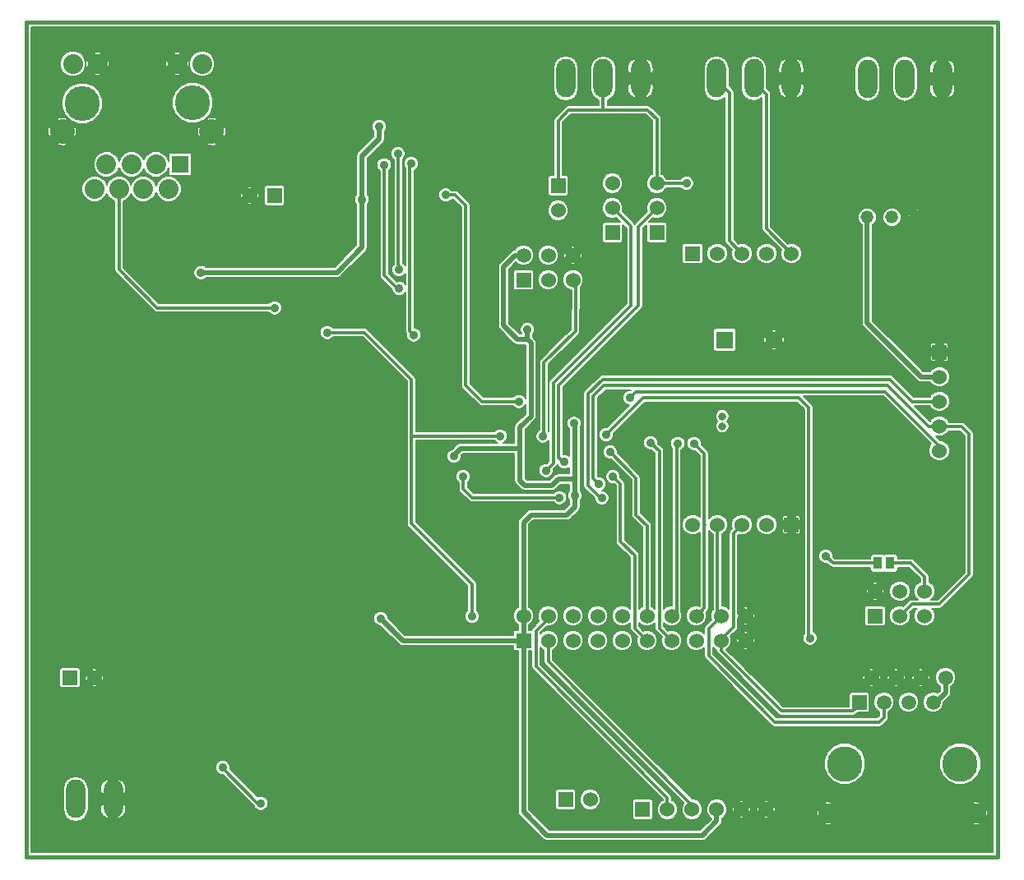
<source format=gbl>
G04 (created by PCBNEW (2013-jul-07)-stable) date ven. 28 nov. 2014 17:47:18 CET*
%MOIN*%
G04 Gerber Fmt 3.4, Leading zero omitted, Abs format*
%FSLAX34Y34*%
G01*
G70*
G90*
G04 APERTURE LIST*
%ADD10C,0.00590551*%
%ADD11C,0.015*%
%ADD12R,0.06X0.06*%
%ADD13C,0.06*%
%ADD14R,0.038X0.05*%
%ADD15O,0.078X0.156*%
%ADD16C,0.1417*%
%ADD17R,0.07X0.07*%
%ADD18C,0.08*%
%ADD19C,0.1*%
%ADD20C,0.052*%
%ADD21C,0.1437*%
%ADD22R,0.0591X0.0591*%
%ADD23C,0.0591*%
%ADD24C,0.0787402*%
%ADD25C,0.07*%
%ADD26C,0.0314961*%
%ADD27C,0.035*%
%ADD28C,0.02*%
%ADD29C,0.011811*%
%ADD30C,0.005*%
G04 APERTURE END LIST*
G54D10*
G54D11*
X52362Y-44488D02*
X12992Y-44488D01*
X52362Y-10629D02*
X52362Y-44488D01*
X52362Y-10629D02*
X12992Y-10629D01*
X12992Y-44488D02*
X12992Y-10629D01*
G54D12*
X44000Y-31000D03*
G54D13*
X43000Y-31000D03*
X42000Y-31000D03*
X41000Y-31000D03*
X40000Y-31000D03*
G54D12*
X50000Y-24000D03*
G54D13*
X50000Y-25000D03*
X50000Y-26000D03*
X50000Y-27000D03*
X50000Y-28000D03*
G54D12*
X34850Y-42150D03*
G54D13*
X35850Y-42150D03*
G54D12*
X37975Y-42550D03*
G54D13*
X38975Y-42550D03*
X39975Y-42550D03*
X40975Y-42550D03*
X41975Y-42550D03*
X42975Y-42550D03*
G54D12*
X47400Y-34700D03*
G54D13*
X47400Y-33700D03*
X48400Y-34700D03*
X48400Y-33700D03*
X49400Y-34700D03*
X49400Y-33700D03*
G54D14*
X48010Y-32560D03*
X47510Y-32560D03*
G54D12*
X33150Y-21070D03*
G54D13*
X33150Y-20070D03*
X34150Y-21070D03*
X34150Y-20070D03*
X35150Y-21070D03*
X35150Y-20070D03*
G54D12*
X14755Y-37204D03*
G54D13*
X15755Y-37204D03*
G54D15*
X14998Y-42125D03*
X16513Y-42125D03*
G54D16*
X15256Y-13898D03*
X19744Y-13879D03*
G54D17*
X19232Y-16379D03*
G54D18*
X18760Y-17383D03*
X18248Y-16379D03*
X17736Y-17383D03*
X17264Y-16379D03*
X16752Y-17383D03*
X16240Y-16379D03*
X15768Y-17383D03*
X20118Y-12304D03*
X19114Y-12304D03*
X15886Y-12304D03*
X14882Y-12304D03*
G54D19*
X20512Y-15060D03*
X14449Y-15060D03*
G54D15*
X37893Y-12893D03*
X36377Y-12893D03*
X34862Y-12893D03*
G54D12*
X34550Y-17250D03*
G54D13*
X34550Y-18250D03*
G54D15*
X50118Y-12913D03*
X48602Y-12913D03*
X47086Y-12913D03*
G54D12*
X33150Y-35700D03*
G54D13*
X33150Y-34700D03*
X34150Y-35700D03*
X34150Y-34700D03*
X35150Y-35700D03*
X35150Y-34700D03*
X36150Y-35700D03*
X36150Y-34700D03*
X37150Y-35700D03*
X37150Y-34700D03*
X38150Y-35700D03*
X38150Y-34700D03*
X39150Y-35700D03*
X39150Y-34700D03*
X40150Y-35700D03*
X40150Y-34700D03*
X41150Y-35700D03*
X41150Y-34700D03*
X42150Y-35700D03*
X42150Y-34700D03*
G54D20*
X49075Y-18525D03*
X48075Y-18525D03*
X47075Y-18525D03*
G54D12*
X40000Y-20000D03*
G54D13*
X41000Y-20000D03*
X42000Y-20000D03*
X43000Y-20000D03*
X44000Y-20000D03*
G54D15*
X43996Y-12893D03*
X42480Y-12893D03*
X40964Y-12893D03*
G54D21*
X50838Y-40700D03*
X46165Y-40700D03*
G54D22*
X46750Y-38200D03*
G54D23*
X47250Y-37200D03*
X47750Y-38200D03*
X48250Y-37200D03*
X48750Y-38200D03*
X49250Y-37200D03*
X49750Y-38200D03*
X50250Y-37200D03*
G54D24*
X45500Y-42700D03*
X51500Y-42700D03*
G54D12*
X38550Y-19150D03*
G54D13*
X38550Y-18150D03*
X38550Y-17150D03*
G54D12*
X36750Y-19150D03*
G54D13*
X36750Y-18150D03*
X36750Y-17150D03*
G54D17*
X41300Y-23500D03*
G54D25*
X43300Y-23500D03*
G54D26*
X41200Y-27000D03*
X41200Y-26600D03*
G54D12*
X23050Y-17650D03*
G54D13*
X22050Y-17650D03*
G54D27*
X27350Y-34800D03*
X30325Y-28225D03*
X35196Y-26889D03*
X35225Y-29825D03*
X33307Y-23070D03*
X44750Y-35600D03*
X36500Y-27350D03*
X33937Y-27401D03*
X31062Y-34724D03*
X32200Y-27400D03*
X25200Y-23200D03*
X27300Y-14850D03*
X26600Y-17800D03*
X20078Y-20767D03*
X39750Y-17150D03*
X28050Y-15950D03*
X28100Y-20650D03*
X32950Y-26000D03*
X30000Y-17625D03*
X34600Y-29900D03*
X30700Y-29050D03*
X31610Y-21040D03*
X30400Y-33700D03*
X31496Y-23326D03*
X20708Y-22677D03*
X19400Y-24200D03*
X28600Y-16350D03*
X28700Y-23300D03*
X27500Y-16400D03*
X28110Y-21417D03*
X45400Y-32270D03*
X23050Y-22200D03*
X22500Y-42300D03*
X20950Y-40850D03*
X37450Y-25850D03*
X40050Y-27700D03*
X39400Y-27700D03*
X36650Y-28050D03*
X38300Y-27675D03*
X36775Y-29050D03*
X34800Y-28450D03*
X36200Y-29350D03*
X36318Y-29921D03*
X34050Y-28800D03*
G54D28*
X47075Y-18525D02*
X47075Y-22825D01*
X49250Y-25000D02*
X50000Y-25000D01*
X47075Y-22825D02*
X49250Y-25000D01*
X33800Y-29400D02*
X34300Y-29400D01*
X34550Y-29150D02*
X35225Y-29150D01*
X34300Y-29400D02*
X34550Y-29150D01*
X33000Y-28600D02*
X33000Y-29200D01*
X33200Y-29400D02*
X33800Y-29400D01*
X33000Y-29200D02*
X33200Y-29400D01*
X33150Y-35700D02*
X33150Y-34700D01*
X33150Y-30900D02*
X33450Y-30600D01*
X33150Y-30900D02*
X33150Y-34700D01*
X34500Y-30600D02*
X34900Y-30600D01*
X33450Y-30600D02*
X34500Y-30600D01*
X35225Y-29825D02*
X35225Y-30275D01*
X34900Y-30600D02*
X35225Y-30275D01*
X28250Y-35700D02*
X33150Y-35700D01*
X27350Y-34800D02*
X28250Y-35700D01*
X35225Y-29300D02*
X35225Y-29300D01*
X32700Y-27900D02*
X33000Y-27900D01*
X30325Y-28225D02*
X30325Y-28175D01*
X30600Y-27900D02*
X32700Y-27900D01*
X30325Y-28175D02*
X30600Y-27900D01*
X33450Y-26200D02*
X33450Y-26600D01*
X33000Y-27050D02*
X33000Y-28600D01*
X33450Y-26600D02*
X33000Y-27050D01*
X33450Y-23627D02*
X33307Y-23485D01*
X33450Y-26200D02*
X33450Y-23627D01*
X33150Y-35700D02*
X33150Y-42650D01*
X40975Y-43025D02*
X40975Y-42550D01*
X40400Y-43600D02*
X40975Y-43025D01*
X34100Y-43600D02*
X40400Y-43600D01*
X33150Y-42650D02*
X34100Y-43600D01*
X35225Y-26917D02*
X35225Y-29150D01*
X35196Y-26889D02*
X35225Y-26917D01*
X35225Y-29150D02*
X35225Y-29200D01*
X35225Y-29200D02*
X35225Y-29300D01*
X35225Y-29300D02*
X35225Y-29825D01*
X33307Y-23070D02*
X33307Y-23485D01*
X33307Y-23485D02*
X33307Y-23464D01*
X33307Y-23464D02*
X33307Y-23485D01*
X33307Y-23485D02*
X32900Y-23485D01*
X32340Y-22925D02*
X32340Y-20540D01*
X32340Y-20540D02*
X32810Y-20070D01*
X32810Y-20070D02*
X33150Y-20070D01*
X32900Y-23485D02*
X32340Y-22925D01*
X33150Y-20070D02*
X32950Y-20070D01*
X49750Y-38200D02*
X49875Y-38200D01*
X50250Y-37825D02*
X50250Y-37200D01*
X49875Y-38200D02*
X50250Y-37825D01*
G54D29*
X44750Y-35600D02*
X44700Y-35600D01*
X44700Y-26250D02*
X44300Y-25850D01*
X38000Y-25850D02*
X44000Y-25850D01*
X36500Y-27350D02*
X38000Y-25850D01*
X44000Y-25850D02*
X44300Y-25850D01*
X44700Y-35600D02*
X44700Y-26250D01*
X28600Y-30950D02*
X31062Y-33412D01*
X31062Y-33412D02*
X31062Y-34724D01*
X33976Y-27362D02*
X33976Y-26889D01*
X33937Y-27401D02*
X33976Y-27362D01*
X28600Y-27400D02*
X28600Y-29925D01*
X28600Y-29925D02*
X28600Y-30950D01*
X33976Y-24555D02*
X33976Y-24418D01*
X35270Y-21190D02*
X35150Y-21070D01*
X35250Y-23145D02*
X35270Y-21190D01*
X33976Y-24418D02*
X35250Y-23145D01*
X33976Y-25400D02*
X33976Y-24555D01*
X33976Y-26889D02*
X33976Y-25400D01*
X32200Y-27400D02*
X28600Y-27400D01*
X28600Y-27400D02*
X28600Y-27350D01*
X28600Y-25100D02*
X26700Y-23200D01*
X28600Y-27350D02*
X28600Y-25100D01*
X25200Y-23200D02*
X26700Y-23200D01*
X35150Y-35700D02*
X35150Y-35575D01*
X49400Y-33700D02*
X49400Y-33120D01*
X48840Y-32560D02*
X48010Y-32560D01*
X49400Y-33120D02*
X48840Y-32560D01*
G54D28*
X26600Y-16925D02*
X26600Y-16050D01*
X26600Y-16050D02*
X27300Y-15350D01*
X27300Y-15350D02*
X27300Y-14850D01*
X27300Y-15350D02*
X27300Y-14850D01*
X26600Y-17800D02*
X26600Y-16925D01*
X25100Y-20767D02*
X25582Y-20767D01*
X26600Y-19750D02*
X26600Y-17800D01*
X25582Y-20767D02*
X26600Y-19750D01*
X20078Y-20767D02*
X25100Y-20767D01*
G54D29*
X38550Y-17150D02*
X39750Y-17150D01*
X34550Y-17250D02*
X34550Y-14600D01*
X34977Y-14172D02*
X36377Y-14172D01*
X34550Y-14600D02*
X34977Y-14172D01*
X38550Y-17150D02*
X38550Y-14550D01*
X38550Y-14550D02*
X38172Y-14172D01*
X38172Y-14172D02*
X36377Y-14172D01*
X36377Y-14172D02*
X36377Y-12893D01*
X28100Y-20650D02*
X28100Y-20475D01*
X28075Y-15975D02*
X28050Y-15950D01*
X28075Y-20450D02*
X28075Y-15975D01*
X28100Y-20475D02*
X28075Y-20450D01*
X30800Y-18050D02*
X30375Y-17625D01*
X30800Y-25350D02*
X30800Y-18050D01*
X31450Y-26000D02*
X30800Y-25350D01*
X32950Y-26000D02*
X31450Y-26000D01*
X30000Y-17625D02*
X30375Y-17625D01*
X30700Y-29050D02*
X30700Y-29550D01*
X31050Y-29900D02*
X34600Y-29900D01*
X30700Y-29550D02*
X31050Y-29900D01*
G54D28*
X45500Y-42700D02*
X51500Y-42700D01*
G54D29*
X28543Y-17050D02*
X28543Y-16406D01*
X28543Y-16406D02*
X28600Y-16350D01*
X28543Y-23143D02*
X28700Y-23300D01*
X28543Y-17027D02*
X28543Y-17050D01*
X28543Y-17050D02*
X28543Y-22834D01*
X28600Y-16350D02*
X28600Y-16448D01*
X28543Y-22834D02*
X28543Y-23143D01*
X28110Y-21417D02*
X28042Y-21417D01*
X27500Y-20875D02*
X27500Y-16400D01*
X28042Y-21417D02*
X27500Y-20875D01*
X27500Y-16400D02*
X27598Y-16400D01*
X42480Y-12893D02*
X42480Y-13031D01*
X42992Y-18992D02*
X44000Y-20000D01*
X42992Y-13543D02*
X42992Y-18992D01*
X42480Y-13031D02*
X42992Y-13543D01*
X40964Y-12893D02*
X40964Y-12933D01*
X41496Y-19496D02*
X42000Y-20000D01*
X41496Y-13464D02*
X41496Y-19496D01*
X40964Y-12933D02*
X41496Y-13464D01*
X45690Y-32560D02*
X47510Y-32560D01*
X45400Y-32270D02*
X45690Y-32560D01*
X16752Y-17383D02*
X16752Y-20652D01*
X18300Y-22200D02*
X23050Y-22200D01*
X16752Y-20652D02*
X18300Y-22200D01*
X20950Y-40850D02*
X20950Y-40875D01*
X22375Y-42300D02*
X22500Y-42300D01*
X20950Y-40875D02*
X22375Y-42300D01*
X50000Y-27800D02*
X50000Y-28000D01*
X47800Y-25600D02*
X50000Y-27800D01*
X37700Y-25600D02*
X47800Y-25600D01*
X37450Y-25850D02*
X37700Y-25600D01*
X40500Y-31000D02*
X40475Y-31000D01*
X40475Y-30975D02*
X40500Y-31000D01*
X40475Y-28125D02*
X40475Y-30975D01*
X40050Y-27700D02*
X40475Y-28125D01*
X40475Y-34375D02*
X40150Y-34700D01*
X40475Y-31000D02*
X40475Y-34375D01*
X39350Y-34500D02*
X39150Y-34700D01*
X39350Y-27750D02*
X39350Y-34500D01*
X39400Y-27700D02*
X39350Y-27750D01*
X38150Y-31050D02*
X37700Y-30600D01*
X37700Y-30600D02*
X37700Y-29100D01*
X38150Y-34700D02*
X38150Y-31050D01*
X36650Y-28050D02*
X37700Y-29100D01*
X38650Y-28025D02*
X38650Y-28250D01*
X38300Y-27675D02*
X38650Y-28025D01*
X38650Y-35200D02*
X39150Y-35700D01*
X38650Y-28250D02*
X38650Y-35200D01*
X37075Y-29350D02*
X37075Y-31675D01*
X37075Y-31675D02*
X37650Y-32250D01*
X37650Y-32250D02*
X37650Y-35200D01*
X37650Y-35200D02*
X38150Y-35700D01*
X36775Y-29050D02*
X37075Y-29350D01*
X34150Y-35700D02*
X34150Y-36550D01*
X39975Y-42375D02*
X39975Y-42550D01*
X34150Y-36550D02*
X39975Y-42375D01*
X37800Y-18900D02*
X38550Y-18150D01*
X34800Y-28450D02*
X34568Y-28268D01*
X34568Y-28268D02*
X34568Y-25340D01*
X34568Y-25340D02*
X37800Y-22108D01*
X37800Y-22108D02*
X37800Y-18900D01*
X35975Y-26800D02*
X35975Y-25783D01*
X49550Y-27000D02*
X50000Y-27000D01*
X47900Y-25350D02*
X49550Y-27000D01*
X36408Y-25350D02*
X47900Y-25350D01*
X35975Y-25783D02*
X36408Y-25350D01*
X41000Y-31000D02*
X41000Y-34550D01*
X41000Y-34550D02*
X41150Y-34700D01*
X40650Y-35910D02*
X40650Y-36330D01*
X47750Y-38815D02*
X47750Y-38200D01*
X47550Y-39015D02*
X47750Y-38815D01*
X43335Y-39015D02*
X47550Y-39015D01*
X40650Y-36330D02*
X43335Y-39015D01*
X35975Y-26950D02*
X35975Y-26800D01*
X35975Y-26950D02*
X35975Y-29125D01*
X35975Y-29125D02*
X36200Y-29350D01*
X40650Y-35200D02*
X41150Y-34700D01*
X40650Y-35910D02*
X40650Y-35200D01*
X41000Y-34550D02*
X41150Y-34700D01*
X48400Y-34700D02*
X48880Y-34220D01*
X48880Y-34220D02*
X49990Y-34220D01*
X51200Y-33010D02*
X51200Y-30950D01*
X49990Y-34220D02*
X51200Y-33010D01*
X51200Y-27325D02*
X51200Y-30950D01*
X50900Y-27025D02*
X51200Y-27325D01*
X50400Y-27025D02*
X50025Y-27025D01*
X50900Y-27025D02*
X50400Y-27025D01*
X50900Y-27025D02*
X50400Y-27025D01*
X47950Y-25100D02*
X48000Y-25100D01*
X48900Y-26000D02*
X50000Y-26000D01*
X48000Y-25100D02*
X48900Y-26000D01*
X35756Y-26450D02*
X35756Y-25693D01*
X35756Y-25693D02*
X36350Y-25100D01*
X35756Y-26500D02*
X35756Y-26450D01*
X36350Y-25100D02*
X47950Y-25100D01*
X41150Y-35700D02*
X41150Y-35660D01*
X41660Y-31340D02*
X42000Y-31000D01*
X41660Y-35150D02*
X41660Y-31340D01*
X41150Y-35660D02*
X41660Y-35150D01*
X46750Y-38200D02*
X46750Y-38300D01*
X41150Y-36100D02*
X41150Y-35700D01*
X43600Y-38550D02*
X41150Y-36100D01*
X46500Y-38550D02*
X43600Y-38550D01*
X46750Y-38300D02*
X46500Y-38550D01*
X35756Y-27050D02*
X35756Y-26500D01*
X36318Y-29921D02*
X36271Y-29921D01*
X35756Y-29406D02*
X35756Y-27050D01*
X36271Y-29921D02*
X35756Y-29406D01*
X36318Y-29921D02*
X36250Y-29852D01*
X36250Y-29852D02*
X36318Y-29921D01*
X34150Y-34700D02*
X34150Y-34800D01*
X34150Y-34800D02*
X33650Y-35300D01*
X33650Y-35300D02*
X33650Y-36750D01*
X33650Y-36750D02*
X38975Y-42075D01*
X38975Y-42075D02*
X38975Y-42550D01*
X34350Y-28500D02*
X34350Y-28250D01*
X34050Y-28800D02*
X34350Y-28500D01*
X36750Y-18150D02*
X37450Y-18850D01*
X34350Y-25250D02*
X34568Y-25031D01*
X36050Y-23550D02*
X34568Y-25031D01*
X34350Y-28250D02*
X34350Y-25250D01*
X37500Y-22100D02*
X36050Y-23550D01*
X37500Y-18900D02*
X37500Y-22100D01*
X37450Y-18850D02*
X37500Y-18900D01*
G54D10*
G36*
X52162Y-44288D02*
X51969Y-44288D01*
X51969Y-42610D01*
X51967Y-42603D01*
X51932Y-42545D01*
X51778Y-42700D01*
X51932Y-42854D01*
X51967Y-42796D01*
X51969Y-42610D01*
X51969Y-44288D01*
X51681Y-44288D01*
X51681Y-40532D01*
X51553Y-40222D01*
X51384Y-40053D01*
X51384Y-33010D01*
X51384Y-30950D01*
X51384Y-27325D01*
X51384Y-27324D01*
X51370Y-27254D01*
X51330Y-27194D01*
X51330Y-27194D01*
X51030Y-26894D01*
X50970Y-26854D01*
X50900Y-26840D01*
X50641Y-26840D01*
X50641Y-13219D01*
X50641Y-12607D01*
X50633Y-12401D01*
X50547Y-12213D01*
X50376Y-12136D01*
X50313Y-12121D01*
X50313Y-12688D01*
X50602Y-12688D01*
X50641Y-12607D01*
X50641Y-13219D01*
X50602Y-13138D01*
X50313Y-13138D01*
X50313Y-13704D01*
X50376Y-13689D01*
X50547Y-13613D01*
X50633Y-13425D01*
X50641Y-13219D01*
X50641Y-26840D01*
X50400Y-26840D01*
X50394Y-26840D01*
X50360Y-26759D01*
X50241Y-26639D01*
X50084Y-26575D01*
X49915Y-26574D01*
X49759Y-26639D01*
X49639Y-26758D01*
X49619Y-26808D01*
X48994Y-26184D01*
X49616Y-26184D01*
X49639Y-26240D01*
X49758Y-26360D01*
X49915Y-26424D01*
X50084Y-26425D01*
X50240Y-26360D01*
X50360Y-26241D01*
X50424Y-26084D01*
X50425Y-25915D01*
X50425Y-24915D01*
X50375Y-24794D01*
X50375Y-24314D01*
X50375Y-23685D01*
X50363Y-23657D01*
X50342Y-23636D01*
X50314Y-23625D01*
X50285Y-23624D01*
X50168Y-23625D01*
X50150Y-23643D01*
X50150Y-23850D01*
X50356Y-23850D01*
X50375Y-23831D01*
X50375Y-23685D01*
X50375Y-24314D01*
X50375Y-24168D01*
X50356Y-24150D01*
X50150Y-24150D01*
X50150Y-24356D01*
X50168Y-24375D01*
X50285Y-24375D01*
X50314Y-24374D01*
X50342Y-24363D01*
X50363Y-24342D01*
X50375Y-24314D01*
X50375Y-24794D01*
X50360Y-24759D01*
X50241Y-24639D01*
X50084Y-24575D01*
X49923Y-24574D01*
X49923Y-13704D01*
X49923Y-13138D01*
X49923Y-12688D01*
X49923Y-12121D01*
X49859Y-12136D01*
X49688Y-12213D01*
X49602Y-12401D01*
X49595Y-12607D01*
X49633Y-12688D01*
X49923Y-12688D01*
X49923Y-13138D01*
X49633Y-13138D01*
X49595Y-13219D01*
X49602Y-13425D01*
X49688Y-13613D01*
X49859Y-13689D01*
X49923Y-13704D01*
X49923Y-24574D01*
X49915Y-24574D01*
X49850Y-24602D01*
X49850Y-24356D01*
X49850Y-24150D01*
X49850Y-23850D01*
X49850Y-23643D01*
X49831Y-23625D01*
X49714Y-23624D01*
X49685Y-23625D01*
X49657Y-23636D01*
X49636Y-23657D01*
X49624Y-23685D01*
X49625Y-23831D01*
X49643Y-23850D01*
X49850Y-23850D01*
X49850Y-24150D01*
X49643Y-24150D01*
X49625Y-24168D01*
X49624Y-24314D01*
X49636Y-24342D01*
X49657Y-24363D01*
X49685Y-24374D01*
X49714Y-24375D01*
X49831Y-24375D01*
X49850Y-24356D01*
X49850Y-24602D01*
X49759Y-24639D01*
X49639Y-24758D01*
X49633Y-24775D01*
X49412Y-24775D01*
X49412Y-18472D01*
X49406Y-18444D01*
X49375Y-18407D01*
X49326Y-18592D01*
X49375Y-18642D01*
X49406Y-18605D01*
X49412Y-18472D01*
X49412Y-24775D01*
X49343Y-24775D01*
X49192Y-24623D01*
X49192Y-18825D01*
X49192Y-18224D01*
X49155Y-18193D01*
X49117Y-18191D01*
X49117Y-13321D01*
X49117Y-12505D01*
X49078Y-12308D01*
X48966Y-12141D01*
X48799Y-12029D01*
X48602Y-11990D01*
X48405Y-12029D01*
X48238Y-12141D01*
X48126Y-12308D01*
X48087Y-12505D01*
X48087Y-13321D01*
X48126Y-13518D01*
X48238Y-13685D01*
X48405Y-13796D01*
X48602Y-13836D01*
X48799Y-13796D01*
X48966Y-13685D01*
X49078Y-13518D01*
X49117Y-13321D01*
X49117Y-18191D01*
X49022Y-18187D01*
X48994Y-18193D01*
X48957Y-18224D01*
X49142Y-18273D01*
X49192Y-18224D01*
X49192Y-18825D01*
X49007Y-18776D01*
X48957Y-18825D01*
X48994Y-18856D01*
X49127Y-18862D01*
X49155Y-18856D01*
X49192Y-18825D01*
X49192Y-24623D01*
X48823Y-24255D01*
X48823Y-18457D01*
X48774Y-18407D01*
X48743Y-18444D01*
X48737Y-18577D01*
X48743Y-18605D01*
X48774Y-18642D01*
X48823Y-18457D01*
X48823Y-24255D01*
X48460Y-23891D01*
X48460Y-18448D01*
X48401Y-18307D01*
X48293Y-18198D01*
X48151Y-18140D01*
X47998Y-18139D01*
X47857Y-18198D01*
X47748Y-18306D01*
X47690Y-18448D01*
X47689Y-18601D01*
X47748Y-18742D01*
X47856Y-18851D01*
X47998Y-18909D01*
X48151Y-18910D01*
X48292Y-18851D01*
X48401Y-18743D01*
X48459Y-18601D01*
X48460Y-18448D01*
X48460Y-23891D01*
X47601Y-23033D01*
X47601Y-13321D01*
X47601Y-12505D01*
X47562Y-12308D01*
X47450Y-12141D01*
X47283Y-12029D01*
X47086Y-11990D01*
X46889Y-12029D01*
X46722Y-12141D01*
X46610Y-12308D01*
X46571Y-12505D01*
X46571Y-13321D01*
X46610Y-13518D01*
X46722Y-13685D01*
X46889Y-13796D01*
X47086Y-13836D01*
X47283Y-13796D01*
X47450Y-13685D01*
X47562Y-13518D01*
X47601Y-13321D01*
X47601Y-23033D01*
X47300Y-22731D01*
X47300Y-18844D01*
X47401Y-18743D01*
X47459Y-18601D01*
X47460Y-18448D01*
X47401Y-18307D01*
X47293Y-18198D01*
X47151Y-18140D01*
X46998Y-18139D01*
X46857Y-18198D01*
X46748Y-18306D01*
X46690Y-18448D01*
X46689Y-18601D01*
X46748Y-18742D01*
X46850Y-18844D01*
X46850Y-22824D01*
X46849Y-22825D01*
X46864Y-22896D01*
X46867Y-22911D01*
X46915Y-22984D01*
X49090Y-25159D01*
X49090Y-25159D01*
X49163Y-25207D01*
X49249Y-25225D01*
X49249Y-25224D01*
X49250Y-25225D01*
X49633Y-25225D01*
X49639Y-25240D01*
X49758Y-25360D01*
X49915Y-25424D01*
X50084Y-25425D01*
X50240Y-25360D01*
X50360Y-25241D01*
X50424Y-25084D01*
X50425Y-24915D01*
X50425Y-25915D01*
X50360Y-25759D01*
X50241Y-25639D01*
X50084Y-25575D01*
X49915Y-25574D01*
X49759Y-25639D01*
X49639Y-25758D01*
X49616Y-25815D01*
X48976Y-25815D01*
X48130Y-24969D01*
X48070Y-24929D01*
X48000Y-24915D01*
X47950Y-24915D01*
X44519Y-24915D01*
X44519Y-13199D01*
X44519Y-12587D01*
X44511Y-12381D01*
X44425Y-12193D01*
X44254Y-12117D01*
X44191Y-12102D01*
X44191Y-12668D01*
X44480Y-12668D01*
X44519Y-12587D01*
X44519Y-13199D01*
X44480Y-13118D01*
X44191Y-13118D01*
X44191Y-13685D01*
X44254Y-13670D01*
X44425Y-13593D01*
X44511Y-13406D01*
X44519Y-13199D01*
X44519Y-24915D01*
X44425Y-24915D01*
X44425Y-19915D01*
X44360Y-19759D01*
X44241Y-19639D01*
X44084Y-19575D01*
X43915Y-19574D01*
X43858Y-19598D01*
X43801Y-19540D01*
X43801Y-13685D01*
X43801Y-13118D01*
X43801Y-12668D01*
X43801Y-12102D01*
X43737Y-12117D01*
X43566Y-12193D01*
X43480Y-12381D01*
X43473Y-12587D01*
X43511Y-12668D01*
X43801Y-12668D01*
X43801Y-13118D01*
X43511Y-13118D01*
X43473Y-13199D01*
X43480Y-13406D01*
X43566Y-13593D01*
X43737Y-13670D01*
X43801Y-13685D01*
X43801Y-19540D01*
X43176Y-18915D01*
X43176Y-13543D01*
X43162Y-13472D01*
X43122Y-13413D01*
X43122Y-13413D01*
X42995Y-13286D01*
X42995Y-12485D01*
X42956Y-12288D01*
X42844Y-12121D01*
X42677Y-12010D01*
X42480Y-11970D01*
X42283Y-12010D01*
X42116Y-12121D01*
X42004Y-12288D01*
X41965Y-12485D01*
X41965Y-13301D01*
X42004Y-13498D01*
X42116Y-13665D01*
X42283Y-13777D01*
X42480Y-13816D01*
X42677Y-13777D01*
X42808Y-13689D01*
X42808Y-18992D01*
X42822Y-19062D01*
X42861Y-19122D01*
X43598Y-19858D01*
X43575Y-19915D01*
X43574Y-20084D01*
X43639Y-20240D01*
X43758Y-20360D01*
X43915Y-20424D01*
X44084Y-20425D01*
X44240Y-20360D01*
X44360Y-20241D01*
X44424Y-20084D01*
X44425Y-19915D01*
X44425Y-24915D01*
X43726Y-24915D01*
X43726Y-23422D01*
X43723Y-23408D01*
X43689Y-23357D01*
X43547Y-23500D01*
X43689Y-23642D01*
X43723Y-23591D01*
X43726Y-23422D01*
X43726Y-24915D01*
X43442Y-24915D01*
X43442Y-23889D01*
X43442Y-23110D01*
X43425Y-23099D01*
X43425Y-19915D01*
X43360Y-19759D01*
X43241Y-19639D01*
X43084Y-19575D01*
X42915Y-19574D01*
X42759Y-19639D01*
X42639Y-19758D01*
X42575Y-19915D01*
X42574Y-20084D01*
X42639Y-20240D01*
X42758Y-20360D01*
X42915Y-20424D01*
X43084Y-20425D01*
X43240Y-20360D01*
X43360Y-20241D01*
X43424Y-20084D01*
X43425Y-19915D01*
X43425Y-23099D01*
X43391Y-23076D01*
X43222Y-23073D01*
X43208Y-23076D01*
X43157Y-23110D01*
X43300Y-23252D01*
X43442Y-23110D01*
X43442Y-23889D01*
X43300Y-23747D01*
X43157Y-23889D01*
X43208Y-23923D01*
X43377Y-23926D01*
X43391Y-23923D01*
X43442Y-23889D01*
X43442Y-24915D01*
X43052Y-24915D01*
X43052Y-23500D01*
X42910Y-23357D01*
X42876Y-23408D01*
X42873Y-23577D01*
X42876Y-23591D01*
X42910Y-23642D01*
X43052Y-23500D01*
X43052Y-24915D01*
X42425Y-24915D01*
X42425Y-19915D01*
X42360Y-19759D01*
X42241Y-19639D01*
X42084Y-19575D01*
X41915Y-19574D01*
X41858Y-19598D01*
X41680Y-19419D01*
X41680Y-13464D01*
X41666Y-13394D01*
X41626Y-13334D01*
X41626Y-13334D01*
X41479Y-13187D01*
X41479Y-12485D01*
X41440Y-12288D01*
X41328Y-12121D01*
X41161Y-12010D01*
X40964Y-11970D01*
X40767Y-12010D01*
X40600Y-12121D01*
X40488Y-12288D01*
X40449Y-12485D01*
X40449Y-13301D01*
X40488Y-13498D01*
X40600Y-13665D01*
X40767Y-13777D01*
X40964Y-13816D01*
X41161Y-13777D01*
X41312Y-13676D01*
X41312Y-19496D01*
X41326Y-19566D01*
X41365Y-19626D01*
X41598Y-19858D01*
X41575Y-19915D01*
X41574Y-20084D01*
X41639Y-20240D01*
X41758Y-20360D01*
X41915Y-20424D01*
X42084Y-20425D01*
X42240Y-20360D01*
X42360Y-20241D01*
X42424Y-20084D01*
X42425Y-19915D01*
X42425Y-24915D01*
X41775Y-24915D01*
X41775Y-23825D01*
X41775Y-23125D01*
X41756Y-23079D01*
X41720Y-23044D01*
X41674Y-23025D01*
X41625Y-23024D01*
X41425Y-23024D01*
X41425Y-19915D01*
X41360Y-19759D01*
X41241Y-19639D01*
X41084Y-19575D01*
X40915Y-19574D01*
X40759Y-19639D01*
X40639Y-19758D01*
X40575Y-19915D01*
X40574Y-20084D01*
X40639Y-20240D01*
X40758Y-20360D01*
X40915Y-20424D01*
X41084Y-20425D01*
X41240Y-20360D01*
X41360Y-20241D01*
X41424Y-20084D01*
X41425Y-19915D01*
X41425Y-23024D01*
X40925Y-23024D01*
X40879Y-23043D01*
X40844Y-23079D01*
X40825Y-23125D01*
X40824Y-23174D01*
X40824Y-23874D01*
X40843Y-23920D01*
X40879Y-23955D01*
X40925Y-23974D01*
X40974Y-23975D01*
X41674Y-23975D01*
X41720Y-23956D01*
X41755Y-23920D01*
X41774Y-23874D01*
X41775Y-23825D01*
X41775Y-24915D01*
X40425Y-24915D01*
X40425Y-20275D01*
X40425Y-19675D01*
X40406Y-19629D01*
X40370Y-19594D01*
X40324Y-19575D01*
X40275Y-19574D01*
X40050Y-19574D01*
X40050Y-17090D01*
X40004Y-16980D01*
X39920Y-16895D01*
X39809Y-16850D01*
X39690Y-16849D01*
X39580Y-16895D01*
X39509Y-16965D01*
X38933Y-16965D01*
X38910Y-16909D01*
X38791Y-16789D01*
X38734Y-16766D01*
X38734Y-14550D01*
X38720Y-14479D01*
X38720Y-14479D01*
X38680Y-14419D01*
X38416Y-14156D01*
X38416Y-13199D01*
X38416Y-12587D01*
X38409Y-12381D01*
X38323Y-12193D01*
X38152Y-12117D01*
X38088Y-12102D01*
X38088Y-12668D01*
X38378Y-12668D01*
X38416Y-12587D01*
X38416Y-13199D01*
X38378Y-13118D01*
X38088Y-13118D01*
X38088Y-13685D01*
X38152Y-13670D01*
X38323Y-13593D01*
X38409Y-13406D01*
X38416Y-13199D01*
X38416Y-14156D01*
X38302Y-14041D01*
X38242Y-14002D01*
X38172Y-13987D01*
X37698Y-13987D01*
X37698Y-13685D01*
X37698Y-13118D01*
X37698Y-12668D01*
X37698Y-12102D01*
X37635Y-12117D01*
X37464Y-12193D01*
X37378Y-12381D01*
X37370Y-12587D01*
X37409Y-12668D01*
X37698Y-12668D01*
X37698Y-13118D01*
X37409Y-13118D01*
X37370Y-13199D01*
X37378Y-13406D01*
X37464Y-13593D01*
X37635Y-13670D01*
X37698Y-13685D01*
X37698Y-13987D01*
X36562Y-13987D01*
X36562Y-13779D01*
X36575Y-13777D01*
X36742Y-13665D01*
X36853Y-13498D01*
X36892Y-13301D01*
X36892Y-12485D01*
X36853Y-12288D01*
X36742Y-12121D01*
X36575Y-12010D01*
X36377Y-11970D01*
X36180Y-12010D01*
X36013Y-12121D01*
X35902Y-12288D01*
X35862Y-12485D01*
X35862Y-13301D01*
X35902Y-13498D01*
X36013Y-13665D01*
X36180Y-13777D01*
X36193Y-13779D01*
X36193Y-13987D01*
X35377Y-13987D01*
X35377Y-13301D01*
X35377Y-12485D01*
X35338Y-12288D01*
X35226Y-12121D01*
X35059Y-12010D01*
X34862Y-11970D01*
X34665Y-12010D01*
X34498Y-12121D01*
X34386Y-12288D01*
X34347Y-12485D01*
X34347Y-13301D01*
X34386Y-13498D01*
X34498Y-13665D01*
X34665Y-13777D01*
X34862Y-13816D01*
X35059Y-13777D01*
X35226Y-13665D01*
X35338Y-13498D01*
X35377Y-13301D01*
X35377Y-13987D01*
X34977Y-13987D01*
X34907Y-14002D01*
X34877Y-14021D01*
X34847Y-14041D01*
X34419Y-14469D01*
X34379Y-14529D01*
X34365Y-14600D01*
X34365Y-16824D01*
X34225Y-16824D01*
X34179Y-16843D01*
X34144Y-16879D01*
X34125Y-16925D01*
X34124Y-16974D01*
X34124Y-17574D01*
X34143Y-17620D01*
X34179Y-17655D01*
X34225Y-17674D01*
X34274Y-17675D01*
X34874Y-17675D01*
X34920Y-17656D01*
X34955Y-17620D01*
X34974Y-17574D01*
X34975Y-17525D01*
X34975Y-16925D01*
X34956Y-16879D01*
X34920Y-16844D01*
X34874Y-16825D01*
X34825Y-16824D01*
X34734Y-16824D01*
X34734Y-14676D01*
X35054Y-14356D01*
X36377Y-14356D01*
X38095Y-14356D01*
X38365Y-14626D01*
X38365Y-16766D01*
X38309Y-16789D01*
X38189Y-16908D01*
X38125Y-17065D01*
X38124Y-17234D01*
X38189Y-17390D01*
X38308Y-17510D01*
X38465Y-17574D01*
X38634Y-17575D01*
X38790Y-17510D01*
X38910Y-17391D01*
X38933Y-17334D01*
X39509Y-17334D01*
X39579Y-17404D01*
X39690Y-17449D01*
X39809Y-17450D01*
X39919Y-17404D01*
X40004Y-17320D01*
X40049Y-17209D01*
X40050Y-17090D01*
X40050Y-19574D01*
X39675Y-19574D01*
X39629Y-19593D01*
X39594Y-19629D01*
X39575Y-19675D01*
X39574Y-19724D01*
X39574Y-20324D01*
X39593Y-20370D01*
X39629Y-20405D01*
X39675Y-20424D01*
X39724Y-20425D01*
X40324Y-20425D01*
X40370Y-20406D01*
X40405Y-20370D01*
X40424Y-20324D01*
X40425Y-20275D01*
X40425Y-24915D01*
X36350Y-24915D01*
X36279Y-24929D01*
X36219Y-24969D01*
X35626Y-25562D01*
X35586Y-25622D01*
X35572Y-25693D01*
X35572Y-26450D01*
X35572Y-26500D01*
X35572Y-27050D01*
X35572Y-29406D01*
X35586Y-29477D01*
X35626Y-29537D01*
X36018Y-29929D01*
X36018Y-29980D01*
X36064Y-30090D01*
X36148Y-30175D01*
X36258Y-30221D01*
X36378Y-30221D01*
X36488Y-30175D01*
X36573Y-30091D01*
X36618Y-29981D01*
X36618Y-29861D01*
X36573Y-29751D01*
X36489Y-29667D01*
X36378Y-29621D01*
X36329Y-29621D01*
X36369Y-29604D01*
X36454Y-29520D01*
X36499Y-29409D01*
X36500Y-29290D01*
X36454Y-29180D01*
X36370Y-29095D01*
X36259Y-29050D01*
X36160Y-29049D01*
X36159Y-29048D01*
X36159Y-26950D01*
X36159Y-26800D01*
X36159Y-25859D01*
X36484Y-25534D01*
X37505Y-25534D01*
X37489Y-25550D01*
X37390Y-25549D01*
X37280Y-25595D01*
X37195Y-25679D01*
X37150Y-25790D01*
X37149Y-25909D01*
X37195Y-26019D01*
X37279Y-26104D01*
X37390Y-26149D01*
X37439Y-26149D01*
X36539Y-27050D01*
X36440Y-27049D01*
X36330Y-27095D01*
X36245Y-27179D01*
X36200Y-27290D01*
X36199Y-27409D01*
X36245Y-27519D01*
X36329Y-27604D01*
X36440Y-27649D01*
X36559Y-27650D01*
X36669Y-27604D01*
X36754Y-27520D01*
X36799Y-27409D01*
X36800Y-27310D01*
X38076Y-26034D01*
X44000Y-26034D01*
X44223Y-26034D01*
X44515Y-26326D01*
X44515Y-35409D01*
X44495Y-35429D01*
X44450Y-35540D01*
X44449Y-35659D01*
X44495Y-35769D01*
X44579Y-35854D01*
X44690Y-35899D01*
X44809Y-35900D01*
X44919Y-35854D01*
X45004Y-35770D01*
X45049Y-35659D01*
X45050Y-35540D01*
X45004Y-35430D01*
X44920Y-35345D01*
X44884Y-35330D01*
X44884Y-26250D01*
X44884Y-26249D01*
X44870Y-26179D01*
X44830Y-26119D01*
X44830Y-26119D01*
X44494Y-25784D01*
X47723Y-25784D01*
X49669Y-27729D01*
X49639Y-27758D01*
X49575Y-27915D01*
X49574Y-28084D01*
X49639Y-28240D01*
X49758Y-28360D01*
X49915Y-28424D01*
X50084Y-28425D01*
X50240Y-28360D01*
X50360Y-28241D01*
X50424Y-28084D01*
X50425Y-27915D01*
X50360Y-27759D01*
X50241Y-27639D01*
X50084Y-27575D01*
X50035Y-27575D01*
X49864Y-27403D01*
X49915Y-27424D01*
X50084Y-27425D01*
X50240Y-27360D01*
X50360Y-27241D01*
X50373Y-27209D01*
X50400Y-27209D01*
X50823Y-27209D01*
X51015Y-27401D01*
X51015Y-30950D01*
X51015Y-32933D01*
X49913Y-34035D01*
X49665Y-34035D01*
X49760Y-33941D01*
X49824Y-33784D01*
X49825Y-33615D01*
X49760Y-33459D01*
X49641Y-33339D01*
X49584Y-33316D01*
X49584Y-33120D01*
X49570Y-33049D01*
X49530Y-32989D01*
X49530Y-32989D01*
X48970Y-32429D01*
X48910Y-32389D01*
X48840Y-32375D01*
X48325Y-32375D01*
X48325Y-32285D01*
X48306Y-32239D01*
X48270Y-32204D01*
X48224Y-32185D01*
X48175Y-32184D01*
X47795Y-32184D01*
X47759Y-32199D01*
X47724Y-32185D01*
X47675Y-32184D01*
X47295Y-32184D01*
X47249Y-32203D01*
X47214Y-32239D01*
X47195Y-32285D01*
X47194Y-32334D01*
X47194Y-32375D01*
X45766Y-32375D01*
X45699Y-32309D01*
X45700Y-32210D01*
X45654Y-32100D01*
X45570Y-32015D01*
X45459Y-31970D01*
X45340Y-31969D01*
X45230Y-32015D01*
X45145Y-32099D01*
X45100Y-32210D01*
X45099Y-32329D01*
X45145Y-32439D01*
X45229Y-32524D01*
X45340Y-32569D01*
X45439Y-32570D01*
X45559Y-32690D01*
X45559Y-32690D01*
X45619Y-32730D01*
X45689Y-32744D01*
X45690Y-32744D01*
X47194Y-32744D01*
X47194Y-32834D01*
X47213Y-32880D01*
X47249Y-32915D01*
X47295Y-32934D01*
X47344Y-32935D01*
X47724Y-32935D01*
X47760Y-32920D01*
X47795Y-32934D01*
X47844Y-32935D01*
X48224Y-32935D01*
X48270Y-32916D01*
X48305Y-32880D01*
X48324Y-32834D01*
X48325Y-32785D01*
X48325Y-32744D01*
X48763Y-32744D01*
X49215Y-33196D01*
X49215Y-33316D01*
X49159Y-33339D01*
X49039Y-33458D01*
X48975Y-33615D01*
X48974Y-33784D01*
X49039Y-33940D01*
X49134Y-34035D01*
X48880Y-34035D01*
X48825Y-34046D01*
X48825Y-33615D01*
X48760Y-33459D01*
X48641Y-33339D01*
X48484Y-33275D01*
X48315Y-33274D01*
X48159Y-33339D01*
X48039Y-33458D01*
X47975Y-33615D01*
X47974Y-33784D01*
X48039Y-33940D01*
X48158Y-34060D01*
X48315Y-34124D01*
X48484Y-34125D01*
X48640Y-34060D01*
X48760Y-33941D01*
X48824Y-33784D01*
X48825Y-33615D01*
X48825Y-34046D01*
X48809Y-34049D01*
X48749Y-34089D01*
X48541Y-34298D01*
X48484Y-34275D01*
X48315Y-34274D01*
X48159Y-34339D01*
X48039Y-34458D01*
X47975Y-34615D01*
X47974Y-34784D01*
X48039Y-34940D01*
X48158Y-35060D01*
X48315Y-35124D01*
X48484Y-35125D01*
X48640Y-35060D01*
X48760Y-34941D01*
X48824Y-34784D01*
X48825Y-34615D01*
X48801Y-34558D01*
X48956Y-34404D01*
X49094Y-34404D01*
X49039Y-34458D01*
X48975Y-34615D01*
X48974Y-34784D01*
X49039Y-34940D01*
X49158Y-35060D01*
X49315Y-35124D01*
X49484Y-35125D01*
X49640Y-35060D01*
X49760Y-34941D01*
X49824Y-34784D01*
X49825Y-34615D01*
X49760Y-34459D01*
X49705Y-34404D01*
X49990Y-34404D01*
X49990Y-34404D01*
X50060Y-34390D01*
X50060Y-34390D01*
X50120Y-34350D01*
X51330Y-33140D01*
X51330Y-33140D01*
X51370Y-33080D01*
X51384Y-33010D01*
X51384Y-33010D01*
X51384Y-40053D01*
X51316Y-39985D01*
X51006Y-39856D01*
X50670Y-39856D01*
X50670Y-39856D01*
X50670Y-37116D01*
X50606Y-36962D01*
X50488Y-36843D01*
X50334Y-36779D01*
X50166Y-36779D01*
X50012Y-36843D01*
X49893Y-36961D01*
X49829Y-37115D01*
X49829Y-37283D01*
X49893Y-37437D01*
X50011Y-37556D01*
X50025Y-37561D01*
X50025Y-37731D01*
X49935Y-37821D01*
X49834Y-37779D01*
X49666Y-37779D01*
X49622Y-37797D01*
X49622Y-37137D01*
X49618Y-37115D01*
X49585Y-37073D01*
X49458Y-37200D01*
X49585Y-37326D01*
X49618Y-37284D01*
X49622Y-37137D01*
X49622Y-37797D01*
X49512Y-37843D01*
X49393Y-37961D01*
X49376Y-38002D01*
X49376Y-37535D01*
X49376Y-36864D01*
X49334Y-36831D01*
X49187Y-36827D01*
X49165Y-36831D01*
X49123Y-36864D01*
X49250Y-36991D01*
X49376Y-36864D01*
X49376Y-37535D01*
X49250Y-37408D01*
X49123Y-37535D01*
X49165Y-37568D01*
X49312Y-37572D01*
X49334Y-37568D01*
X49376Y-37535D01*
X49376Y-38002D01*
X49329Y-38115D01*
X49329Y-38283D01*
X49393Y-38437D01*
X49511Y-38556D01*
X49665Y-38620D01*
X49833Y-38620D01*
X49987Y-38556D01*
X50106Y-38438D01*
X50170Y-38284D01*
X50170Y-38222D01*
X50409Y-37984D01*
X50409Y-37984D01*
X50409Y-37984D01*
X50457Y-37911D01*
X50457Y-37911D01*
X50475Y-37825D01*
X50475Y-37562D01*
X50487Y-37556D01*
X50606Y-37438D01*
X50670Y-37284D01*
X50670Y-37116D01*
X50670Y-39856D01*
X50360Y-39984D01*
X50123Y-40221D01*
X49994Y-40531D01*
X49994Y-40867D01*
X50122Y-41177D01*
X50359Y-41414D01*
X50669Y-41543D01*
X51005Y-41543D01*
X51315Y-41415D01*
X51552Y-41178D01*
X51681Y-40868D01*
X51681Y-40532D01*
X51681Y-44288D01*
X51654Y-44288D01*
X51654Y-43132D01*
X51654Y-42267D01*
X51596Y-42232D01*
X51410Y-42230D01*
X51403Y-42232D01*
X51345Y-42267D01*
X51500Y-42421D01*
X51654Y-42267D01*
X51654Y-43132D01*
X51500Y-42978D01*
X51345Y-43132D01*
X51403Y-43167D01*
X51589Y-43169D01*
X51596Y-43167D01*
X51654Y-43132D01*
X51654Y-44288D01*
X51221Y-44288D01*
X51221Y-42700D01*
X51067Y-42545D01*
X51032Y-42603D01*
X51030Y-42789D01*
X51032Y-42796D01*
X51067Y-42854D01*
X51221Y-42700D01*
X51221Y-44288D01*
X49170Y-44288D01*
X49170Y-38116D01*
X49106Y-37962D01*
X49041Y-37896D01*
X49041Y-37200D01*
X48914Y-37073D01*
X48881Y-37115D01*
X48877Y-37262D01*
X48881Y-37284D01*
X48914Y-37326D01*
X49041Y-37200D01*
X49041Y-37896D01*
X48988Y-37843D01*
X48834Y-37779D01*
X48666Y-37779D01*
X48622Y-37797D01*
X48622Y-37137D01*
X48618Y-37115D01*
X48585Y-37073D01*
X48458Y-37200D01*
X48585Y-37326D01*
X48618Y-37284D01*
X48622Y-37137D01*
X48622Y-37797D01*
X48512Y-37843D01*
X48393Y-37961D01*
X48376Y-38002D01*
X48376Y-37535D01*
X48376Y-36864D01*
X48334Y-36831D01*
X48187Y-36827D01*
X48165Y-36831D01*
X48123Y-36864D01*
X48250Y-36991D01*
X48376Y-36864D01*
X48376Y-37535D01*
X48250Y-37408D01*
X48123Y-37535D01*
X48165Y-37568D01*
X48312Y-37572D01*
X48334Y-37568D01*
X48376Y-37535D01*
X48376Y-38002D01*
X48329Y-38115D01*
X48329Y-38283D01*
X48393Y-38437D01*
X48511Y-38556D01*
X48665Y-38620D01*
X48833Y-38620D01*
X48987Y-38556D01*
X49106Y-38438D01*
X49170Y-38284D01*
X49170Y-38116D01*
X49170Y-44288D01*
X48170Y-44288D01*
X48170Y-38116D01*
X48106Y-37962D01*
X48041Y-37896D01*
X48041Y-37200D01*
X47914Y-37073D01*
X47881Y-37115D01*
X47877Y-37262D01*
X47881Y-37284D01*
X47914Y-37326D01*
X48041Y-37200D01*
X48041Y-37896D01*
X47988Y-37843D01*
X47834Y-37779D01*
X47825Y-37779D01*
X47825Y-34975D01*
X47825Y-34375D01*
X47806Y-34329D01*
X47776Y-34300D01*
X47776Y-33636D01*
X47772Y-33614D01*
X47740Y-33571D01*
X47612Y-33700D01*
X47740Y-33828D01*
X47772Y-33785D01*
X47776Y-33636D01*
X47776Y-34300D01*
X47770Y-34294D01*
X47724Y-34275D01*
X47675Y-34274D01*
X47528Y-34274D01*
X47528Y-34040D01*
X47528Y-33359D01*
X47485Y-33327D01*
X47336Y-33323D01*
X47314Y-33327D01*
X47271Y-33359D01*
X47400Y-33487D01*
X47528Y-33359D01*
X47528Y-34040D01*
X47400Y-33912D01*
X47271Y-34040D01*
X47314Y-34072D01*
X47463Y-34076D01*
X47485Y-34072D01*
X47528Y-34040D01*
X47528Y-34274D01*
X47187Y-34274D01*
X47187Y-33700D01*
X47059Y-33571D01*
X47027Y-33614D01*
X47023Y-33763D01*
X47027Y-33785D01*
X47059Y-33828D01*
X47187Y-33700D01*
X47187Y-34274D01*
X47075Y-34274D01*
X47029Y-34293D01*
X46994Y-34329D01*
X46975Y-34375D01*
X46974Y-34424D01*
X46974Y-35024D01*
X46993Y-35070D01*
X47029Y-35105D01*
X47075Y-35124D01*
X47124Y-35125D01*
X47724Y-35125D01*
X47770Y-35106D01*
X47805Y-35070D01*
X47824Y-35024D01*
X47825Y-34975D01*
X47825Y-37779D01*
X47666Y-37779D01*
X47622Y-37797D01*
X47622Y-37137D01*
X47618Y-37115D01*
X47585Y-37073D01*
X47458Y-37200D01*
X47585Y-37326D01*
X47618Y-37284D01*
X47622Y-37137D01*
X47622Y-37797D01*
X47512Y-37843D01*
X47393Y-37961D01*
X47376Y-38002D01*
X47376Y-37535D01*
X47376Y-36864D01*
X47334Y-36831D01*
X47187Y-36827D01*
X47165Y-36831D01*
X47123Y-36864D01*
X47250Y-36991D01*
X47376Y-36864D01*
X47376Y-37535D01*
X47250Y-37408D01*
X47123Y-37535D01*
X47165Y-37568D01*
X47312Y-37572D01*
X47334Y-37568D01*
X47376Y-37535D01*
X47376Y-38002D01*
X47329Y-38115D01*
X47329Y-38283D01*
X47393Y-38437D01*
X47511Y-38556D01*
X47565Y-38578D01*
X47565Y-38738D01*
X47473Y-38830D01*
X43411Y-38830D01*
X40834Y-36253D01*
X40834Y-35985D01*
X40908Y-36060D01*
X40965Y-36083D01*
X40965Y-36100D01*
X40979Y-36170D01*
X41019Y-36230D01*
X43469Y-38680D01*
X43469Y-38680D01*
X43529Y-38720D01*
X43599Y-38734D01*
X43600Y-38734D01*
X46500Y-38734D01*
X46500Y-38734D01*
X46570Y-38720D01*
X46570Y-38720D01*
X46630Y-38680D01*
X46689Y-38620D01*
X47070Y-38620D01*
X47116Y-38601D01*
X47151Y-38566D01*
X47170Y-38520D01*
X47170Y-38470D01*
X47170Y-37879D01*
X47151Y-37833D01*
X47116Y-37798D01*
X47070Y-37779D01*
X47041Y-37779D01*
X47041Y-37200D01*
X46914Y-37073D01*
X46881Y-37115D01*
X46877Y-37262D01*
X46881Y-37284D01*
X46914Y-37326D01*
X47041Y-37200D01*
X47041Y-37779D01*
X47020Y-37779D01*
X46429Y-37779D01*
X46383Y-37798D01*
X46348Y-37833D01*
X46329Y-37879D01*
X46329Y-37929D01*
X46329Y-38365D01*
X44375Y-38365D01*
X44375Y-31285D01*
X44375Y-30714D01*
X44374Y-30685D01*
X44363Y-30657D01*
X44342Y-30636D01*
X44314Y-30624D01*
X44168Y-30625D01*
X44150Y-30643D01*
X44150Y-30850D01*
X44356Y-30850D01*
X44375Y-30831D01*
X44375Y-30714D01*
X44375Y-31285D01*
X44375Y-31168D01*
X44356Y-31150D01*
X44150Y-31150D01*
X44150Y-31356D01*
X44168Y-31375D01*
X44314Y-31375D01*
X44342Y-31363D01*
X44363Y-31342D01*
X44374Y-31314D01*
X44375Y-31285D01*
X44375Y-38365D01*
X43850Y-38365D01*
X43850Y-31356D01*
X43850Y-31150D01*
X43850Y-30850D01*
X43850Y-30643D01*
X43831Y-30625D01*
X43685Y-30624D01*
X43657Y-30636D01*
X43636Y-30657D01*
X43625Y-30685D01*
X43624Y-30714D01*
X43625Y-30831D01*
X43643Y-30850D01*
X43850Y-30850D01*
X43850Y-31150D01*
X43643Y-31150D01*
X43625Y-31168D01*
X43624Y-31285D01*
X43625Y-31314D01*
X43636Y-31342D01*
X43657Y-31363D01*
X43685Y-31375D01*
X43831Y-31375D01*
X43850Y-31356D01*
X43850Y-38365D01*
X43676Y-38365D01*
X43425Y-38114D01*
X43425Y-30915D01*
X43360Y-30759D01*
X43241Y-30639D01*
X43084Y-30575D01*
X42915Y-30574D01*
X42759Y-30639D01*
X42639Y-30758D01*
X42575Y-30915D01*
X42574Y-31084D01*
X42639Y-31240D01*
X42758Y-31360D01*
X42915Y-31424D01*
X43084Y-31425D01*
X43240Y-31360D01*
X43360Y-31241D01*
X43424Y-31084D01*
X43425Y-30915D01*
X43425Y-38114D01*
X42526Y-37216D01*
X42526Y-35636D01*
X42526Y-34636D01*
X42522Y-34614D01*
X42490Y-34571D01*
X42362Y-34700D01*
X42490Y-34828D01*
X42522Y-34785D01*
X42526Y-34636D01*
X42526Y-35636D01*
X42522Y-35614D01*
X42490Y-35571D01*
X42362Y-35700D01*
X42490Y-35828D01*
X42522Y-35785D01*
X42526Y-35636D01*
X42526Y-37216D01*
X42278Y-36967D01*
X42278Y-36040D01*
X42278Y-35359D01*
X42278Y-35040D01*
X42278Y-34359D01*
X42235Y-34327D01*
X42086Y-34323D01*
X42064Y-34327D01*
X42021Y-34359D01*
X42150Y-34487D01*
X42278Y-34359D01*
X42278Y-35040D01*
X42150Y-34912D01*
X42021Y-35040D01*
X42064Y-35072D01*
X42213Y-35076D01*
X42235Y-35072D01*
X42278Y-35040D01*
X42278Y-35359D01*
X42235Y-35327D01*
X42086Y-35323D01*
X42064Y-35327D01*
X42021Y-35359D01*
X42150Y-35487D01*
X42278Y-35359D01*
X42278Y-36040D01*
X42150Y-35912D01*
X42021Y-36040D01*
X42064Y-36072D01*
X42213Y-36076D01*
X42235Y-36072D01*
X42278Y-36040D01*
X42278Y-36967D01*
X41937Y-36627D01*
X41937Y-35700D01*
X41809Y-35571D01*
X41777Y-35614D01*
X41773Y-35763D01*
X41777Y-35785D01*
X41809Y-35828D01*
X41937Y-35700D01*
X41937Y-36627D01*
X41376Y-36066D01*
X41390Y-36060D01*
X41510Y-35941D01*
X41574Y-35784D01*
X41575Y-35615D01*
X41539Y-35530D01*
X41790Y-35280D01*
X41790Y-35280D01*
X41830Y-35220D01*
X41844Y-35150D01*
X41844Y-35150D01*
X41844Y-34793D01*
X41937Y-34700D01*
X41844Y-34606D01*
X41844Y-31416D01*
X41858Y-31401D01*
X41915Y-31424D01*
X42084Y-31425D01*
X42240Y-31360D01*
X42360Y-31241D01*
X42424Y-31084D01*
X42425Y-30915D01*
X42360Y-30759D01*
X42241Y-30639D01*
X42084Y-30575D01*
X41915Y-30574D01*
X41759Y-30639D01*
X41639Y-30758D01*
X41575Y-30915D01*
X41574Y-31084D01*
X41598Y-31141D01*
X41529Y-31209D01*
X41489Y-31269D01*
X41482Y-31306D01*
X41482Y-26944D01*
X41439Y-26840D01*
X41399Y-26799D01*
X41439Y-26760D01*
X41482Y-26656D01*
X41482Y-26544D01*
X41439Y-26440D01*
X41360Y-26360D01*
X41256Y-26317D01*
X41144Y-26317D01*
X41040Y-26360D01*
X40960Y-26439D01*
X40917Y-26543D01*
X40917Y-26655D01*
X40960Y-26759D01*
X41000Y-26800D01*
X40960Y-26839D01*
X40917Y-26943D01*
X40917Y-27055D01*
X40960Y-27159D01*
X41039Y-27239D01*
X41143Y-27282D01*
X41255Y-27282D01*
X41359Y-27239D01*
X41439Y-27160D01*
X41482Y-27056D01*
X41482Y-26944D01*
X41482Y-31306D01*
X41475Y-31340D01*
X41475Y-34424D01*
X41391Y-34339D01*
X41234Y-34275D01*
X41184Y-34275D01*
X41184Y-31383D01*
X41240Y-31360D01*
X41360Y-31241D01*
X41424Y-31084D01*
X41425Y-30915D01*
X41360Y-30759D01*
X41241Y-30639D01*
X41084Y-30575D01*
X40915Y-30574D01*
X40759Y-30639D01*
X40659Y-30739D01*
X40659Y-28125D01*
X40645Y-28054D01*
X40605Y-27994D01*
X40605Y-27994D01*
X40349Y-27739D01*
X40350Y-27640D01*
X40304Y-27530D01*
X40220Y-27445D01*
X40109Y-27400D01*
X39990Y-27399D01*
X39880Y-27445D01*
X39795Y-27529D01*
X39750Y-27640D01*
X39749Y-27759D01*
X39795Y-27869D01*
X39879Y-27954D01*
X39990Y-27999D01*
X40089Y-28000D01*
X40290Y-28201D01*
X40290Y-30689D01*
X40241Y-30639D01*
X40084Y-30575D01*
X39915Y-30574D01*
X39759Y-30639D01*
X39700Y-30698D01*
X39700Y-27640D01*
X39654Y-27530D01*
X39570Y-27445D01*
X39459Y-27400D01*
X39340Y-27399D01*
X39230Y-27445D01*
X39145Y-27529D01*
X39100Y-27640D01*
X39099Y-27759D01*
X39145Y-27869D01*
X39165Y-27890D01*
X39165Y-34275D01*
X39065Y-34274D01*
X38909Y-34339D01*
X38834Y-34414D01*
X38834Y-28250D01*
X38834Y-28025D01*
X38834Y-28024D01*
X38820Y-27954D01*
X38780Y-27894D01*
X38780Y-27894D01*
X38599Y-27714D01*
X38600Y-27615D01*
X38554Y-27505D01*
X38470Y-27420D01*
X38359Y-27375D01*
X38240Y-27374D01*
X38130Y-27420D01*
X38045Y-27504D01*
X38000Y-27615D01*
X37999Y-27734D01*
X38045Y-27844D01*
X38129Y-27929D01*
X38240Y-27974D01*
X38339Y-27975D01*
X38465Y-28101D01*
X38465Y-28250D01*
X38465Y-34414D01*
X38391Y-34339D01*
X38334Y-34316D01*
X38334Y-31050D01*
X38320Y-30979D01*
X38320Y-30979D01*
X38280Y-30919D01*
X37884Y-30523D01*
X37884Y-29100D01*
X37870Y-29029D01*
X37830Y-28969D01*
X37830Y-28969D01*
X36949Y-28089D01*
X36950Y-27990D01*
X36904Y-27880D01*
X36820Y-27795D01*
X36709Y-27750D01*
X36590Y-27749D01*
X36480Y-27795D01*
X36395Y-27879D01*
X36350Y-27990D01*
X36349Y-28109D01*
X36395Y-28219D01*
X36479Y-28304D01*
X36590Y-28349D01*
X36689Y-28350D01*
X37515Y-29176D01*
X37515Y-30600D01*
X37529Y-30670D01*
X37569Y-30730D01*
X37965Y-31126D01*
X37965Y-34316D01*
X37909Y-34339D01*
X37834Y-34414D01*
X37834Y-32250D01*
X37834Y-32249D01*
X37820Y-32179D01*
X37780Y-32119D01*
X37780Y-32119D01*
X37259Y-31598D01*
X37259Y-29350D01*
X37259Y-29349D01*
X37245Y-29279D01*
X37205Y-29219D01*
X37205Y-29219D01*
X37074Y-29089D01*
X37075Y-28990D01*
X37029Y-28880D01*
X36945Y-28795D01*
X36834Y-28750D01*
X36715Y-28749D01*
X36605Y-28795D01*
X36520Y-28879D01*
X36475Y-28990D01*
X36474Y-29109D01*
X36520Y-29219D01*
X36604Y-29304D01*
X36715Y-29349D01*
X36814Y-29350D01*
X36890Y-29426D01*
X36890Y-31675D01*
X36904Y-31745D01*
X36944Y-31805D01*
X37465Y-32326D01*
X37465Y-34414D01*
X37391Y-34339D01*
X37234Y-34275D01*
X37065Y-34274D01*
X36909Y-34339D01*
X36789Y-34458D01*
X36725Y-34615D01*
X36724Y-34784D01*
X36789Y-34940D01*
X36908Y-35060D01*
X37065Y-35124D01*
X37234Y-35125D01*
X37390Y-35060D01*
X37465Y-34985D01*
X37465Y-35200D01*
X37479Y-35270D01*
X37519Y-35330D01*
X37748Y-35558D01*
X37725Y-35615D01*
X37724Y-35784D01*
X37789Y-35940D01*
X37908Y-36060D01*
X38065Y-36124D01*
X38234Y-36125D01*
X38390Y-36060D01*
X38510Y-35941D01*
X38574Y-35784D01*
X38575Y-35615D01*
X38510Y-35459D01*
X38391Y-35339D01*
X38234Y-35275D01*
X38065Y-35274D01*
X38008Y-35298D01*
X37834Y-35123D01*
X37834Y-34985D01*
X37908Y-35060D01*
X38065Y-35124D01*
X38234Y-35125D01*
X38390Y-35060D01*
X38465Y-34985D01*
X38465Y-35200D01*
X38479Y-35270D01*
X38519Y-35330D01*
X38748Y-35558D01*
X38725Y-35615D01*
X38724Y-35784D01*
X38789Y-35940D01*
X38908Y-36060D01*
X39065Y-36124D01*
X39234Y-36125D01*
X39390Y-36060D01*
X39510Y-35941D01*
X39574Y-35784D01*
X39575Y-35615D01*
X39510Y-35459D01*
X39391Y-35339D01*
X39234Y-35275D01*
X39065Y-35274D01*
X39008Y-35298D01*
X38834Y-35123D01*
X38834Y-34985D01*
X38908Y-35060D01*
X39065Y-35124D01*
X39234Y-35125D01*
X39390Y-35060D01*
X39510Y-34941D01*
X39574Y-34784D01*
X39575Y-34615D01*
X39531Y-34511D01*
X39531Y-34511D01*
X39534Y-34500D01*
X39534Y-34500D01*
X39534Y-27969D01*
X39569Y-27954D01*
X39654Y-27870D01*
X39699Y-27759D01*
X39700Y-27640D01*
X39700Y-30698D01*
X39639Y-30758D01*
X39575Y-30915D01*
X39574Y-31084D01*
X39639Y-31240D01*
X39758Y-31360D01*
X39915Y-31424D01*
X40084Y-31425D01*
X40240Y-31360D01*
X40290Y-31310D01*
X40290Y-34298D01*
X40234Y-34275D01*
X40065Y-34274D01*
X39909Y-34339D01*
X39789Y-34458D01*
X39725Y-34615D01*
X39724Y-34784D01*
X39789Y-34940D01*
X39908Y-35060D01*
X40065Y-35124D01*
X40234Y-35125D01*
X40390Y-35060D01*
X40510Y-34941D01*
X40574Y-34784D01*
X40575Y-34615D01*
X40551Y-34558D01*
X40605Y-34505D01*
X40605Y-34505D01*
X40645Y-34445D01*
X40659Y-34375D01*
X40659Y-34375D01*
X40659Y-31260D01*
X40758Y-31360D01*
X40815Y-31383D01*
X40815Y-34432D01*
X40789Y-34458D01*
X40725Y-34615D01*
X40724Y-34784D01*
X40748Y-34841D01*
X40519Y-35069D01*
X40479Y-35129D01*
X40465Y-35200D01*
X40465Y-35414D01*
X40391Y-35339D01*
X40234Y-35275D01*
X40065Y-35274D01*
X39909Y-35339D01*
X39789Y-35458D01*
X39725Y-35615D01*
X39724Y-35784D01*
X39789Y-35940D01*
X39908Y-36060D01*
X40065Y-36124D01*
X40234Y-36125D01*
X40390Y-36060D01*
X40465Y-35985D01*
X40465Y-36330D01*
X40479Y-36400D01*
X40519Y-36460D01*
X43204Y-39145D01*
X43264Y-39185D01*
X43264Y-39185D01*
X43335Y-39199D01*
X47550Y-39199D01*
X47550Y-39199D01*
X47620Y-39185D01*
X47620Y-39185D01*
X47680Y-39145D01*
X47880Y-38945D01*
X47880Y-38945D01*
X47920Y-38885D01*
X47934Y-38815D01*
X47934Y-38815D01*
X47934Y-38578D01*
X47987Y-38556D01*
X48106Y-38438D01*
X48170Y-38284D01*
X48170Y-38116D01*
X48170Y-44288D01*
X47008Y-44288D01*
X47008Y-40532D01*
X46880Y-40222D01*
X46643Y-39985D01*
X46333Y-39856D01*
X45997Y-39856D01*
X45687Y-39984D01*
X45450Y-40221D01*
X45321Y-40531D01*
X45321Y-40867D01*
X45449Y-41177D01*
X45686Y-41414D01*
X45996Y-41543D01*
X46332Y-41543D01*
X46642Y-41415D01*
X46879Y-41178D01*
X47008Y-40868D01*
X47008Y-40532D01*
X47008Y-44288D01*
X45969Y-44288D01*
X45969Y-42610D01*
X45967Y-42603D01*
X45932Y-42545D01*
X45778Y-42700D01*
X45932Y-42854D01*
X45967Y-42796D01*
X45969Y-42610D01*
X45969Y-44288D01*
X45654Y-44288D01*
X45654Y-43132D01*
X45654Y-42267D01*
X45596Y-42232D01*
X45410Y-42230D01*
X45403Y-42232D01*
X45345Y-42267D01*
X45500Y-42421D01*
X45654Y-42267D01*
X45654Y-43132D01*
X45500Y-42978D01*
X45345Y-43132D01*
X45403Y-43167D01*
X45589Y-43169D01*
X45596Y-43167D01*
X45654Y-43132D01*
X45654Y-44288D01*
X45221Y-44288D01*
X45221Y-42700D01*
X45067Y-42545D01*
X45032Y-42603D01*
X45030Y-42789D01*
X45032Y-42796D01*
X45067Y-42854D01*
X45221Y-42700D01*
X45221Y-44288D01*
X43351Y-44288D01*
X43351Y-42486D01*
X43347Y-42464D01*
X43315Y-42421D01*
X43187Y-42550D01*
X43315Y-42678D01*
X43347Y-42635D01*
X43351Y-42486D01*
X43351Y-44288D01*
X43103Y-44288D01*
X43103Y-42890D01*
X43103Y-42209D01*
X43060Y-42177D01*
X42911Y-42173D01*
X42889Y-42177D01*
X42846Y-42209D01*
X42975Y-42337D01*
X43103Y-42209D01*
X43103Y-42890D01*
X42975Y-42762D01*
X42846Y-42890D01*
X42889Y-42922D01*
X43038Y-42926D01*
X43060Y-42922D01*
X43103Y-42890D01*
X43103Y-44288D01*
X42762Y-44288D01*
X42762Y-42550D01*
X42634Y-42421D01*
X42602Y-42464D01*
X42598Y-42613D01*
X42602Y-42635D01*
X42634Y-42678D01*
X42762Y-42550D01*
X42762Y-44288D01*
X42351Y-44288D01*
X42351Y-42486D01*
X42347Y-42464D01*
X42315Y-42421D01*
X42187Y-42550D01*
X42315Y-42678D01*
X42347Y-42635D01*
X42351Y-42486D01*
X42351Y-44288D01*
X42103Y-44288D01*
X42103Y-42890D01*
X42103Y-42209D01*
X42060Y-42177D01*
X41911Y-42173D01*
X41889Y-42177D01*
X41846Y-42209D01*
X41975Y-42337D01*
X42103Y-42209D01*
X42103Y-42890D01*
X41975Y-42762D01*
X41846Y-42890D01*
X41889Y-42922D01*
X42038Y-42926D01*
X42060Y-42922D01*
X42103Y-42890D01*
X42103Y-44288D01*
X41762Y-44288D01*
X41762Y-42550D01*
X41634Y-42421D01*
X41602Y-42464D01*
X41598Y-42613D01*
X41602Y-42635D01*
X41634Y-42678D01*
X41762Y-42550D01*
X41762Y-44288D01*
X41400Y-44288D01*
X41400Y-42465D01*
X41335Y-42309D01*
X41216Y-42189D01*
X41059Y-42125D01*
X40890Y-42124D01*
X40734Y-42189D01*
X40614Y-42308D01*
X40550Y-42465D01*
X40549Y-42634D01*
X40614Y-42790D01*
X40733Y-42910D01*
X40750Y-42916D01*
X40750Y-42931D01*
X40306Y-43375D01*
X38400Y-43375D01*
X38400Y-42825D01*
X38400Y-42225D01*
X38381Y-42179D01*
X38345Y-42144D01*
X38299Y-42125D01*
X38250Y-42124D01*
X37650Y-42124D01*
X37604Y-42143D01*
X37569Y-42179D01*
X37550Y-42225D01*
X37549Y-42274D01*
X37549Y-42874D01*
X37568Y-42920D01*
X37604Y-42955D01*
X37650Y-42974D01*
X37699Y-42975D01*
X38299Y-42975D01*
X38345Y-42956D01*
X38380Y-42920D01*
X38399Y-42874D01*
X38400Y-42825D01*
X38400Y-43375D01*
X36275Y-43375D01*
X36275Y-42065D01*
X36210Y-41909D01*
X36091Y-41789D01*
X35934Y-41725D01*
X35765Y-41724D01*
X35609Y-41789D01*
X35489Y-41908D01*
X35425Y-42065D01*
X35424Y-42234D01*
X35489Y-42390D01*
X35608Y-42510D01*
X35765Y-42574D01*
X35934Y-42575D01*
X36090Y-42510D01*
X36210Y-42391D01*
X36274Y-42234D01*
X36275Y-42065D01*
X36275Y-43375D01*
X35275Y-43375D01*
X35275Y-42425D01*
X35275Y-41825D01*
X35256Y-41779D01*
X35220Y-41744D01*
X35174Y-41725D01*
X35125Y-41724D01*
X34525Y-41724D01*
X34479Y-41743D01*
X34444Y-41779D01*
X34425Y-41825D01*
X34424Y-41874D01*
X34424Y-42474D01*
X34443Y-42520D01*
X34479Y-42555D01*
X34525Y-42574D01*
X34574Y-42575D01*
X35174Y-42575D01*
X35220Y-42556D01*
X35255Y-42520D01*
X35274Y-42474D01*
X35275Y-42425D01*
X35275Y-43375D01*
X34193Y-43375D01*
X33375Y-42556D01*
X33375Y-36125D01*
X33465Y-36125D01*
X33465Y-36750D01*
X33479Y-36820D01*
X33519Y-36880D01*
X38790Y-42151D01*
X38790Y-42166D01*
X38734Y-42189D01*
X38614Y-42308D01*
X38550Y-42465D01*
X38549Y-42634D01*
X38614Y-42790D01*
X38733Y-42910D01*
X38890Y-42974D01*
X39059Y-42975D01*
X39215Y-42910D01*
X39335Y-42791D01*
X39399Y-42634D01*
X39400Y-42465D01*
X39335Y-42309D01*
X39216Y-42189D01*
X39159Y-42166D01*
X39159Y-42075D01*
X39145Y-42004D01*
X39105Y-41944D01*
X39105Y-41944D01*
X33834Y-36673D01*
X33834Y-35985D01*
X33908Y-36060D01*
X33965Y-36083D01*
X33965Y-36550D01*
X33979Y-36620D01*
X34019Y-36680D01*
X39631Y-42292D01*
X39614Y-42308D01*
X39550Y-42465D01*
X39549Y-42634D01*
X39614Y-42790D01*
X39733Y-42910D01*
X39890Y-42974D01*
X40059Y-42975D01*
X40215Y-42910D01*
X40335Y-42791D01*
X40399Y-42634D01*
X40400Y-42465D01*
X40335Y-42309D01*
X40216Y-42189D01*
X40059Y-42125D01*
X39985Y-42125D01*
X37575Y-39714D01*
X37575Y-35615D01*
X37510Y-35459D01*
X37391Y-35339D01*
X37234Y-35275D01*
X37065Y-35274D01*
X36909Y-35339D01*
X36789Y-35458D01*
X36725Y-35615D01*
X36724Y-35784D01*
X36789Y-35940D01*
X36908Y-36060D01*
X37065Y-36124D01*
X37234Y-36125D01*
X37390Y-36060D01*
X37510Y-35941D01*
X37574Y-35784D01*
X37575Y-35615D01*
X37575Y-39714D01*
X36575Y-38714D01*
X36575Y-35615D01*
X36575Y-34615D01*
X36510Y-34459D01*
X36391Y-34339D01*
X36234Y-34275D01*
X36065Y-34274D01*
X35909Y-34339D01*
X35789Y-34458D01*
X35725Y-34615D01*
X35724Y-34784D01*
X35789Y-34940D01*
X35908Y-35060D01*
X36065Y-35124D01*
X36234Y-35125D01*
X36390Y-35060D01*
X36510Y-34941D01*
X36574Y-34784D01*
X36575Y-34615D01*
X36575Y-35615D01*
X36510Y-35459D01*
X36391Y-35339D01*
X36234Y-35275D01*
X36065Y-35274D01*
X35909Y-35339D01*
X35789Y-35458D01*
X35725Y-35615D01*
X35724Y-35784D01*
X35789Y-35940D01*
X35908Y-36060D01*
X36065Y-36124D01*
X36234Y-36125D01*
X36390Y-36060D01*
X36510Y-35941D01*
X36574Y-35784D01*
X36575Y-35615D01*
X36575Y-38714D01*
X35575Y-37714D01*
X35575Y-35615D01*
X35575Y-34615D01*
X35510Y-34459D01*
X35391Y-34339D01*
X35234Y-34275D01*
X35065Y-34274D01*
X34909Y-34339D01*
X34789Y-34458D01*
X34725Y-34615D01*
X34724Y-34784D01*
X34789Y-34940D01*
X34908Y-35060D01*
X35065Y-35124D01*
X35234Y-35125D01*
X35390Y-35060D01*
X35510Y-34941D01*
X35574Y-34784D01*
X35575Y-34615D01*
X35575Y-35615D01*
X35510Y-35459D01*
X35391Y-35339D01*
X35234Y-35275D01*
X35065Y-35274D01*
X34909Y-35339D01*
X34789Y-35458D01*
X34725Y-35615D01*
X34724Y-35784D01*
X34789Y-35940D01*
X34908Y-36060D01*
X35065Y-36124D01*
X35234Y-36125D01*
X35390Y-36060D01*
X35510Y-35941D01*
X35574Y-35784D01*
X35575Y-35615D01*
X35575Y-37714D01*
X34334Y-36473D01*
X34334Y-36083D01*
X34390Y-36060D01*
X34510Y-35941D01*
X34574Y-35784D01*
X34575Y-35615D01*
X34510Y-35459D01*
X34391Y-35339D01*
X34234Y-35275D01*
X34065Y-35274D01*
X33909Y-35339D01*
X33834Y-35414D01*
X33834Y-35376D01*
X34085Y-35124D01*
X34234Y-35125D01*
X34390Y-35060D01*
X34510Y-34941D01*
X34574Y-34784D01*
X34575Y-34615D01*
X34510Y-34459D01*
X34391Y-34339D01*
X34234Y-34275D01*
X34065Y-34274D01*
X33909Y-34339D01*
X33789Y-34458D01*
X33725Y-34615D01*
X33724Y-34784D01*
X33777Y-34911D01*
X33519Y-35169D01*
X33479Y-35229D01*
X33470Y-35275D01*
X33425Y-35274D01*
X33375Y-35274D01*
X33375Y-35066D01*
X33390Y-35060D01*
X33510Y-34941D01*
X33574Y-34784D01*
X33575Y-34615D01*
X33510Y-34459D01*
X33391Y-34339D01*
X33375Y-34333D01*
X33375Y-30993D01*
X33543Y-30825D01*
X34500Y-30825D01*
X34899Y-30825D01*
X34900Y-30825D01*
X34900Y-30825D01*
X34971Y-30810D01*
X34986Y-30807D01*
X34986Y-30807D01*
X35059Y-30759D01*
X35384Y-30434D01*
X35384Y-30434D01*
X35384Y-30434D01*
X35432Y-30361D01*
X35432Y-30361D01*
X35450Y-30275D01*
X35450Y-30024D01*
X35479Y-29995D01*
X35524Y-29884D01*
X35525Y-29765D01*
X35479Y-29655D01*
X35450Y-29625D01*
X35450Y-29300D01*
X35450Y-29200D01*
X35450Y-29150D01*
X35450Y-27060D01*
X35451Y-27059D01*
X35496Y-26949D01*
X35496Y-26830D01*
X35451Y-26720D01*
X35367Y-26635D01*
X35256Y-26589D01*
X35137Y-26589D01*
X35027Y-26635D01*
X34942Y-26719D01*
X34896Y-26829D01*
X34896Y-26949D01*
X34942Y-27059D01*
X35000Y-27117D01*
X35000Y-28225D01*
X34970Y-28195D01*
X34859Y-28150D01*
X34752Y-28149D01*
X34752Y-25416D01*
X37930Y-22238D01*
X37930Y-22238D01*
X37970Y-22178D01*
X37984Y-22108D01*
X37984Y-22108D01*
X37984Y-18976D01*
X38125Y-18835D01*
X38124Y-18874D01*
X38124Y-19474D01*
X38143Y-19520D01*
X38179Y-19555D01*
X38225Y-19574D01*
X38274Y-19575D01*
X38874Y-19575D01*
X38920Y-19556D01*
X38955Y-19520D01*
X38974Y-19474D01*
X38975Y-19425D01*
X38975Y-18825D01*
X38956Y-18779D01*
X38920Y-18744D01*
X38874Y-18725D01*
X38825Y-18724D01*
X38235Y-18724D01*
X38408Y-18551D01*
X38465Y-18574D01*
X38634Y-18575D01*
X38790Y-18510D01*
X38910Y-18391D01*
X38974Y-18234D01*
X38975Y-18065D01*
X38910Y-17909D01*
X38791Y-17789D01*
X38634Y-17725D01*
X38465Y-17724D01*
X38309Y-17789D01*
X38189Y-17908D01*
X38125Y-18065D01*
X38124Y-18234D01*
X38148Y-18291D01*
X37669Y-18769D01*
X37650Y-18799D01*
X37630Y-18769D01*
X37630Y-18769D01*
X37580Y-18719D01*
X37580Y-18719D01*
X37580Y-18719D01*
X37151Y-18291D01*
X37174Y-18234D01*
X37175Y-18065D01*
X37175Y-17065D01*
X37110Y-16909D01*
X36991Y-16789D01*
X36834Y-16725D01*
X36665Y-16724D01*
X36509Y-16789D01*
X36389Y-16908D01*
X36325Y-17065D01*
X36324Y-17234D01*
X36389Y-17390D01*
X36508Y-17510D01*
X36665Y-17574D01*
X36834Y-17575D01*
X36990Y-17510D01*
X37110Y-17391D01*
X37174Y-17234D01*
X37175Y-17065D01*
X37175Y-18065D01*
X37110Y-17909D01*
X36991Y-17789D01*
X36834Y-17725D01*
X36665Y-17724D01*
X36509Y-17789D01*
X36389Y-17908D01*
X36325Y-18065D01*
X36324Y-18234D01*
X36389Y-18390D01*
X36508Y-18510D01*
X36665Y-18574D01*
X36834Y-18575D01*
X36891Y-18551D01*
X37064Y-18725D01*
X37025Y-18724D01*
X36425Y-18724D01*
X36379Y-18743D01*
X36344Y-18779D01*
X36325Y-18825D01*
X36324Y-18874D01*
X36324Y-19474D01*
X36343Y-19520D01*
X36379Y-19555D01*
X36425Y-19574D01*
X36474Y-19575D01*
X37074Y-19575D01*
X37120Y-19556D01*
X37155Y-19520D01*
X37174Y-19474D01*
X37175Y-19425D01*
X37175Y-18835D01*
X37315Y-18976D01*
X37315Y-22023D01*
X35919Y-23419D01*
X34437Y-24901D01*
X34437Y-24901D01*
X34219Y-25119D01*
X34179Y-25179D01*
X34165Y-25250D01*
X34165Y-27206D01*
X34160Y-27200D01*
X34160Y-26889D01*
X34160Y-25400D01*
X34160Y-24555D01*
X34160Y-24494D01*
X35380Y-23275D01*
X35399Y-23246D01*
X35419Y-23217D01*
X35419Y-23216D01*
X35420Y-23215D01*
X35426Y-23181D01*
X35434Y-23146D01*
X35452Y-21368D01*
X35510Y-21311D01*
X35574Y-21154D01*
X35575Y-20985D01*
X35526Y-20869D01*
X35526Y-20006D01*
X35522Y-19984D01*
X35490Y-19941D01*
X35362Y-20070D01*
X35490Y-20198D01*
X35522Y-20155D01*
X35526Y-20006D01*
X35526Y-20869D01*
X35510Y-20829D01*
X35391Y-20709D01*
X35278Y-20663D01*
X35278Y-20410D01*
X35278Y-19729D01*
X35235Y-19697D01*
X35086Y-19693D01*
X35064Y-19697D01*
X35021Y-19729D01*
X35150Y-19857D01*
X35278Y-19729D01*
X35278Y-20410D01*
X35150Y-20282D01*
X35021Y-20410D01*
X35064Y-20442D01*
X35213Y-20446D01*
X35235Y-20442D01*
X35278Y-20410D01*
X35278Y-20663D01*
X35234Y-20645D01*
X35065Y-20644D01*
X34975Y-20682D01*
X34975Y-18165D01*
X34910Y-18009D01*
X34791Y-17889D01*
X34634Y-17825D01*
X34465Y-17824D01*
X34309Y-17889D01*
X34189Y-18008D01*
X34125Y-18165D01*
X34124Y-18334D01*
X34189Y-18490D01*
X34308Y-18610D01*
X34465Y-18674D01*
X34634Y-18675D01*
X34790Y-18610D01*
X34910Y-18491D01*
X34974Y-18334D01*
X34975Y-18165D01*
X34975Y-20682D01*
X34937Y-20697D01*
X34937Y-20070D01*
X34809Y-19941D01*
X34777Y-19984D01*
X34773Y-20133D01*
X34777Y-20155D01*
X34809Y-20198D01*
X34937Y-20070D01*
X34937Y-20697D01*
X34909Y-20709D01*
X34789Y-20828D01*
X34725Y-20985D01*
X34724Y-21154D01*
X34789Y-21310D01*
X34908Y-21430D01*
X35065Y-21494D01*
X35083Y-21494D01*
X35066Y-23067D01*
X34575Y-23559D01*
X34575Y-20985D01*
X34575Y-19985D01*
X34510Y-19829D01*
X34391Y-19709D01*
X34234Y-19645D01*
X34065Y-19644D01*
X33909Y-19709D01*
X33789Y-19828D01*
X33725Y-19985D01*
X33724Y-20154D01*
X33789Y-20310D01*
X33908Y-20430D01*
X34065Y-20494D01*
X34234Y-20495D01*
X34390Y-20430D01*
X34510Y-20311D01*
X34574Y-20154D01*
X34575Y-19985D01*
X34575Y-20985D01*
X34510Y-20829D01*
X34391Y-20709D01*
X34234Y-20645D01*
X34065Y-20644D01*
X33909Y-20709D01*
X33789Y-20828D01*
X33725Y-20985D01*
X33724Y-21154D01*
X33789Y-21310D01*
X33908Y-21430D01*
X34065Y-21494D01*
X34234Y-21495D01*
X34390Y-21430D01*
X34510Y-21311D01*
X34574Y-21154D01*
X34575Y-20985D01*
X34575Y-23559D01*
X33846Y-24288D01*
X33806Y-24348D01*
X33792Y-24418D01*
X33792Y-24555D01*
X33792Y-25400D01*
X33792Y-26889D01*
X33792Y-27136D01*
X33767Y-27147D01*
X33682Y-27231D01*
X33637Y-27341D01*
X33636Y-27460D01*
X33682Y-27571D01*
X33766Y-27655D01*
X33877Y-27701D01*
X33996Y-27701D01*
X34106Y-27656D01*
X34165Y-27596D01*
X34165Y-28250D01*
X34165Y-28423D01*
X34089Y-28500D01*
X33990Y-28499D01*
X33880Y-28545D01*
X33795Y-28629D01*
X33750Y-28740D01*
X33749Y-28859D01*
X33795Y-28969D01*
X33879Y-29054D01*
X33990Y-29099D01*
X34109Y-29100D01*
X34219Y-29054D01*
X34304Y-28970D01*
X34349Y-28859D01*
X34350Y-28760D01*
X34480Y-28630D01*
X34480Y-28630D01*
X34520Y-28570D01*
X34521Y-28562D01*
X34545Y-28619D01*
X34629Y-28704D01*
X34740Y-28749D01*
X34859Y-28750D01*
X34969Y-28704D01*
X35000Y-28674D01*
X35000Y-28925D01*
X34550Y-28925D01*
X34463Y-28942D01*
X34390Y-28990D01*
X34390Y-28990D01*
X34206Y-29175D01*
X33800Y-29175D01*
X33293Y-29175D01*
X33225Y-29106D01*
X33225Y-28600D01*
X33225Y-27900D01*
X33225Y-27143D01*
X33609Y-26759D01*
X33609Y-26759D01*
X33609Y-26759D01*
X33657Y-26686D01*
X33657Y-26686D01*
X33660Y-26671D01*
X33675Y-26600D01*
X33675Y-26600D01*
X33675Y-26599D01*
X33675Y-26200D01*
X33675Y-23627D01*
X33657Y-23541D01*
X33609Y-23468D01*
X33609Y-23468D01*
X33532Y-23391D01*
X33532Y-23270D01*
X33561Y-23241D01*
X33607Y-23130D01*
X33607Y-23011D01*
X33575Y-22933D01*
X33575Y-21345D01*
X33575Y-20745D01*
X33556Y-20699D01*
X33520Y-20664D01*
X33474Y-20645D01*
X33425Y-20644D01*
X32825Y-20644D01*
X32779Y-20663D01*
X32744Y-20699D01*
X32725Y-20745D01*
X32724Y-20794D01*
X32724Y-21394D01*
X32743Y-21440D01*
X32779Y-21475D01*
X32825Y-21494D01*
X32874Y-21495D01*
X33474Y-21495D01*
X33520Y-21476D01*
X33555Y-21440D01*
X33574Y-21394D01*
X33575Y-21345D01*
X33575Y-22933D01*
X33561Y-22901D01*
X33477Y-22816D01*
X33367Y-22770D01*
X33247Y-22770D01*
X33137Y-22816D01*
X33052Y-22900D01*
X33007Y-23010D01*
X33007Y-23130D01*
X33052Y-23240D01*
X33071Y-23260D01*
X32993Y-23260D01*
X32565Y-22831D01*
X32565Y-20633D01*
X32838Y-20359D01*
X32908Y-20430D01*
X33065Y-20494D01*
X33234Y-20495D01*
X33390Y-20430D01*
X33510Y-20311D01*
X33574Y-20154D01*
X33575Y-19985D01*
X33510Y-19829D01*
X33391Y-19709D01*
X33234Y-19645D01*
X33065Y-19644D01*
X32909Y-19709D01*
X32789Y-19828D01*
X32780Y-19850D01*
X32780Y-19850D01*
X32738Y-19859D01*
X32723Y-19862D01*
X32650Y-19910D01*
X32650Y-19910D01*
X32180Y-20380D01*
X32132Y-20453D01*
X32129Y-20468D01*
X32114Y-20540D01*
X32115Y-20540D01*
X32115Y-22924D01*
X32114Y-22925D01*
X32129Y-22996D01*
X32132Y-23011D01*
X32180Y-23084D01*
X32740Y-23644D01*
X32740Y-23644D01*
X32813Y-23692D01*
X32813Y-23692D01*
X32900Y-23710D01*
X33213Y-23710D01*
X33225Y-23721D01*
X33225Y-25879D01*
X33204Y-25830D01*
X33120Y-25745D01*
X33009Y-25700D01*
X32890Y-25699D01*
X32780Y-25745D01*
X32709Y-25815D01*
X31526Y-25815D01*
X30984Y-25273D01*
X30984Y-18050D01*
X30970Y-17979D01*
X30930Y-17919D01*
X30930Y-17919D01*
X30505Y-17494D01*
X30445Y-17454D01*
X30375Y-17440D01*
X30240Y-17440D01*
X30170Y-17370D01*
X30059Y-17325D01*
X29940Y-17324D01*
X29830Y-17370D01*
X29745Y-17454D01*
X29700Y-17565D01*
X29699Y-17684D01*
X29745Y-17794D01*
X29829Y-17879D01*
X29940Y-17924D01*
X30059Y-17925D01*
X30169Y-17879D01*
X30240Y-17809D01*
X30298Y-17809D01*
X30615Y-18126D01*
X30615Y-25350D01*
X30629Y-25420D01*
X30669Y-25480D01*
X31319Y-26130D01*
X31319Y-26130D01*
X31379Y-26170D01*
X31450Y-26184D01*
X32709Y-26184D01*
X32779Y-26254D01*
X32890Y-26299D01*
X33009Y-26300D01*
X33119Y-26254D01*
X33204Y-26170D01*
X33225Y-26120D01*
X33225Y-26200D01*
X33225Y-26506D01*
X32840Y-26890D01*
X32792Y-26963D01*
X32789Y-26978D01*
X32774Y-27050D01*
X32775Y-27050D01*
X32775Y-27675D01*
X32700Y-27675D01*
X32320Y-27675D01*
X32369Y-27654D01*
X32454Y-27570D01*
X32499Y-27459D01*
X32500Y-27340D01*
X32454Y-27230D01*
X32370Y-27145D01*
X32259Y-27100D01*
X32140Y-27099D01*
X32030Y-27145D01*
X31959Y-27215D01*
X29000Y-27215D01*
X29000Y-23240D01*
X28954Y-23130D01*
X28870Y-23045D01*
X28759Y-23000D01*
X28727Y-23000D01*
X28727Y-22834D01*
X28727Y-17050D01*
X28727Y-17027D01*
X28727Y-16621D01*
X28769Y-16604D01*
X28854Y-16520D01*
X28899Y-16409D01*
X28900Y-16290D01*
X28854Y-16180D01*
X28770Y-16095D01*
X28659Y-16050D01*
X28540Y-16049D01*
X28430Y-16095D01*
X28345Y-16179D01*
X28300Y-16290D01*
X28299Y-16409D01*
X28345Y-16519D01*
X28359Y-16533D01*
X28359Y-17027D01*
X28359Y-17050D01*
X28359Y-20491D01*
X28354Y-20480D01*
X28270Y-20395D01*
X28261Y-20392D01*
X28259Y-20388D01*
X28259Y-16165D01*
X28304Y-16120D01*
X28349Y-16009D01*
X28350Y-15890D01*
X28304Y-15780D01*
X28220Y-15695D01*
X28109Y-15650D01*
X27990Y-15649D01*
X27880Y-15695D01*
X27795Y-15779D01*
X27750Y-15890D01*
X27749Y-16009D01*
X27795Y-16119D01*
X27879Y-16204D01*
X27890Y-16208D01*
X27890Y-20434D01*
X27845Y-20479D01*
X27800Y-20590D01*
X27799Y-20709D01*
X27845Y-20819D01*
X27929Y-20904D01*
X28040Y-20949D01*
X28159Y-20950D01*
X28269Y-20904D01*
X28354Y-20820D01*
X28359Y-20807D01*
X28359Y-21242D01*
X28280Y-21163D01*
X28170Y-21117D01*
X28050Y-21117D01*
X28016Y-21131D01*
X27684Y-20798D01*
X27684Y-16640D01*
X27754Y-16570D01*
X27799Y-16459D01*
X27800Y-16340D01*
X27754Y-16230D01*
X27670Y-16145D01*
X27600Y-16116D01*
X27600Y-14790D01*
X27554Y-14680D01*
X27470Y-14595D01*
X27359Y-14550D01*
X27240Y-14549D01*
X27130Y-14595D01*
X27045Y-14679D01*
X27000Y-14790D01*
X26999Y-14909D01*
X27045Y-15019D01*
X27075Y-15049D01*
X27075Y-15256D01*
X26440Y-15890D01*
X26392Y-15963D01*
X26389Y-15978D01*
X26374Y-16050D01*
X26375Y-16050D01*
X26375Y-16925D01*
X26375Y-17600D01*
X26345Y-17629D01*
X26300Y-17740D01*
X26299Y-17859D01*
X26345Y-17969D01*
X26375Y-17999D01*
X26375Y-19656D01*
X25489Y-20542D01*
X25100Y-20542D01*
X23475Y-20542D01*
X23475Y-17925D01*
X23475Y-17325D01*
X23456Y-17279D01*
X23420Y-17244D01*
X23374Y-17225D01*
X23325Y-17224D01*
X22725Y-17224D01*
X22679Y-17243D01*
X22644Y-17279D01*
X22625Y-17325D01*
X22624Y-17374D01*
X22624Y-17974D01*
X22643Y-18020D01*
X22679Y-18055D01*
X22725Y-18074D01*
X22774Y-18075D01*
X23374Y-18075D01*
X23420Y-18056D01*
X23455Y-18020D01*
X23474Y-17974D01*
X23475Y-17925D01*
X23475Y-20542D01*
X22426Y-20542D01*
X22426Y-17586D01*
X22422Y-17564D01*
X22390Y-17521D01*
X22262Y-17650D01*
X22390Y-17778D01*
X22422Y-17735D01*
X22426Y-17586D01*
X22426Y-20542D01*
X22178Y-20542D01*
X22178Y-17990D01*
X22178Y-17309D01*
X22135Y-17277D01*
X21986Y-17273D01*
X21964Y-17277D01*
X21921Y-17309D01*
X22050Y-17437D01*
X22178Y-17309D01*
X22178Y-17990D01*
X22050Y-17862D01*
X21921Y-17990D01*
X21964Y-18022D01*
X22113Y-18026D01*
X22135Y-18022D01*
X22178Y-17990D01*
X22178Y-20542D01*
X21837Y-20542D01*
X21837Y-17650D01*
X21709Y-17521D01*
X21677Y-17564D01*
X21673Y-17713D01*
X21677Y-17735D01*
X21709Y-17778D01*
X21837Y-17650D01*
X21837Y-20542D01*
X21090Y-20542D01*
X21090Y-14967D01*
X21082Y-14923D01*
X21039Y-14850D01*
X20830Y-15060D01*
X21039Y-15269D01*
X21082Y-15196D01*
X21090Y-14967D01*
X21090Y-20542D01*
X20721Y-20542D01*
X20721Y-15587D01*
X20721Y-14532D01*
X20648Y-14489D01*
X20643Y-14489D01*
X20643Y-12200D01*
X20563Y-12007D01*
X20415Y-11859D01*
X20222Y-11779D01*
X20014Y-11778D01*
X19821Y-11858D01*
X19673Y-12006D01*
X19593Y-12199D01*
X19592Y-12407D01*
X19672Y-12601D01*
X19820Y-12748D01*
X20013Y-12828D01*
X20221Y-12829D01*
X20415Y-12749D01*
X20562Y-12601D01*
X20642Y-12408D01*
X20643Y-12200D01*
X20643Y-14489D01*
X20577Y-14487D01*
X20577Y-13713D01*
X20451Y-13407D01*
X20216Y-13172D01*
X19910Y-13045D01*
X19589Y-13045D01*
X19589Y-12212D01*
X19588Y-12206D01*
X19552Y-12148D01*
X19396Y-12304D01*
X19552Y-12459D01*
X19588Y-12401D01*
X19589Y-12212D01*
X19589Y-13045D01*
X19578Y-13045D01*
X19272Y-13171D01*
X19269Y-13174D01*
X19269Y-12742D01*
X19269Y-11865D01*
X19211Y-11829D01*
X19022Y-11828D01*
X19016Y-11829D01*
X18958Y-11865D01*
X19114Y-12021D01*
X19269Y-11865D01*
X19269Y-12742D01*
X19114Y-12586D01*
X18958Y-12742D01*
X19016Y-12778D01*
X19205Y-12779D01*
X19211Y-12778D01*
X19269Y-12742D01*
X19269Y-13174D01*
X19037Y-13406D01*
X18910Y-13712D01*
X18910Y-14044D01*
X19036Y-14350D01*
X19271Y-14585D01*
X19577Y-14712D01*
X19909Y-14712D01*
X20215Y-14586D01*
X20450Y-14351D01*
X20577Y-14045D01*
X20577Y-13713D01*
X20577Y-14487D01*
X20419Y-14481D01*
X20375Y-14489D01*
X20302Y-14532D01*
X20512Y-14741D01*
X20721Y-14532D01*
X20721Y-15587D01*
X20512Y-15378D01*
X20302Y-15587D01*
X20375Y-15630D01*
X20604Y-15638D01*
X20648Y-15630D01*
X20721Y-15587D01*
X20721Y-20542D01*
X20278Y-20542D01*
X20248Y-20513D01*
X20193Y-20490D01*
X20193Y-15060D01*
X19984Y-14850D01*
X19941Y-14923D01*
X19933Y-15152D01*
X19941Y-15196D01*
X19984Y-15269D01*
X20193Y-15060D01*
X20193Y-20490D01*
X20138Y-20467D01*
X20019Y-20467D01*
X19909Y-20513D01*
X19824Y-20597D01*
X19778Y-20707D01*
X19778Y-20827D01*
X19824Y-20937D01*
X19908Y-21021D01*
X20018Y-21067D01*
X20138Y-21067D01*
X20248Y-21022D01*
X20277Y-20992D01*
X25100Y-20992D01*
X25582Y-20992D01*
X25582Y-20992D01*
X25582Y-20992D01*
X25654Y-20978D01*
X25668Y-20975D01*
X25668Y-20975D01*
X25741Y-20926D01*
X26759Y-19909D01*
X26759Y-19909D01*
X26759Y-19909D01*
X26807Y-19836D01*
X26807Y-19836D01*
X26810Y-19821D01*
X26825Y-19750D01*
X26825Y-19750D01*
X26825Y-19749D01*
X26825Y-17999D01*
X26854Y-17970D01*
X26899Y-17859D01*
X26900Y-17740D01*
X26854Y-17630D01*
X26825Y-17600D01*
X26825Y-16925D01*
X26825Y-16143D01*
X27459Y-15509D01*
X27459Y-15509D01*
X27459Y-15509D01*
X27507Y-15436D01*
X27525Y-15350D01*
X27524Y-15350D01*
X27525Y-15350D01*
X27525Y-15049D01*
X27554Y-15020D01*
X27599Y-14909D01*
X27600Y-14790D01*
X27600Y-16116D01*
X27559Y-16100D01*
X27440Y-16099D01*
X27330Y-16145D01*
X27245Y-16229D01*
X27200Y-16340D01*
X27199Y-16459D01*
X27245Y-16569D01*
X27315Y-16640D01*
X27315Y-20875D01*
X27329Y-20945D01*
X27369Y-21005D01*
X27810Y-21445D01*
X27810Y-21476D01*
X27855Y-21587D01*
X27940Y-21671D01*
X28050Y-21717D01*
X28169Y-21717D01*
X28279Y-21671D01*
X28359Y-21592D01*
X28359Y-22834D01*
X28359Y-23143D01*
X28373Y-23213D01*
X28400Y-23253D01*
X28399Y-23359D01*
X28445Y-23469D01*
X28529Y-23554D01*
X28640Y-23599D01*
X28759Y-23600D01*
X28869Y-23554D01*
X28954Y-23470D01*
X28999Y-23359D01*
X29000Y-23240D01*
X29000Y-27215D01*
X28784Y-27215D01*
X28784Y-25100D01*
X28770Y-25029D01*
X28730Y-24969D01*
X28730Y-24969D01*
X26830Y-23069D01*
X26770Y-23029D01*
X26700Y-23015D01*
X25440Y-23015D01*
X25370Y-22945D01*
X25259Y-22900D01*
X25140Y-22899D01*
X25030Y-22945D01*
X24945Y-23029D01*
X24900Y-23140D01*
X24899Y-23259D01*
X24945Y-23369D01*
X25029Y-23454D01*
X25140Y-23499D01*
X25259Y-23500D01*
X25369Y-23454D01*
X25440Y-23384D01*
X26623Y-23384D01*
X28415Y-25176D01*
X28415Y-27350D01*
X28415Y-27400D01*
X28415Y-29925D01*
X28415Y-30950D01*
X28429Y-31020D01*
X28469Y-31080D01*
X30878Y-33489D01*
X30878Y-34484D01*
X30808Y-34554D01*
X30763Y-34664D01*
X30762Y-34783D01*
X30808Y-34894D01*
X30892Y-34978D01*
X31003Y-35024D01*
X31122Y-35024D01*
X31232Y-34978D01*
X31317Y-34894D01*
X31362Y-34784D01*
X31363Y-34664D01*
X31317Y-34554D01*
X31247Y-34484D01*
X31247Y-33412D01*
X31233Y-33342D01*
X31233Y-33342D01*
X31193Y-33282D01*
X28784Y-30873D01*
X28784Y-29925D01*
X28784Y-27584D01*
X31959Y-27584D01*
X32029Y-27654D01*
X32079Y-27675D01*
X30600Y-27675D01*
X30600Y-27674D01*
X30528Y-27689D01*
X30513Y-27692D01*
X30440Y-27740D01*
X30440Y-27740D01*
X30250Y-27931D01*
X30155Y-27970D01*
X30070Y-28054D01*
X30025Y-28165D01*
X30024Y-28284D01*
X30070Y-28394D01*
X30154Y-28479D01*
X30265Y-28524D01*
X30384Y-28525D01*
X30494Y-28479D01*
X30579Y-28395D01*
X30624Y-28284D01*
X30625Y-28193D01*
X30693Y-28125D01*
X32700Y-28125D01*
X32775Y-28125D01*
X32775Y-28600D01*
X32775Y-29199D01*
X32774Y-29200D01*
X32789Y-29271D01*
X32792Y-29286D01*
X32840Y-29359D01*
X33040Y-29559D01*
X33040Y-29559D01*
X33113Y-29607D01*
X33200Y-29625D01*
X33800Y-29625D01*
X34299Y-29625D01*
X34300Y-29625D01*
X34300Y-29625D01*
X34371Y-29610D01*
X34386Y-29607D01*
X34386Y-29607D01*
X34459Y-29559D01*
X34643Y-29375D01*
X35000Y-29375D01*
X35000Y-29625D01*
X34970Y-29654D01*
X34925Y-29765D01*
X34924Y-29884D01*
X34970Y-29994D01*
X35000Y-30024D01*
X35000Y-30181D01*
X34900Y-30281D01*
X34900Y-29840D01*
X34854Y-29730D01*
X34770Y-29645D01*
X34659Y-29600D01*
X34540Y-29599D01*
X34430Y-29645D01*
X34359Y-29715D01*
X31126Y-29715D01*
X30884Y-29473D01*
X30884Y-29290D01*
X30954Y-29220D01*
X30999Y-29109D01*
X31000Y-28990D01*
X30954Y-28880D01*
X30870Y-28795D01*
X30759Y-28750D01*
X30640Y-28749D01*
X30530Y-28795D01*
X30445Y-28879D01*
X30400Y-28990D01*
X30399Y-29109D01*
X30445Y-29219D01*
X30515Y-29290D01*
X30515Y-29550D01*
X30529Y-29620D01*
X30569Y-29680D01*
X30919Y-30030D01*
X30919Y-30030D01*
X30979Y-30070D01*
X31049Y-30084D01*
X31050Y-30084D01*
X34359Y-30084D01*
X34429Y-30154D01*
X34540Y-30199D01*
X34659Y-30200D01*
X34769Y-30154D01*
X34854Y-30070D01*
X34899Y-29959D01*
X34900Y-29840D01*
X34900Y-30281D01*
X34806Y-30375D01*
X34500Y-30375D01*
X33450Y-30375D01*
X33449Y-30375D01*
X33363Y-30392D01*
X33290Y-30440D01*
X33290Y-30440D01*
X32990Y-30740D01*
X32942Y-30813D01*
X32939Y-30828D01*
X32924Y-30900D01*
X32925Y-30900D01*
X32925Y-34333D01*
X32909Y-34339D01*
X32789Y-34458D01*
X32725Y-34615D01*
X32724Y-34784D01*
X32789Y-34940D01*
X32908Y-35060D01*
X32925Y-35066D01*
X32925Y-35274D01*
X32825Y-35274D01*
X32779Y-35293D01*
X32744Y-35329D01*
X32725Y-35375D01*
X32724Y-35424D01*
X32724Y-35475D01*
X28343Y-35475D01*
X27650Y-34781D01*
X27650Y-34740D01*
X27604Y-34630D01*
X27520Y-34545D01*
X27409Y-34500D01*
X27290Y-34499D01*
X27180Y-34545D01*
X27095Y-34629D01*
X27050Y-34740D01*
X27049Y-34859D01*
X27095Y-34969D01*
X27179Y-35054D01*
X27290Y-35099D01*
X27331Y-35099D01*
X28090Y-35859D01*
X28090Y-35859D01*
X28163Y-35907D01*
X28163Y-35907D01*
X28178Y-35910D01*
X28250Y-35925D01*
X28250Y-35925D01*
X28250Y-35925D01*
X32724Y-35925D01*
X32724Y-36024D01*
X32743Y-36070D01*
X32779Y-36105D01*
X32825Y-36124D01*
X32874Y-36125D01*
X32925Y-36125D01*
X32925Y-42649D01*
X32924Y-42650D01*
X32939Y-42721D01*
X32942Y-42736D01*
X32990Y-42809D01*
X33940Y-43759D01*
X33940Y-43759D01*
X34013Y-43807D01*
X34013Y-43807D01*
X34100Y-43825D01*
X40399Y-43825D01*
X40400Y-43825D01*
X40400Y-43825D01*
X40471Y-43810D01*
X40486Y-43807D01*
X40486Y-43807D01*
X40559Y-43759D01*
X41134Y-43184D01*
X41134Y-43184D01*
X41134Y-43184D01*
X41182Y-43111D01*
X41200Y-43025D01*
X41199Y-43025D01*
X41200Y-43025D01*
X41200Y-42916D01*
X41215Y-42910D01*
X41335Y-42791D01*
X41399Y-42634D01*
X41400Y-42465D01*
X41400Y-44288D01*
X23350Y-44288D01*
X23350Y-22140D01*
X23304Y-22030D01*
X23220Y-21945D01*
X23109Y-21900D01*
X22990Y-21899D01*
X22880Y-21945D01*
X22809Y-22015D01*
X19707Y-22015D01*
X19707Y-16704D01*
X19707Y-16004D01*
X19688Y-15958D01*
X19652Y-15923D01*
X19606Y-15904D01*
X19557Y-15903D01*
X18857Y-15903D01*
X18831Y-15914D01*
X18831Y-12304D01*
X18675Y-12148D01*
X18639Y-12206D01*
X18638Y-12395D01*
X18639Y-12401D01*
X18675Y-12459D01*
X18831Y-12304D01*
X18831Y-15914D01*
X18811Y-15922D01*
X18776Y-15958D01*
X18757Y-16004D01*
X18756Y-16053D01*
X18756Y-16236D01*
X18693Y-16082D01*
X18545Y-15934D01*
X18352Y-15854D01*
X18144Y-15853D01*
X17951Y-15933D01*
X17803Y-16081D01*
X17755Y-16194D01*
X17709Y-16082D01*
X17561Y-15934D01*
X17368Y-15854D01*
X17160Y-15853D01*
X16967Y-15933D01*
X16819Y-16081D01*
X16751Y-16243D01*
X16685Y-16082D01*
X16537Y-15934D01*
X16361Y-15861D01*
X16361Y-12212D01*
X16360Y-12206D01*
X16324Y-12148D01*
X16168Y-12304D01*
X16324Y-12459D01*
X16360Y-12401D01*
X16361Y-12212D01*
X16361Y-15861D01*
X16344Y-15854D01*
X16136Y-15853D01*
X16089Y-15873D01*
X16089Y-13732D01*
X16041Y-13617D01*
X16041Y-12742D01*
X16041Y-11865D01*
X15983Y-11829D01*
X15794Y-11828D01*
X15788Y-11829D01*
X15730Y-11865D01*
X15886Y-12021D01*
X16041Y-11865D01*
X16041Y-12742D01*
X15886Y-12586D01*
X15730Y-12742D01*
X15788Y-12778D01*
X15977Y-12779D01*
X15983Y-12778D01*
X16041Y-12742D01*
X16041Y-13617D01*
X15963Y-13426D01*
X15728Y-13191D01*
X15603Y-13139D01*
X15603Y-12304D01*
X15447Y-12148D01*
X15411Y-12206D01*
X15410Y-12395D01*
X15411Y-12401D01*
X15447Y-12459D01*
X15603Y-12304D01*
X15603Y-13139D01*
X15422Y-13064D01*
X15407Y-13064D01*
X15407Y-12200D01*
X15327Y-12007D01*
X15179Y-11859D01*
X14986Y-11779D01*
X14778Y-11778D01*
X14585Y-11858D01*
X14437Y-12006D01*
X14357Y-12199D01*
X14356Y-12407D01*
X14436Y-12601D01*
X14584Y-12748D01*
X14777Y-12828D01*
X14985Y-12829D01*
X15179Y-12749D01*
X15326Y-12601D01*
X15406Y-12408D01*
X15407Y-12200D01*
X15407Y-13064D01*
X15090Y-13064D01*
X14784Y-13190D01*
X14549Y-13425D01*
X14422Y-13731D01*
X14422Y-14063D01*
X14548Y-14369D01*
X14783Y-14604D01*
X15089Y-14731D01*
X15421Y-14731D01*
X15727Y-14605D01*
X15962Y-14370D01*
X16089Y-14064D01*
X16089Y-13732D01*
X16089Y-15873D01*
X15943Y-15933D01*
X15795Y-16081D01*
X15715Y-16274D01*
X15714Y-16482D01*
X15794Y-16676D01*
X15942Y-16823D01*
X16135Y-16903D01*
X16343Y-16904D01*
X16537Y-16824D01*
X16684Y-16676D01*
X16752Y-16514D01*
X16818Y-16676D01*
X16966Y-16823D01*
X17159Y-16903D01*
X17367Y-16904D01*
X17561Y-16824D01*
X17708Y-16676D01*
X17756Y-16563D01*
X17802Y-16676D01*
X17950Y-16823D01*
X18143Y-16903D01*
X18351Y-16904D01*
X18545Y-16824D01*
X18692Y-16676D01*
X18756Y-16522D01*
X18756Y-16753D01*
X18775Y-16799D01*
X18811Y-16834D01*
X18857Y-16853D01*
X18906Y-16854D01*
X19606Y-16854D01*
X19652Y-16835D01*
X19687Y-16799D01*
X19706Y-16753D01*
X19707Y-16704D01*
X19707Y-22015D01*
X18376Y-22015D01*
X16936Y-20575D01*
X16936Y-17875D01*
X17049Y-17828D01*
X17196Y-17680D01*
X17244Y-17567D01*
X17290Y-17680D01*
X17438Y-17827D01*
X17631Y-17907D01*
X17839Y-17908D01*
X18033Y-17828D01*
X18180Y-17680D01*
X18248Y-17518D01*
X18314Y-17680D01*
X18462Y-17827D01*
X18655Y-17907D01*
X18863Y-17908D01*
X19057Y-17828D01*
X19204Y-17680D01*
X19284Y-17487D01*
X19285Y-17279D01*
X19205Y-17086D01*
X19057Y-16938D01*
X18864Y-16858D01*
X18656Y-16857D01*
X18463Y-16937D01*
X18315Y-17085D01*
X18247Y-17247D01*
X18181Y-17086D01*
X18033Y-16938D01*
X17840Y-16858D01*
X17632Y-16857D01*
X17439Y-16937D01*
X17291Y-17085D01*
X17243Y-17198D01*
X17197Y-17086D01*
X17049Y-16938D01*
X16856Y-16858D01*
X16648Y-16857D01*
X16455Y-16937D01*
X16307Y-17085D01*
X16259Y-17198D01*
X16213Y-17086D01*
X16065Y-16938D01*
X15872Y-16858D01*
X15664Y-16857D01*
X15471Y-16937D01*
X15323Y-17085D01*
X15243Y-17278D01*
X15242Y-17486D01*
X15322Y-17680D01*
X15470Y-17827D01*
X15663Y-17907D01*
X15871Y-17908D01*
X16065Y-17828D01*
X16212Y-17680D01*
X16260Y-17567D01*
X16306Y-17680D01*
X16454Y-17827D01*
X16567Y-17875D01*
X16567Y-20652D01*
X16581Y-20722D01*
X16621Y-20782D01*
X18169Y-22330D01*
X18169Y-22330D01*
X18229Y-22370D01*
X18300Y-22384D01*
X22809Y-22384D01*
X22879Y-22454D01*
X22990Y-22499D01*
X23109Y-22500D01*
X23219Y-22454D01*
X23304Y-22370D01*
X23349Y-22259D01*
X23350Y-22140D01*
X23350Y-44288D01*
X22800Y-44288D01*
X22800Y-42240D01*
X22754Y-42130D01*
X22670Y-42045D01*
X22559Y-42000D01*
X22440Y-41999D01*
X22366Y-42030D01*
X21248Y-40913D01*
X21249Y-40909D01*
X21250Y-40790D01*
X21204Y-40680D01*
X21120Y-40595D01*
X21009Y-40550D01*
X20890Y-40549D01*
X20780Y-40595D01*
X20695Y-40679D01*
X20650Y-40790D01*
X20649Y-40909D01*
X20695Y-41019D01*
X20779Y-41104D01*
X20890Y-41149D01*
X20964Y-41150D01*
X22218Y-42403D01*
X22245Y-42469D01*
X22329Y-42554D01*
X22440Y-42599D01*
X22559Y-42600D01*
X22669Y-42554D01*
X22754Y-42470D01*
X22799Y-42359D01*
X22800Y-42240D01*
X22800Y-44288D01*
X17036Y-44288D01*
X17036Y-42431D01*
X17036Y-41820D01*
X17029Y-41613D01*
X16943Y-41425D01*
X16772Y-41349D01*
X16708Y-41334D01*
X16708Y-41900D01*
X16998Y-41900D01*
X17036Y-41820D01*
X17036Y-42431D01*
X16998Y-42350D01*
X16708Y-42350D01*
X16708Y-42917D01*
X16772Y-42902D01*
X16943Y-42826D01*
X17029Y-42638D01*
X17036Y-42431D01*
X17036Y-44288D01*
X16318Y-44288D01*
X16318Y-42917D01*
X16318Y-42350D01*
X16318Y-41900D01*
X16318Y-41334D01*
X16255Y-41349D01*
X16132Y-41404D01*
X16132Y-37140D01*
X16128Y-37119D01*
X16096Y-37076D01*
X15968Y-37204D01*
X16096Y-37332D01*
X16128Y-37290D01*
X16132Y-37140D01*
X16132Y-41404D01*
X16084Y-41425D01*
X15998Y-41613D01*
X15990Y-41820D01*
X16029Y-41900D01*
X16318Y-41900D01*
X16318Y-42350D01*
X16029Y-42350D01*
X15990Y-42431D01*
X15998Y-42638D01*
X16084Y-42826D01*
X16255Y-42902D01*
X16318Y-42917D01*
X16318Y-44288D01*
X15884Y-44288D01*
X15884Y-37544D01*
X15884Y-36864D01*
X15841Y-36832D01*
X15692Y-36827D01*
X15670Y-36832D01*
X15627Y-36864D01*
X15755Y-36992D01*
X15884Y-36864D01*
X15884Y-37544D01*
X15755Y-37416D01*
X15627Y-37544D01*
X15670Y-37577D01*
X15819Y-37581D01*
X15841Y-37577D01*
X15884Y-37544D01*
X15884Y-44288D01*
X15543Y-44288D01*
X15543Y-37204D01*
X15415Y-37076D01*
X15383Y-37119D01*
X15378Y-37268D01*
X15383Y-37290D01*
X15415Y-37332D01*
X15543Y-37204D01*
X15543Y-44288D01*
X15513Y-44288D01*
X15513Y-42533D01*
X15513Y-41718D01*
X15473Y-41521D01*
X15362Y-41354D01*
X15195Y-41242D01*
X15180Y-41239D01*
X15180Y-37479D01*
X15180Y-36879D01*
X15161Y-36834D01*
X15126Y-36798D01*
X15080Y-36779D01*
X15031Y-36779D01*
X15027Y-36779D01*
X15027Y-14967D01*
X15019Y-14923D01*
X14976Y-14850D01*
X14767Y-15060D01*
X14976Y-15269D01*
X15019Y-15196D01*
X15027Y-14967D01*
X15027Y-36779D01*
X14658Y-36779D01*
X14658Y-15587D01*
X14658Y-14532D01*
X14585Y-14489D01*
X14356Y-14481D01*
X14312Y-14489D01*
X14239Y-14532D01*
X14449Y-14741D01*
X14658Y-14532D01*
X14658Y-15587D01*
X14449Y-15378D01*
X14239Y-15587D01*
X14312Y-15630D01*
X14541Y-15638D01*
X14585Y-15630D01*
X14658Y-15587D01*
X14658Y-36779D01*
X14431Y-36779D01*
X14385Y-36798D01*
X14349Y-36833D01*
X14330Y-36879D01*
X14330Y-36929D01*
X14330Y-37529D01*
X14349Y-37575D01*
X14385Y-37610D01*
X14430Y-37629D01*
X14480Y-37629D01*
X15080Y-37629D01*
X15126Y-37610D01*
X15161Y-37575D01*
X15180Y-37529D01*
X15180Y-37479D01*
X15180Y-41239D01*
X14998Y-41203D01*
X14800Y-41242D01*
X14633Y-41354D01*
X14522Y-41521D01*
X14483Y-41718D01*
X14483Y-42533D01*
X14522Y-42730D01*
X14633Y-42897D01*
X14800Y-43009D01*
X14998Y-43048D01*
X15195Y-43009D01*
X15362Y-42897D01*
X15473Y-42730D01*
X15513Y-42533D01*
X15513Y-44288D01*
X14130Y-44288D01*
X14130Y-15060D01*
X13921Y-14850D01*
X13878Y-14923D01*
X13870Y-15152D01*
X13878Y-15196D01*
X13921Y-15269D01*
X14130Y-15060D01*
X14130Y-44288D01*
X13192Y-44288D01*
X13192Y-10829D01*
X52162Y-10829D01*
X52162Y-44288D01*
X52162Y-44288D01*
G37*
G54D30*
X52162Y-44288D02*
X51969Y-44288D01*
X51969Y-42610D01*
X51967Y-42603D01*
X51932Y-42545D01*
X51778Y-42700D01*
X51932Y-42854D01*
X51967Y-42796D01*
X51969Y-42610D01*
X51969Y-44288D01*
X51681Y-44288D01*
X51681Y-40532D01*
X51553Y-40222D01*
X51384Y-40053D01*
X51384Y-33010D01*
X51384Y-30950D01*
X51384Y-27325D01*
X51384Y-27324D01*
X51370Y-27254D01*
X51330Y-27194D01*
X51330Y-27194D01*
X51030Y-26894D01*
X50970Y-26854D01*
X50900Y-26840D01*
X50641Y-26840D01*
X50641Y-13219D01*
X50641Y-12607D01*
X50633Y-12401D01*
X50547Y-12213D01*
X50376Y-12136D01*
X50313Y-12121D01*
X50313Y-12688D01*
X50602Y-12688D01*
X50641Y-12607D01*
X50641Y-13219D01*
X50602Y-13138D01*
X50313Y-13138D01*
X50313Y-13704D01*
X50376Y-13689D01*
X50547Y-13613D01*
X50633Y-13425D01*
X50641Y-13219D01*
X50641Y-26840D01*
X50400Y-26840D01*
X50394Y-26840D01*
X50360Y-26759D01*
X50241Y-26639D01*
X50084Y-26575D01*
X49915Y-26574D01*
X49759Y-26639D01*
X49639Y-26758D01*
X49619Y-26808D01*
X48994Y-26184D01*
X49616Y-26184D01*
X49639Y-26240D01*
X49758Y-26360D01*
X49915Y-26424D01*
X50084Y-26425D01*
X50240Y-26360D01*
X50360Y-26241D01*
X50424Y-26084D01*
X50425Y-25915D01*
X50425Y-24915D01*
X50375Y-24794D01*
X50375Y-24314D01*
X50375Y-23685D01*
X50363Y-23657D01*
X50342Y-23636D01*
X50314Y-23625D01*
X50285Y-23624D01*
X50168Y-23625D01*
X50150Y-23643D01*
X50150Y-23850D01*
X50356Y-23850D01*
X50375Y-23831D01*
X50375Y-23685D01*
X50375Y-24314D01*
X50375Y-24168D01*
X50356Y-24150D01*
X50150Y-24150D01*
X50150Y-24356D01*
X50168Y-24375D01*
X50285Y-24375D01*
X50314Y-24374D01*
X50342Y-24363D01*
X50363Y-24342D01*
X50375Y-24314D01*
X50375Y-24794D01*
X50360Y-24759D01*
X50241Y-24639D01*
X50084Y-24575D01*
X49923Y-24574D01*
X49923Y-13704D01*
X49923Y-13138D01*
X49923Y-12688D01*
X49923Y-12121D01*
X49859Y-12136D01*
X49688Y-12213D01*
X49602Y-12401D01*
X49595Y-12607D01*
X49633Y-12688D01*
X49923Y-12688D01*
X49923Y-13138D01*
X49633Y-13138D01*
X49595Y-13219D01*
X49602Y-13425D01*
X49688Y-13613D01*
X49859Y-13689D01*
X49923Y-13704D01*
X49923Y-24574D01*
X49915Y-24574D01*
X49850Y-24602D01*
X49850Y-24356D01*
X49850Y-24150D01*
X49850Y-23850D01*
X49850Y-23643D01*
X49831Y-23625D01*
X49714Y-23624D01*
X49685Y-23625D01*
X49657Y-23636D01*
X49636Y-23657D01*
X49624Y-23685D01*
X49625Y-23831D01*
X49643Y-23850D01*
X49850Y-23850D01*
X49850Y-24150D01*
X49643Y-24150D01*
X49625Y-24168D01*
X49624Y-24314D01*
X49636Y-24342D01*
X49657Y-24363D01*
X49685Y-24374D01*
X49714Y-24375D01*
X49831Y-24375D01*
X49850Y-24356D01*
X49850Y-24602D01*
X49759Y-24639D01*
X49639Y-24758D01*
X49633Y-24775D01*
X49412Y-24775D01*
X49412Y-18472D01*
X49406Y-18444D01*
X49375Y-18407D01*
X49326Y-18592D01*
X49375Y-18642D01*
X49406Y-18605D01*
X49412Y-18472D01*
X49412Y-24775D01*
X49343Y-24775D01*
X49192Y-24623D01*
X49192Y-18825D01*
X49192Y-18224D01*
X49155Y-18193D01*
X49117Y-18191D01*
X49117Y-13321D01*
X49117Y-12505D01*
X49078Y-12308D01*
X48966Y-12141D01*
X48799Y-12029D01*
X48602Y-11990D01*
X48405Y-12029D01*
X48238Y-12141D01*
X48126Y-12308D01*
X48087Y-12505D01*
X48087Y-13321D01*
X48126Y-13518D01*
X48238Y-13685D01*
X48405Y-13796D01*
X48602Y-13836D01*
X48799Y-13796D01*
X48966Y-13685D01*
X49078Y-13518D01*
X49117Y-13321D01*
X49117Y-18191D01*
X49022Y-18187D01*
X48994Y-18193D01*
X48957Y-18224D01*
X49142Y-18273D01*
X49192Y-18224D01*
X49192Y-18825D01*
X49007Y-18776D01*
X48957Y-18825D01*
X48994Y-18856D01*
X49127Y-18862D01*
X49155Y-18856D01*
X49192Y-18825D01*
X49192Y-24623D01*
X48823Y-24255D01*
X48823Y-18457D01*
X48774Y-18407D01*
X48743Y-18444D01*
X48737Y-18577D01*
X48743Y-18605D01*
X48774Y-18642D01*
X48823Y-18457D01*
X48823Y-24255D01*
X48460Y-23891D01*
X48460Y-18448D01*
X48401Y-18307D01*
X48293Y-18198D01*
X48151Y-18140D01*
X47998Y-18139D01*
X47857Y-18198D01*
X47748Y-18306D01*
X47690Y-18448D01*
X47689Y-18601D01*
X47748Y-18742D01*
X47856Y-18851D01*
X47998Y-18909D01*
X48151Y-18910D01*
X48292Y-18851D01*
X48401Y-18743D01*
X48459Y-18601D01*
X48460Y-18448D01*
X48460Y-23891D01*
X47601Y-23033D01*
X47601Y-13321D01*
X47601Y-12505D01*
X47562Y-12308D01*
X47450Y-12141D01*
X47283Y-12029D01*
X47086Y-11990D01*
X46889Y-12029D01*
X46722Y-12141D01*
X46610Y-12308D01*
X46571Y-12505D01*
X46571Y-13321D01*
X46610Y-13518D01*
X46722Y-13685D01*
X46889Y-13796D01*
X47086Y-13836D01*
X47283Y-13796D01*
X47450Y-13685D01*
X47562Y-13518D01*
X47601Y-13321D01*
X47601Y-23033D01*
X47300Y-22731D01*
X47300Y-18844D01*
X47401Y-18743D01*
X47459Y-18601D01*
X47460Y-18448D01*
X47401Y-18307D01*
X47293Y-18198D01*
X47151Y-18140D01*
X46998Y-18139D01*
X46857Y-18198D01*
X46748Y-18306D01*
X46690Y-18448D01*
X46689Y-18601D01*
X46748Y-18742D01*
X46850Y-18844D01*
X46850Y-22824D01*
X46849Y-22825D01*
X46864Y-22896D01*
X46867Y-22911D01*
X46915Y-22984D01*
X49090Y-25159D01*
X49090Y-25159D01*
X49163Y-25207D01*
X49249Y-25225D01*
X49249Y-25224D01*
X49250Y-25225D01*
X49633Y-25225D01*
X49639Y-25240D01*
X49758Y-25360D01*
X49915Y-25424D01*
X50084Y-25425D01*
X50240Y-25360D01*
X50360Y-25241D01*
X50424Y-25084D01*
X50425Y-24915D01*
X50425Y-25915D01*
X50360Y-25759D01*
X50241Y-25639D01*
X50084Y-25575D01*
X49915Y-25574D01*
X49759Y-25639D01*
X49639Y-25758D01*
X49616Y-25815D01*
X48976Y-25815D01*
X48130Y-24969D01*
X48070Y-24929D01*
X48000Y-24915D01*
X47950Y-24915D01*
X44519Y-24915D01*
X44519Y-13199D01*
X44519Y-12587D01*
X44511Y-12381D01*
X44425Y-12193D01*
X44254Y-12117D01*
X44191Y-12102D01*
X44191Y-12668D01*
X44480Y-12668D01*
X44519Y-12587D01*
X44519Y-13199D01*
X44480Y-13118D01*
X44191Y-13118D01*
X44191Y-13685D01*
X44254Y-13670D01*
X44425Y-13593D01*
X44511Y-13406D01*
X44519Y-13199D01*
X44519Y-24915D01*
X44425Y-24915D01*
X44425Y-19915D01*
X44360Y-19759D01*
X44241Y-19639D01*
X44084Y-19575D01*
X43915Y-19574D01*
X43858Y-19598D01*
X43801Y-19540D01*
X43801Y-13685D01*
X43801Y-13118D01*
X43801Y-12668D01*
X43801Y-12102D01*
X43737Y-12117D01*
X43566Y-12193D01*
X43480Y-12381D01*
X43473Y-12587D01*
X43511Y-12668D01*
X43801Y-12668D01*
X43801Y-13118D01*
X43511Y-13118D01*
X43473Y-13199D01*
X43480Y-13406D01*
X43566Y-13593D01*
X43737Y-13670D01*
X43801Y-13685D01*
X43801Y-19540D01*
X43176Y-18915D01*
X43176Y-13543D01*
X43162Y-13472D01*
X43122Y-13413D01*
X43122Y-13413D01*
X42995Y-13286D01*
X42995Y-12485D01*
X42956Y-12288D01*
X42844Y-12121D01*
X42677Y-12010D01*
X42480Y-11970D01*
X42283Y-12010D01*
X42116Y-12121D01*
X42004Y-12288D01*
X41965Y-12485D01*
X41965Y-13301D01*
X42004Y-13498D01*
X42116Y-13665D01*
X42283Y-13777D01*
X42480Y-13816D01*
X42677Y-13777D01*
X42808Y-13689D01*
X42808Y-18992D01*
X42822Y-19062D01*
X42861Y-19122D01*
X43598Y-19858D01*
X43575Y-19915D01*
X43574Y-20084D01*
X43639Y-20240D01*
X43758Y-20360D01*
X43915Y-20424D01*
X44084Y-20425D01*
X44240Y-20360D01*
X44360Y-20241D01*
X44424Y-20084D01*
X44425Y-19915D01*
X44425Y-24915D01*
X43726Y-24915D01*
X43726Y-23422D01*
X43723Y-23408D01*
X43689Y-23357D01*
X43547Y-23500D01*
X43689Y-23642D01*
X43723Y-23591D01*
X43726Y-23422D01*
X43726Y-24915D01*
X43442Y-24915D01*
X43442Y-23889D01*
X43442Y-23110D01*
X43425Y-23099D01*
X43425Y-19915D01*
X43360Y-19759D01*
X43241Y-19639D01*
X43084Y-19575D01*
X42915Y-19574D01*
X42759Y-19639D01*
X42639Y-19758D01*
X42575Y-19915D01*
X42574Y-20084D01*
X42639Y-20240D01*
X42758Y-20360D01*
X42915Y-20424D01*
X43084Y-20425D01*
X43240Y-20360D01*
X43360Y-20241D01*
X43424Y-20084D01*
X43425Y-19915D01*
X43425Y-23099D01*
X43391Y-23076D01*
X43222Y-23073D01*
X43208Y-23076D01*
X43157Y-23110D01*
X43300Y-23252D01*
X43442Y-23110D01*
X43442Y-23889D01*
X43300Y-23747D01*
X43157Y-23889D01*
X43208Y-23923D01*
X43377Y-23926D01*
X43391Y-23923D01*
X43442Y-23889D01*
X43442Y-24915D01*
X43052Y-24915D01*
X43052Y-23500D01*
X42910Y-23357D01*
X42876Y-23408D01*
X42873Y-23577D01*
X42876Y-23591D01*
X42910Y-23642D01*
X43052Y-23500D01*
X43052Y-24915D01*
X42425Y-24915D01*
X42425Y-19915D01*
X42360Y-19759D01*
X42241Y-19639D01*
X42084Y-19575D01*
X41915Y-19574D01*
X41858Y-19598D01*
X41680Y-19419D01*
X41680Y-13464D01*
X41666Y-13394D01*
X41626Y-13334D01*
X41626Y-13334D01*
X41479Y-13187D01*
X41479Y-12485D01*
X41440Y-12288D01*
X41328Y-12121D01*
X41161Y-12010D01*
X40964Y-11970D01*
X40767Y-12010D01*
X40600Y-12121D01*
X40488Y-12288D01*
X40449Y-12485D01*
X40449Y-13301D01*
X40488Y-13498D01*
X40600Y-13665D01*
X40767Y-13777D01*
X40964Y-13816D01*
X41161Y-13777D01*
X41312Y-13676D01*
X41312Y-19496D01*
X41326Y-19566D01*
X41365Y-19626D01*
X41598Y-19858D01*
X41575Y-19915D01*
X41574Y-20084D01*
X41639Y-20240D01*
X41758Y-20360D01*
X41915Y-20424D01*
X42084Y-20425D01*
X42240Y-20360D01*
X42360Y-20241D01*
X42424Y-20084D01*
X42425Y-19915D01*
X42425Y-24915D01*
X41775Y-24915D01*
X41775Y-23825D01*
X41775Y-23125D01*
X41756Y-23079D01*
X41720Y-23044D01*
X41674Y-23025D01*
X41625Y-23024D01*
X41425Y-23024D01*
X41425Y-19915D01*
X41360Y-19759D01*
X41241Y-19639D01*
X41084Y-19575D01*
X40915Y-19574D01*
X40759Y-19639D01*
X40639Y-19758D01*
X40575Y-19915D01*
X40574Y-20084D01*
X40639Y-20240D01*
X40758Y-20360D01*
X40915Y-20424D01*
X41084Y-20425D01*
X41240Y-20360D01*
X41360Y-20241D01*
X41424Y-20084D01*
X41425Y-19915D01*
X41425Y-23024D01*
X40925Y-23024D01*
X40879Y-23043D01*
X40844Y-23079D01*
X40825Y-23125D01*
X40824Y-23174D01*
X40824Y-23874D01*
X40843Y-23920D01*
X40879Y-23955D01*
X40925Y-23974D01*
X40974Y-23975D01*
X41674Y-23975D01*
X41720Y-23956D01*
X41755Y-23920D01*
X41774Y-23874D01*
X41775Y-23825D01*
X41775Y-24915D01*
X40425Y-24915D01*
X40425Y-20275D01*
X40425Y-19675D01*
X40406Y-19629D01*
X40370Y-19594D01*
X40324Y-19575D01*
X40275Y-19574D01*
X40050Y-19574D01*
X40050Y-17090D01*
X40004Y-16980D01*
X39920Y-16895D01*
X39809Y-16850D01*
X39690Y-16849D01*
X39580Y-16895D01*
X39509Y-16965D01*
X38933Y-16965D01*
X38910Y-16909D01*
X38791Y-16789D01*
X38734Y-16766D01*
X38734Y-14550D01*
X38720Y-14479D01*
X38720Y-14479D01*
X38680Y-14419D01*
X38416Y-14156D01*
X38416Y-13199D01*
X38416Y-12587D01*
X38409Y-12381D01*
X38323Y-12193D01*
X38152Y-12117D01*
X38088Y-12102D01*
X38088Y-12668D01*
X38378Y-12668D01*
X38416Y-12587D01*
X38416Y-13199D01*
X38378Y-13118D01*
X38088Y-13118D01*
X38088Y-13685D01*
X38152Y-13670D01*
X38323Y-13593D01*
X38409Y-13406D01*
X38416Y-13199D01*
X38416Y-14156D01*
X38302Y-14041D01*
X38242Y-14002D01*
X38172Y-13987D01*
X37698Y-13987D01*
X37698Y-13685D01*
X37698Y-13118D01*
X37698Y-12668D01*
X37698Y-12102D01*
X37635Y-12117D01*
X37464Y-12193D01*
X37378Y-12381D01*
X37370Y-12587D01*
X37409Y-12668D01*
X37698Y-12668D01*
X37698Y-13118D01*
X37409Y-13118D01*
X37370Y-13199D01*
X37378Y-13406D01*
X37464Y-13593D01*
X37635Y-13670D01*
X37698Y-13685D01*
X37698Y-13987D01*
X36562Y-13987D01*
X36562Y-13779D01*
X36575Y-13777D01*
X36742Y-13665D01*
X36853Y-13498D01*
X36892Y-13301D01*
X36892Y-12485D01*
X36853Y-12288D01*
X36742Y-12121D01*
X36575Y-12010D01*
X36377Y-11970D01*
X36180Y-12010D01*
X36013Y-12121D01*
X35902Y-12288D01*
X35862Y-12485D01*
X35862Y-13301D01*
X35902Y-13498D01*
X36013Y-13665D01*
X36180Y-13777D01*
X36193Y-13779D01*
X36193Y-13987D01*
X35377Y-13987D01*
X35377Y-13301D01*
X35377Y-12485D01*
X35338Y-12288D01*
X35226Y-12121D01*
X35059Y-12010D01*
X34862Y-11970D01*
X34665Y-12010D01*
X34498Y-12121D01*
X34386Y-12288D01*
X34347Y-12485D01*
X34347Y-13301D01*
X34386Y-13498D01*
X34498Y-13665D01*
X34665Y-13777D01*
X34862Y-13816D01*
X35059Y-13777D01*
X35226Y-13665D01*
X35338Y-13498D01*
X35377Y-13301D01*
X35377Y-13987D01*
X34977Y-13987D01*
X34907Y-14002D01*
X34877Y-14021D01*
X34847Y-14041D01*
X34419Y-14469D01*
X34379Y-14529D01*
X34365Y-14600D01*
X34365Y-16824D01*
X34225Y-16824D01*
X34179Y-16843D01*
X34144Y-16879D01*
X34125Y-16925D01*
X34124Y-16974D01*
X34124Y-17574D01*
X34143Y-17620D01*
X34179Y-17655D01*
X34225Y-17674D01*
X34274Y-17675D01*
X34874Y-17675D01*
X34920Y-17656D01*
X34955Y-17620D01*
X34974Y-17574D01*
X34975Y-17525D01*
X34975Y-16925D01*
X34956Y-16879D01*
X34920Y-16844D01*
X34874Y-16825D01*
X34825Y-16824D01*
X34734Y-16824D01*
X34734Y-14676D01*
X35054Y-14356D01*
X36377Y-14356D01*
X38095Y-14356D01*
X38365Y-14626D01*
X38365Y-16766D01*
X38309Y-16789D01*
X38189Y-16908D01*
X38125Y-17065D01*
X38124Y-17234D01*
X38189Y-17390D01*
X38308Y-17510D01*
X38465Y-17574D01*
X38634Y-17575D01*
X38790Y-17510D01*
X38910Y-17391D01*
X38933Y-17334D01*
X39509Y-17334D01*
X39579Y-17404D01*
X39690Y-17449D01*
X39809Y-17450D01*
X39919Y-17404D01*
X40004Y-17320D01*
X40049Y-17209D01*
X40050Y-17090D01*
X40050Y-19574D01*
X39675Y-19574D01*
X39629Y-19593D01*
X39594Y-19629D01*
X39575Y-19675D01*
X39574Y-19724D01*
X39574Y-20324D01*
X39593Y-20370D01*
X39629Y-20405D01*
X39675Y-20424D01*
X39724Y-20425D01*
X40324Y-20425D01*
X40370Y-20406D01*
X40405Y-20370D01*
X40424Y-20324D01*
X40425Y-20275D01*
X40425Y-24915D01*
X36350Y-24915D01*
X36279Y-24929D01*
X36219Y-24969D01*
X35626Y-25562D01*
X35586Y-25622D01*
X35572Y-25693D01*
X35572Y-26450D01*
X35572Y-26500D01*
X35572Y-27050D01*
X35572Y-29406D01*
X35586Y-29477D01*
X35626Y-29537D01*
X36018Y-29929D01*
X36018Y-29980D01*
X36064Y-30090D01*
X36148Y-30175D01*
X36258Y-30221D01*
X36378Y-30221D01*
X36488Y-30175D01*
X36573Y-30091D01*
X36618Y-29981D01*
X36618Y-29861D01*
X36573Y-29751D01*
X36489Y-29667D01*
X36378Y-29621D01*
X36329Y-29621D01*
X36369Y-29604D01*
X36454Y-29520D01*
X36499Y-29409D01*
X36500Y-29290D01*
X36454Y-29180D01*
X36370Y-29095D01*
X36259Y-29050D01*
X36160Y-29049D01*
X36159Y-29048D01*
X36159Y-26950D01*
X36159Y-26800D01*
X36159Y-25859D01*
X36484Y-25534D01*
X37505Y-25534D01*
X37489Y-25550D01*
X37390Y-25549D01*
X37280Y-25595D01*
X37195Y-25679D01*
X37150Y-25790D01*
X37149Y-25909D01*
X37195Y-26019D01*
X37279Y-26104D01*
X37390Y-26149D01*
X37439Y-26149D01*
X36539Y-27050D01*
X36440Y-27049D01*
X36330Y-27095D01*
X36245Y-27179D01*
X36200Y-27290D01*
X36199Y-27409D01*
X36245Y-27519D01*
X36329Y-27604D01*
X36440Y-27649D01*
X36559Y-27650D01*
X36669Y-27604D01*
X36754Y-27520D01*
X36799Y-27409D01*
X36800Y-27310D01*
X38076Y-26034D01*
X44000Y-26034D01*
X44223Y-26034D01*
X44515Y-26326D01*
X44515Y-35409D01*
X44495Y-35429D01*
X44450Y-35540D01*
X44449Y-35659D01*
X44495Y-35769D01*
X44579Y-35854D01*
X44690Y-35899D01*
X44809Y-35900D01*
X44919Y-35854D01*
X45004Y-35770D01*
X45049Y-35659D01*
X45050Y-35540D01*
X45004Y-35430D01*
X44920Y-35345D01*
X44884Y-35330D01*
X44884Y-26250D01*
X44884Y-26249D01*
X44870Y-26179D01*
X44830Y-26119D01*
X44830Y-26119D01*
X44494Y-25784D01*
X47723Y-25784D01*
X49669Y-27729D01*
X49639Y-27758D01*
X49575Y-27915D01*
X49574Y-28084D01*
X49639Y-28240D01*
X49758Y-28360D01*
X49915Y-28424D01*
X50084Y-28425D01*
X50240Y-28360D01*
X50360Y-28241D01*
X50424Y-28084D01*
X50425Y-27915D01*
X50360Y-27759D01*
X50241Y-27639D01*
X50084Y-27575D01*
X50035Y-27575D01*
X49864Y-27403D01*
X49915Y-27424D01*
X50084Y-27425D01*
X50240Y-27360D01*
X50360Y-27241D01*
X50373Y-27209D01*
X50400Y-27209D01*
X50823Y-27209D01*
X51015Y-27401D01*
X51015Y-30950D01*
X51015Y-32933D01*
X49913Y-34035D01*
X49665Y-34035D01*
X49760Y-33941D01*
X49824Y-33784D01*
X49825Y-33615D01*
X49760Y-33459D01*
X49641Y-33339D01*
X49584Y-33316D01*
X49584Y-33120D01*
X49570Y-33049D01*
X49530Y-32989D01*
X49530Y-32989D01*
X48970Y-32429D01*
X48910Y-32389D01*
X48840Y-32375D01*
X48325Y-32375D01*
X48325Y-32285D01*
X48306Y-32239D01*
X48270Y-32204D01*
X48224Y-32185D01*
X48175Y-32184D01*
X47795Y-32184D01*
X47759Y-32199D01*
X47724Y-32185D01*
X47675Y-32184D01*
X47295Y-32184D01*
X47249Y-32203D01*
X47214Y-32239D01*
X47195Y-32285D01*
X47194Y-32334D01*
X47194Y-32375D01*
X45766Y-32375D01*
X45699Y-32309D01*
X45700Y-32210D01*
X45654Y-32100D01*
X45570Y-32015D01*
X45459Y-31970D01*
X45340Y-31969D01*
X45230Y-32015D01*
X45145Y-32099D01*
X45100Y-32210D01*
X45099Y-32329D01*
X45145Y-32439D01*
X45229Y-32524D01*
X45340Y-32569D01*
X45439Y-32570D01*
X45559Y-32690D01*
X45559Y-32690D01*
X45619Y-32730D01*
X45689Y-32744D01*
X45690Y-32744D01*
X47194Y-32744D01*
X47194Y-32834D01*
X47213Y-32880D01*
X47249Y-32915D01*
X47295Y-32934D01*
X47344Y-32935D01*
X47724Y-32935D01*
X47760Y-32920D01*
X47795Y-32934D01*
X47844Y-32935D01*
X48224Y-32935D01*
X48270Y-32916D01*
X48305Y-32880D01*
X48324Y-32834D01*
X48325Y-32785D01*
X48325Y-32744D01*
X48763Y-32744D01*
X49215Y-33196D01*
X49215Y-33316D01*
X49159Y-33339D01*
X49039Y-33458D01*
X48975Y-33615D01*
X48974Y-33784D01*
X49039Y-33940D01*
X49134Y-34035D01*
X48880Y-34035D01*
X48825Y-34046D01*
X48825Y-33615D01*
X48760Y-33459D01*
X48641Y-33339D01*
X48484Y-33275D01*
X48315Y-33274D01*
X48159Y-33339D01*
X48039Y-33458D01*
X47975Y-33615D01*
X47974Y-33784D01*
X48039Y-33940D01*
X48158Y-34060D01*
X48315Y-34124D01*
X48484Y-34125D01*
X48640Y-34060D01*
X48760Y-33941D01*
X48824Y-33784D01*
X48825Y-33615D01*
X48825Y-34046D01*
X48809Y-34049D01*
X48749Y-34089D01*
X48541Y-34298D01*
X48484Y-34275D01*
X48315Y-34274D01*
X48159Y-34339D01*
X48039Y-34458D01*
X47975Y-34615D01*
X47974Y-34784D01*
X48039Y-34940D01*
X48158Y-35060D01*
X48315Y-35124D01*
X48484Y-35125D01*
X48640Y-35060D01*
X48760Y-34941D01*
X48824Y-34784D01*
X48825Y-34615D01*
X48801Y-34558D01*
X48956Y-34404D01*
X49094Y-34404D01*
X49039Y-34458D01*
X48975Y-34615D01*
X48974Y-34784D01*
X49039Y-34940D01*
X49158Y-35060D01*
X49315Y-35124D01*
X49484Y-35125D01*
X49640Y-35060D01*
X49760Y-34941D01*
X49824Y-34784D01*
X49825Y-34615D01*
X49760Y-34459D01*
X49705Y-34404D01*
X49990Y-34404D01*
X49990Y-34404D01*
X50060Y-34390D01*
X50060Y-34390D01*
X50120Y-34350D01*
X51330Y-33140D01*
X51330Y-33140D01*
X51370Y-33080D01*
X51384Y-33010D01*
X51384Y-33010D01*
X51384Y-40053D01*
X51316Y-39985D01*
X51006Y-39856D01*
X50670Y-39856D01*
X50670Y-39856D01*
X50670Y-37116D01*
X50606Y-36962D01*
X50488Y-36843D01*
X50334Y-36779D01*
X50166Y-36779D01*
X50012Y-36843D01*
X49893Y-36961D01*
X49829Y-37115D01*
X49829Y-37283D01*
X49893Y-37437D01*
X50011Y-37556D01*
X50025Y-37561D01*
X50025Y-37731D01*
X49935Y-37821D01*
X49834Y-37779D01*
X49666Y-37779D01*
X49622Y-37797D01*
X49622Y-37137D01*
X49618Y-37115D01*
X49585Y-37073D01*
X49458Y-37200D01*
X49585Y-37326D01*
X49618Y-37284D01*
X49622Y-37137D01*
X49622Y-37797D01*
X49512Y-37843D01*
X49393Y-37961D01*
X49376Y-38002D01*
X49376Y-37535D01*
X49376Y-36864D01*
X49334Y-36831D01*
X49187Y-36827D01*
X49165Y-36831D01*
X49123Y-36864D01*
X49250Y-36991D01*
X49376Y-36864D01*
X49376Y-37535D01*
X49250Y-37408D01*
X49123Y-37535D01*
X49165Y-37568D01*
X49312Y-37572D01*
X49334Y-37568D01*
X49376Y-37535D01*
X49376Y-38002D01*
X49329Y-38115D01*
X49329Y-38283D01*
X49393Y-38437D01*
X49511Y-38556D01*
X49665Y-38620D01*
X49833Y-38620D01*
X49987Y-38556D01*
X50106Y-38438D01*
X50170Y-38284D01*
X50170Y-38222D01*
X50409Y-37984D01*
X50409Y-37984D01*
X50409Y-37984D01*
X50457Y-37911D01*
X50457Y-37911D01*
X50475Y-37825D01*
X50475Y-37562D01*
X50487Y-37556D01*
X50606Y-37438D01*
X50670Y-37284D01*
X50670Y-37116D01*
X50670Y-39856D01*
X50360Y-39984D01*
X50123Y-40221D01*
X49994Y-40531D01*
X49994Y-40867D01*
X50122Y-41177D01*
X50359Y-41414D01*
X50669Y-41543D01*
X51005Y-41543D01*
X51315Y-41415D01*
X51552Y-41178D01*
X51681Y-40868D01*
X51681Y-40532D01*
X51681Y-44288D01*
X51654Y-44288D01*
X51654Y-43132D01*
X51654Y-42267D01*
X51596Y-42232D01*
X51410Y-42230D01*
X51403Y-42232D01*
X51345Y-42267D01*
X51500Y-42421D01*
X51654Y-42267D01*
X51654Y-43132D01*
X51500Y-42978D01*
X51345Y-43132D01*
X51403Y-43167D01*
X51589Y-43169D01*
X51596Y-43167D01*
X51654Y-43132D01*
X51654Y-44288D01*
X51221Y-44288D01*
X51221Y-42700D01*
X51067Y-42545D01*
X51032Y-42603D01*
X51030Y-42789D01*
X51032Y-42796D01*
X51067Y-42854D01*
X51221Y-42700D01*
X51221Y-44288D01*
X49170Y-44288D01*
X49170Y-38116D01*
X49106Y-37962D01*
X49041Y-37896D01*
X49041Y-37200D01*
X48914Y-37073D01*
X48881Y-37115D01*
X48877Y-37262D01*
X48881Y-37284D01*
X48914Y-37326D01*
X49041Y-37200D01*
X49041Y-37896D01*
X48988Y-37843D01*
X48834Y-37779D01*
X48666Y-37779D01*
X48622Y-37797D01*
X48622Y-37137D01*
X48618Y-37115D01*
X48585Y-37073D01*
X48458Y-37200D01*
X48585Y-37326D01*
X48618Y-37284D01*
X48622Y-37137D01*
X48622Y-37797D01*
X48512Y-37843D01*
X48393Y-37961D01*
X48376Y-38002D01*
X48376Y-37535D01*
X48376Y-36864D01*
X48334Y-36831D01*
X48187Y-36827D01*
X48165Y-36831D01*
X48123Y-36864D01*
X48250Y-36991D01*
X48376Y-36864D01*
X48376Y-37535D01*
X48250Y-37408D01*
X48123Y-37535D01*
X48165Y-37568D01*
X48312Y-37572D01*
X48334Y-37568D01*
X48376Y-37535D01*
X48376Y-38002D01*
X48329Y-38115D01*
X48329Y-38283D01*
X48393Y-38437D01*
X48511Y-38556D01*
X48665Y-38620D01*
X48833Y-38620D01*
X48987Y-38556D01*
X49106Y-38438D01*
X49170Y-38284D01*
X49170Y-38116D01*
X49170Y-44288D01*
X48170Y-44288D01*
X48170Y-38116D01*
X48106Y-37962D01*
X48041Y-37896D01*
X48041Y-37200D01*
X47914Y-37073D01*
X47881Y-37115D01*
X47877Y-37262D01*
X47881Y-37284D01*
X47914Y-37326D01*
X48041Y-37200D01*
X48041Y-37896D01*
X47988Y-37843D01*
X47834Y-37779D01*
X47825Y-37779D01*
X47825Y-34975D01*
X47825Y-34375D01*
X47806Y-34329D01*
X47776Y-34300D01*
X47776Y-33636D01*
X47772Y-33614D01*
X47740Y-33571D01*
X47612Y-33700D01*
X47740Y-33828D01*
X47772Y-33785D01*
X47776Y-33636D01*
X47776Y-34300D01*
X47770Y-34294D01*
X47724Y-34275D01*
X47675Y-34274D01*
X47528Y-34274D01*
X47528Y-34040D01*
X47528Y-33359D01*
X47485Y-33327D01*
X47336Y-33323D01*
X47314Y-33327D01*
X47271Y-33359D01*
X47400Y-33487D01*
X47528Y-33359D01*
X47528Y-34040D01*
X47400Y-33912D01*
X47271Y-34040D01*
X47314Y-34072D01*
X47463Y-34076D01*
X47485Y-34072D01*
X47528Y-34040D01*
X47528Y-34274D01*
X47187Y-34274D01*
X47187Y-33700D01*
X47059Y-33571D01*
X47027Y-33614D01*
X47023Y-33763D01*
X47027Y-33785D01*
X47059Y-33828D01*
X47187Y-33700D01*
X47187Y-34274D01*
X47075Y-34274D01*
X47029Y-34293D01*
X46994Y-34329D01*
X46975Y-34375D01*
X46974Y-34424D01*
X46974Y-35024D01*
X46993Y-35070D01*
X47029Y-35105D01*
X47075Y-35124D01*
X47124Y-35125D01*
X47724Y-35125D01*
X47770Y-35106D01*
X47805Y-35070D01*
X47824Y-35024D01*
X47825Y-34975D01*
X47825Y-37779D01*
X47666Y-37779D01*
X47622Y-37797D01*
X47622Y-37137D01*
X47618Y-37115D01*
X47585Y-37073D01*
X47458Y-37200D01*
X47585Y-37326D01*
X47618Y-37284D01*
X47622Y-37137D01*
X47622Y-37797D01*
X47512Y-37843D01*
X47393Y-37961D01*
X47376Y-38002D01*
X47376Y-37535D01*
X47376Y-36864D01*
X47334Y-36831D01*
X47187Y-36827D01*
X47165Y-36831D01*
X47123Y-36864D01*
X47250Y-36991D01*
X47376Y-36864D01*
X47376Y-37535D01*
X47250Y-37408D01*
X47123Y-37535D01*
X47165Y-37568D01*
X47312Y-37572D01*
X47334Y-37568D01*
X47376Y-37535D01*
X47376Y-38002D01*
X47329Y-38115D01*
X47329Y-38283D01*
X47393Y-38437D01*
X47511Y-38556D01*
X47565Y-38578D01*
X47565Y-38738D01*
X47473Y-38830D01*
X43411Y-38830D01*
X40834Y-36253D01*
X40834Y-35985D01*
X40908Y-36060D01*
X40965Y-36083D01*
X40965Y-36100D01*
X40979Y-36170D01*
X41019Y-36230D01*
X43469Y-38680D01*
X43469Y-38680D01*
X43529Y-38720D01*
X43599Y-38734D01*
X43600Y-38734D01*
X46500Y-38734D01*
X46500Y-38734D01*
X46570Y-38720D01*
X46570Y-38720D01*
X46630Y-38680D01*
X46689Y-38620D01*
X47070Y-38620D01*
X47116Y-38601D01*
X47151Y-38566D01*
X47170Y-38520D01*
X47170Y-38470D01*
X47170Y-37879D01*
X47151Y-37833D01*
X47116Y-37798D01*
X47070Y-37779D01*
X47041Y-37779D01*
X47041Y-37200D01*
X46914Y-37073D01*
X46881Y-37115D01*
X46877Y-37262D01*
X46881Y-37284D01*
X46914Y-37326D01*
X47041Y-37200D01*
X47041Y-37779D01*
X47020Y-37779D01*
X46429Y-37779D01*
X46383Y-37798D01*
X46348Y-37833D01*
X46329Y-37879D01*
X46329Y-37929D01*
X46329Y-38365D01*
X44375Y-38365D01*
X44375Y-31285D01*
X44375Y-30714D01*
X44374Y-30685D01*
X44363Y-30657D01*
X44342Y-30636D01*
X44314Y-30624D01*
X44168Y-30625D01*
X44150Y-30643D01*
X44150Y-30850D01*
X44356Y-30850D01*
X44375Y-30831D01*
X44375Y-30714D01*
X44375Y-31285D01*
X44375Y-31168D01*
X44356Y-31150D01*
X44150Y-31150D01*
X44150Y-31356D01*
X44168Y-31375D01*
X44314Y-31375D01*
X44342Y-31363D01*
X44363Y-31342D01*
X44374Y-31314D01*
X44375Y-31285D01*
X44375Y-38365D01*
X43850Y-38365D01*
X43850Y-31356D01*
X43850Y-31150D01*
X43850Y-30850D01*
X43850Y-30643D01*
X43831Y-30625D01*
X43685Y-30624D01*
X43657Y-30636D01*
X43636Y-30657D01*
X43625Y-30685D01*
X43624Y-30714D01*
X43625Y-30831D01*
X43643Y-30850D01*
X43850Y-30850D01*
X43850Y-31150D01*
X43643Y-31150D01*
X43625Y-31168D01*
X43624Y-31285D01*
X43625Y-31314D01*
X43636Y-31342D01*
X43657Y-31363D01*
X43685Y-31375D01*
X43831Y-31375D01*
X43850Y-31356D01*
X43850Y-38365D01*
X43676Y-38365D01*
X43425Y-38114D01*
X43425Y-30915D01*
X43360Y-30759D01*
X43241Y-30639D01*
X43084Y-30575D01*
X42915Y-30574D01*
X42759Y-30639D01*
X42639Y-30758D01*
X42575Y-30915D01*
X42574Y-31084D01*
X42639Y-31240D01*
X42758Y-31360D01*
X42915Y-31424D01*
X43084Y-31425D01*
X43240Y-31360D01*
X43360Y-31241D01*
X43424Y-31084D01*
X43425Y-30915D01*
X43425Y-38114D01*
X42526Y-37216D01*
X42526Y-35636D01*
X42526Y-34636D01*
X42522Y-34614D01*
X42490Y-34571D01*
X42362Y-34700D01*
X42490Y-34828D01*
X42522Y-34785D01*
X42526Y-34636D01*
X42526Y-35636D01*
X42522Y-35614D01*
X42490Y-35571D01*
X42362Y-35700D01*
X42490Y-35828D01*
X42522Y-35785D01*
X42526Y-35636D01*
X42526Y-37216D01*
X42278Y-36967D01*
X42278Y-36040D01*
X42278Y-35359D01*
X42278Y-35040D01*
X42278Y-34359D01*
X42235Y-34327D01*
X42086Y-34323D01*
X42064Y-34327D01*
X42021Y-34359D01*
X42150Y-34487D01*
X42278Y-34359D01*
X42278Y-35040D01*
X42150Y-34912D01*
X42021Y-35040D01*
X42064Y-35072D01*
X42213Y-35076D01*
X42235Y-35072D01*
X42278Y-35040D01*
X42278Y-35359D01*
X42235Y-35327D01*
X42086Y-35323D01*
X42064Y-35327D01*
X42021Y-35359D01*
X42150Y-35487D01*
X42278Y-35359D01*
X42278Y-36040D01*
X42150Y-35912D01*
X42021Y-36040D01*
X42064Y-36072D01*
X42213Y-36076D01*
X42235Y-36072D01*
X42278Y-36040D01*
X42278Y-36967D01*
X41937Y-36627D01*
X41937Y-35700D01*
X41809Y-35571D01*
X41777Y-35614D01*
X41773Y-35763D01*
X41777Y-35785D01*
X41809Y-35828D01*
X41937Y-35700D01*
X41937Y-36627D01*
X41376Y-36066D01*
X41390Y-36060D01*
X41510Y-35941D01*
X41574Y-35784D01*
X41575Y-35615D01*
X41539Y-35530D01*
X41790Y-35280D01*
X41790Y-35280D01*
X41830Y-35220D01*
X41844Y-35150D01*
X41844Y-35150D01*
X41844Y-34793D01*
X41937Y-34700D01*
X41844Y-34606D01*
X41844Y-31416D01*
X41858Y-31401D01*
X41915Y-31424D01*
X42084Y-31425D01*
X42240Y-31360D01*
X42360Y-31241D01*
X42424Y-31084D01*
X42425Y-30915D01*
X42360Y-30759D01*
X42241Y-30639D01*
X42084Y-30575D01*
X41915Y-30574D01*
X41759Y-30639D01*
X41639Y-30758D01*
X41575Y-30915D01*
X41574Y-31084D01*
X41598Y-31141D01*
X41529Y-31209D01*
X41489Y-31269D01*
X41482Y-31306D01*
X41482Y-26944D01*
X41439Y-26840D01*
X41399Y-26799D01*
X41439Y-26760D01*
X41482Y-26656D01*
X41482Y-26544D01*
X41439Y-26440D01*
X41360Y-26360D01*
X41256Y-26317D01*
X41144Y-26317D01*
X41040Y-26360D01*
X40960Y-26439D01*
X40917Y-26543D01*
X40917Y-26655D01*
X40960Y-26759D01*
X41000Y-26800D01*
X40960Y-26839D01*
X40917Y-26943D01*
X40917Y-27055D01*
X40960Y-27159D01*
X41039Y-27239D01*
X41143Y-27282D01*
X41255Y-27282D01*
X41359Y-27239D01*
X41439Y-27160D01*
X41482Y-27056D01*
X41482Y-26944D01*
X41482Y-31306D01*
X41475Y-31340D01*
X41475Y-34424D01*
X41391Y-34339D01*
X41234Y-34275D01*
X41184Y-34275D01*
X41184Y-31383D01*
X41240Y-31360D01*
X41360Y-31241D01*
X41424Y-31084D01*
X41425Y-30915D01*
X41360Y-30759D01*
X41241Y-30639D01*
X41084Y-30575D01*
X40915Y-30574D01*
X40759Y-30639D01*
X40659Y-30739D01*
X40659Y-28125D01*
X40645Y-28054D01*
X40605Y-27994D01*
X40605Y-27994D01*
X40349Y-27739D01*
X40350Y-27640D01*
X40304Y-27530D01*
X40220Y-27445D01*
X40109Y-27400D01*
X39990Y-27399D01*
X39880Y-27445D01*
X39795Y-27529D01*
X39750Y-27640D01*
X39749Y-27759D01*
X39795Y-27869D01*
X39879Y-27954D01*
X39990Y-27999D01*
X40089Y-28000D01*
X40290Y-28201D01*
X40290Y-30689D01*
X40241Y-30639D01*
X40084Y-30575D01*
X39915Y-30574D01*
X39759Y-30639D01*
X39700Y-30698D01*
X39700Y-27640D01*
X39654Y-27530D01*
X39570Y-27445D01*
X39459Y-27400D01*
X39340Y-27399D01*
X39230Y-27445D01*
X39145Y-27529D01*
X39100Y-27640D01*
X39099Y-27759D01*
X39145Y-27869D01*
X39165Y-27890D01*
X39165Y-34275D01*
X39065Y-34274D01*
X38909Y-34339D01*
X38834Y-34414D01*
X38834Y-28250D01*
X38834Y-28025D01*
X38834Y-28024D01*
X38820Y-27954D01*
X38780Y-27894D01*
X38780Y-27894D01*
X38599Y-27714D01*
X38600Y-27615D01*
X38554Y-27505D01*
X38470Y-27420D01*
X38359Y-27375D01*
X38240Y-27374D01*
X38130Y-27420D01*
X38045Y-27504D01*
X38000Y-27615D01*
X37999Y-27734D01*
X38045Y-27844D01*
X38129Y-27929D01*
X38240Y-27974D01*
X38339Y-27975D01*
X38465Y-28101D01*
X38465Y-28250D01*
X38465Y-34414D01*
X38391Y-34339D01*
X38334Y-34316D01*
X38334Y-31050D01*
X38320Y-30979D01*
X38320Y-30979D01*
X38280Y-30919D01*
X37884Y-30523D01*
X37884Y-29100D01*
X37870Y-29029D01*
X37830Y-28969D01*
X37830Y-28969D01*
X36949Y-28089D01*
X36950Y-27990D01*
X36904Y-27880D01*
X36820Y-27795D01*
X36709Y-27750D01*
X36590Y-27749D01*
X36480Y-27795D01*
X36395Y-27879D01*
X36350Y-27990D01*
X36349Y-28109D01*
X36395Y-28219D01*
X36479Y-28304D01*
X36590Y-28349D01*
X36689Y-28350D01*
X37515Y-29176D01*
X37515Y-30600D01*
X37529Y-30670D01*
X37569Y-30730D01*
X37965Y-31126D01*
X37965Y-34316D01*
X37909Y-34339D01*
X37834Y-34414D01*
X37834Y-32250D01*
X37834Y-32249D01*
X37820Y-32179D01*
X37780Y-32119D01*
X37780Y-32119D01*
X37259Y-31598D01*
X37259Y-29350D01*
X37259Y-29349D01*
X37245Y-29279D01*
X37205Y-29219D01*
X37205Y-29219D01*
X37074Y-29089D01*
X37075Y-28990D01*
X37029Y-28880D01*
X36945Y-28795D01*
X36834Y-28750D01*
X36715Y-28749D01*
X36605Y-28795D01*
X36520Y-28879D01*
X36475Y-28990D01*
X36474Y-29109D01*
X36520Y-29219D01*
X36604Y-29304D01*
X36715Y-29349D01*
X36814Y-29350D01*
X36890Y-29426D01*
X36890Y-31675D01*
X36904Y-31745D01*
X36944Y-31805D01*
X37465Y-32326D01*
X37465Y-34414D01*
X37391Y-34339D01*
X37234Y-34275D01*
X37065Y-34274D01*
X36909Y-34339D01*
X36789Y-34458D01*
X36725Y-34615D01*
X36724Y-34784D01*
X36789Y-34940D01*
X36908Y-35060D01*
X37065Y-35124D01*
X37234Y-35125D01*
X37390Y-35060D01*
X37465Y-34985D01*
X37465Y-35200D01*
X37479Y-35270D01*
X37519Y-35330D01*
X37748Y-35558D01*
X37725Y-35615D01*
X37724Y-35784D01*
X37789Y-35940D01*
X37908Y-36060D01*
X38065Y-36124D01*
X38234Y-36125D01*
X38390Y-36060D01*
X38510Y-35941D01*
X38574Y-35784D01*
X38575Y-35615D01*
X38510Y-35459D01*
X38391Y-35339D01*
X38234Y-35275D01*
X38065Y-35274D01*
X38008Y-35298D01*
X37834Y-35123D01*
X37834Y-34985D01*
X37908Y-35060D01*
X38065Y-35124D01*
X38234Y-35125D01*
X38390Y-35060D01*
X38465Y-34985D01*
X38465Y-35200D01*
X38479Y-35270D01*
X38519Y-35330D01*
X38748Y-35558D01*
X38725Y-35615D01*
X38724Y-35784D01*
X38789Y-35940D01*
X38908Y-36060D01*
X39065Y-36124D01*
X39234Y-36125D01*
X39390Y-36060D01*
X39510Y-35941D01*
X39574Y-35784D01*
X39575Y-35615D01*
X39510Y-35459D01*
X39391Y-35339D01*
X39234Y-35275D01*
X39065Y-35274D01*
X39008Y-35298D01*
X38834Y-35123D01*
X38834Y-34985D01*
X38908Y-35060D01*
X39065Y-35124D01*
X39234Y-35125D01*
X39390Y-35060D01*
X39510Y-34941D01*
X39574Y-34784D01*
X39575Y-34615D01*
X39531Y-34511D01*
X39531Y-34511D01*
X39534Y-34500D01*
X39534Y-34500D01*
X39534Y-27969D01*
X39569Y-27954D01*
X39654Y-27870D01*
X39699Y-27759D01*
X39700Y-27640D01*
X39700Y-30698D01*
X39639Y-30758D01*
X39575Y-30915D01*
X39574Y-31084D01*
X39639Y-31240D01*
X39758Y-31360D01*
X39915Y-31424D01*
X40084Y-31425D01*
X40240Y-31360D01*
X40290Y-31310D01*
X40290Y-34298D01*
X40234Y-34275D01*
X40065Y-34274D01*
X39909Y-34339D01*
X39789Y-34458D01*
X39725Y-34615D01*
X39724Y-34784D01*
X39789Y-34940D01*
X39908Y-35060D01*
X40065Y-35124D01*
X40234Y-35125D01*
X40390Y-35060D01*
X40510Y-34941D01*
X40574Y-34784D01*
X40575Y-34615D01*
X40551Y-34558D01*
X40605Y-34505D01*
X40605Y-34505D01*
X40645Y-34445D01*
X40659Y-34375D01*
X40659Y-34375D01*
X40659Y-31260D01*
X40758Y-31360D01*
X40815Y-31383D01*
X40815Y-34432D01*
X40789Y-34458D01*
X40725Y-34615D01*
X40724Y-34784D01*
X40748Y-34841D01*
X40519Y-35069D01*
X40479Y-35129D01*
X40465Y-35200D01*
X40465Y-35414D01*
X40391Y-35339D01*
X40234Y-35275D01*
X40065Y-35274D01*
X39909Y-35339D01*
X39789Y-35458D01*
X39725Y-35615D01*
X39724Y-35784D01*
X39789Y-35940D01*
X39908Y-36060D01*
X40065Y-36124D01*
X40234Y-36125D01*
X40390Y-36060D01*
X40465Y-35985D01*
X40465Y-36330D01*
X40479Y-36400D01*
X40519Y-36460D01*
X43204Y-39145D01*
X43264Y-39185D01*
X43264Y-39185D01*
X43335Y-39199D01*
X47550Y-39199D01*
X47550Y-39199D01*
X47620Y-39185D01*
X47620Y-39185D01*
X47680Y-39145D01*
X47880Y-38945D01*
X47880Y-38945D01*
X47920Y-38885D01*
X47934Y-38815D01*
X47934Y-38815D01*
X47934Y-38578D01*
X47987Y-38556D01*
X48106Y-38438D01*
X48170Y-38284D01*
X48170Y-38116D01*
X48170Y-44288D01*
X47008Y-44288D01*
X47008Y-40532D01*
X46880Y-40222D01*
X46643Y-39985D01*
X46333Y-39856D01*
X45997Y-39856D01*
X45687Y-39984D01*
X45450Y-40221D01*
X45321Y-40531D01*
X45321Y-40867D01*
X45449Y-41177D01*
X45686Y-41414D01*
X45996Y-41543D01*
X46332Y-41543D01*
X46642Y-41415D01*
X46879Y-41178D01*
X47008Y-40868D01*
X47008Y-40532D01*
X47008Y-44288D01*
X45969Y-44288D01*
X45969Y-42610D01*
X45967Y-42603D01*
X45932Y-42545D01*
X45778Y-42700D01*
X45932Y-42854D01*
X45967Y-42796D01*
X45969Y-42610D01*
X45969Y-44288D01*
X45654Y-44288D01*
X45654Y-43132D01*
X45654Y-42267D01*
X45596Y-42232D01*
X45410Y-42230D01*
X45403Y-42232D01*
X45345Y-42267D01*
X45500Y-42421D01*
X45654Y-42267D01*
X45654Y-43132D01*
X45500Y-42978D01*
X45345Y-43132D01*
X45403Y-43167D01*
X45589Y-43169D01*
X45596Y-43167D01*
X45654Y-43132D01*
X45654Y-44288D01*
X45221Y-44288D01*
X45221Y-42700D01*
X45067Y-42545D01*
X45032Y-42603D01*
X45030Y-42789D01*
X45032Y-42796D01*
X45067Y-42854D01*
X45221Y-42700D01*
X45221Y-44288D01*
X43351Y-44288D01*
X43351Y-42486D01*
X43347Y-42464D01*
X43315Y-42421D01*
X43187Y-42550D01*
X43315Y-42678D01*
X43347Y-42635D01*
X43351Y-42486D01*
X43351Y-44288D01*
X43103Y-44288D01*
X43103Y-42890D01*
X43103Y-42209D01*
X43060Y-42177D01*
X42911Y-42173D01*
X42889Y-42177D01*
X42846Y-42209D01*
X42975Y-42337D01*
X43103Y-42209D01*
X43103Y-42890D01*
X42975Y-42762D01*
X42846Y-42890D01*
X42889Y-42922D01*
X43038Y-42926D01*
X43060Y-42922D01*
X43103Y-42890D01*
X43103Y-44288D01*
X42762Y-44288D01*
X42762Y-42550D01*
X42634Y-42421D01*
X42602Y-42464D01*
X42598Y-42613D01*
X42602Y-42635D01*
X42634Y-42678D01*
X42762Y-42550D01*
X42762Y-44288D01*
X42351Y-44288D01*
X42351Y-42486D01*
X42347Y-42464D01*
X42315Y-42421D01*
X42187Y-42550D01*
X42315Y-42678D01*
X42347Y-42635D01*
X42351Y-42486D01*
X42351Y-44288D01*
X42103Y-44288D01*
X42103Y-42890D01*
X42103Y-42209D01*
X42060Y-42177D01*
X41911Y-42173D01*
X41889Y-42177D01*
X41846Y-42209D01*
X41975Y-42337D01*
X42103Y-42209D01*
X42103Y-42890D01*
X41975Y-42762D01*
X41846Y-42890D01*
X41889Y-42922D01*
X42038Y-42926D01*
X42060Y-42922D01*
X42103Y-42890D01*
X42103Y-44288D01*
X41762Y-44288D01*
X41762Y-42550D01*
X41634Y-42421D01*
X41602Y-42464D01*
X41598Y-42613D01*
X41602Y-42635D01*
X41634Y-42678D01*
X41762Y-42550D01*
X41762Y-44288D01*
X41400Y-44288D01*
X41400Y-42465D01*
X41335Y-42309D01*
X41216Y-42189D01*
X41059Y-42125D01*
X40890Y-42124D01*
X40734Y-42189D01*
X40614Y-42308D01*
X40550Y-42465D01*
X40549Y-42634D01*
X40614Y-42790D01*
X40733Y-42910D01*
X40750Y-42916D01*
X40750Y-42931D01*
X40306Y-43375D01*
X38400Y-43375D01*
X38400Y-42825D01*
X38400Y-42225D01*
X38381Y-42179D01*
X38345Y-42144D01*
X38299Y-42125D01*
X38250Y-42124D01*
X37650Y-42124D01*
X37604Y-42143D01*
X37569Y-42179D01*
X37550Y-42225D01*
X37549Y-42274D01*
X37549Y-42874D01*
X37568Y-42920D01*
X37604Y-42955D01*
X37650Y-42974D01*
X37699Y-42975D01*
X38299Y-42975D01*
X38345Y-42956D01*
X38380Y-42920D01*
X38399Y-42874D01*
X38400Y-42825D01*
X38400Y-43375D01*
X36275Y-43375D01*
X36275Y-42065D01*
X36210Y-41909D01*
X36091Y-41789D01*
X35934Y-41725D01*
X35765Y-41724D01*
X35609Y-41789D01*
X35489Y-41908D01*
X35425Y-42065D01*
X35424Y-42234D01*
X35489Y-42390D01*
X35608Y-42510D01*
X35765Y-42574D01*
X35934Y-42575D01*
X36090Y-42510D01*
X36210Y-42391D01*
X36274Y-42234D01*
X36275Y-42065D01*
X36275Y-43375D01*
X35275Y-43375D01*
X35275Y-42425D01*
X35275Y-41825D01*
X35256Y-41779D01*
X35220Y-41744D01*
X35174Y-41725D01*
X35125Y-41724D01*
X34525Y-41724D01*
X34479Y-41743D01*
X34444Y-41779D01*
X34425Y-41825D01*
X34424Y-41874D01*
X34424Y-42474D01*
X34443Y-42520D01*
X34479Y-42555D01*
X34525Y-42574D01*
X34574Y-42575D01*
X35174Y-42575D01*
X35220Y-42556D01*
X35255Y-42520D01*
X35274Y-42474D01*
X35275Y-42425D01*
X35275Y-43375D01*
X34193Y-43375D01*
X33375Y-42556D01*
X33375Y-36125D01*
X33465Y-36125D01*
X33465Y-36750D01*
X33479Y-36820D01*
X33519Y-36880D01*
X38790Y-42151D01*
X38790Y-42166D01*
X38734Y-42189D01*
X38614Y-42308D01*
X38550Y-42465D01*
X38549Y-42634D01*
X38614Y-42790D01*
X38733Y-42910D01*
X38890Y-42974D01*
X39059Y-42975D01*
X39215Y-42910D01*
X39335Y-42791D01*
X39399Y-42634D01*
X39400Y-42465D01*
X39335Y-42309D01*
X39216Y-42189D01*
X39159Y-42166D01*
X39159Y-42075D01*
X39145Y-42004D01*
X39105Y-41944D01*
X39105Y-41944D01*
X33834Y-36673D01*
X33834Y-35985D01*
X33908Y-36060D01*
X33965Y-36083D01*
X33965Y-36550D01*
X33979Y-36620D01*
X34019Y-36680D01*
X39631Y-42292D01*
X39614Y-42308D01*
X39550Y-42465D01*
X39549Y-42634D01*
X39614Y-42790D01*
X39733Y-42910D01*
X39890Y-42974D01*
X40059Y-42975D01*
X40215Y-42910D01*
X40335Y-42791D01*
X40399Y-42634D01*
X40400Y-42465D01*
X40335Y-42309D01*
X40216Y-42189D01*
X40059Y-42125D01*
X39985Y-42125D01*
X37575Y-39714D01*
X37575Y-35615D01*
X37510Y-35459D01*
X37391Y-35339D01*
X37234Y-35275D01*
X37065Y-35274D01*
X36909Y-35339D01*
X36789Y-35458D01*
X36725Y-35615D01*
X36724Y-35784D01*
X36789Y-35940D01*
X36908Y-36060D01*
X37065Y-36124D01*
X37234Y-36125D01*
X37390Y-36060D01*
X37510Y-35941D01*
X37574Y-35784D01*
X37575Y-35615D01*
X37575Y-39714D01*
X36575Y-38714D01*
X36575Y-35615D01*
X36575Y-34615D01*
X36510Y-34459D01*
X36391Y-34339D01*
X36234Y-34275D01*
X36065Y-34274D01*
X35909Y-34339D01*
X35789Y-34458D01*
X35725Y-34615D01*
X35724Y-34784D01*
X35789Y-34940D01*
X35908Y-35060D01*
X36065Y-35124D01*
X36234Y-35125D01*
X36390Y-35060D01*
X36510Y-34941D01*
X36574Y-34784D01*
X36575Y-34615D01*
X36575Y-35615D01*
X36510Y-35459D01*
X36391Y-35339D01*
X36234Y-35275D01*
X36065Y-35274D01*
X35909Y-35339D01*
X35789Y-35458D01*
X35725Y-35615D01*
X35724Y-35784D01*
X35789Y-35940D01*
X35908Y-36060D01*
X36065Y-36124D01*
X36234Y-36125D01*
X36390Y-36060D01*
X36510Y-35941D01*
X36574Y-35784D01*
X36575Y-35615D01*
X36575Y-38714D01*
X35575Y-37714D01*
X35575Y-35615D01*
X35575Y-34615D01*
X35510Y-34459D01*
X35391Y-34339D01*
X35234Y-34275D01*
X35065Y-34274D01*
X34909Y-34339D01*
X34789Y-34458D01*
X34725Y-34615D01*
X34724Y-34784D01*
X34789Y-34940D01*
X34908Y-35060D01*
X35065Y-35124D01*
X35234Y-35125D01*
X35390Y-35060D01*
X35510Y-34941D01*
X35574Y-34784D01*
X35575Y-34615D01*
X35575Y-35615D01*
X35510Y-35459D01*
X35391Y-35339D01*
X35234Y-35275D01*
X35065Y-35274D01*
X34909Y-35339D01*
X34789Y-35458D01*
X34725Y-35615D01*
X34724Y-35784D01*
X34789Y-35940D01*
X34908Y-36060D01*
X35065Y-36124D01*
X35234Y-36125D01*
X35390Y-36060D01*
X35510Y-35941D01*
X35574Y-35784D01*
X35575Y-35615D01*
X35575Y-37714D01*
X34334Y-36473D01*
X34334Y-36083D01*
X34390Y-36060D01*
X34510Y-35941D01*
X34574Y-35784D01*
X34575Y-35615D01*
X34510Y-35459D01*
X34391Y-35339D01*
X34234Y-35275D01*
X34065Y-35274D01*
X33909Y-35339D01*
X33834Y-35414D01*
X33834Y-35376D01*
X34085Y-35124D01*
X34234Y-35125D01*
X34390Y-35060D01*
X34510Y-34941D01*
X34574Y-34784D01*
X34575Y-34615D01*
X34510Y-34459D01*
X34391Y-34339D01*
X34234Y-34275D01*
X34065Y-34274D01*
X33909Y-34339D01*
X33789Y-34458D01*
X33725Y-34615D01*
X33724Y-34784D01*
X33777Y-34911D01*
X33519Y-35169D01*
X33479Y-35229D01*
X33470Y-35275D01*
X33425Y-35274D01*
X33375Y-35274D01*
X33375Y-35066D01*
X33390Y-35060D01*
X33510Y-34941D01*
X33574Y-34784D01*
X33575Y-34615D01*
X33510Y-34459D01*
X33391Y-34339D01*
X33375Y-34333D01*
X33375Y-30993D01*
X33543Y-30825D01*
X34500Y-30825D01*
X34899Y-30825D01*
X34900Y-30825D01*
X34900Y-30825D01*
X34971Y-30810D01*
X34986Y-30807D01*
X34986Y-30807D01*
X35059Y-30759D01*
X35384Y-30434D01*
X35384Y-30434D01*
X35384Y-30434D01*
X35432Y-30361D01*
X35432Y-30361D01*
X35450Y-30275D01*
X35450Y-30024D01*
X35479Y-29995D01*
X35524Y-29884D01*
X35525Y-29765D01*
X35479Y-29655D01*
X35450Y-29625D01*
X35450Y-29300D01*
X35450Y-29200D01*
X35450Y-29150D01*
X35450Y-27060D01*
X35451Y-27059D01*
X35496Y-26949D01*
X35496Y-26830D01*
X35451Y-26720D01*
X35367Y-26635D01*
X35256Y-26589D01*
X35137Y-26589D01*
X35027Y-26635D01*
X34942Y-26719D01*
X34896Y-26829D01*
X34896Y-26949D01*
X34942Y-27059D01*
X35000Y-27117D01*
X35000Y-28225D01*
X34970Y-28195D01*
X34859Y-28150D01*
X34752Y-28149D01*
X34752Y-25416D01*
X37930Y-22238D01*
X37930Y-22238D01*
X37970Y-22178D01*
X37984Y-22108D01*
X37984Y-22108D01*
X37984Y-18976D01*
X38125Y-18835D01*
X38124Y-18874D01*
X38124Y-19474D01*
X38143Y-19520D01*
X38179Y-19555D01*
X38225Y-19574D01*
X38274Y-19575D01*
X38874Y-19575D01*
X38920Y-19556D01*
X38955Y-19520D01*
X38974Y-19474D01*
X38975Y-19425D01*
X38975Y-18825D01*
X38956Y-18779D01*
X38920Y-18744D01*
X38874Y-18725D01*
X38825Y-18724D01*
X38235Y-18724D01*
X38408Y-18551D01*
X38465Y-18574D01*
X38634Y-18575D01*
X38790Y-18510D01*
X38910Y-18391D01*
X38974Y-18234D01*
X38975Y-18065D01*
X38910Y-17909D01*
X38791Y-17789D01*
X38634Y-17725D01*
X38465Y-17724D01*
X38309Y-17789D01*
X38189Y-17908D01*
X38125Y-18065D01*
X38124Y-18234D01*
X38148Y-18291D01*
X37669Y-18769D01*
X37650Y-18799D01*
X37630Y-18769D01*
X37630Y-18769D01*
X37580Y-18719D01*
X37580Y-18719D01*
X37580Y-18719D01*
X37151Y-18291D01*
X37174Y-18234D01*
X37175Y-18065D01*
X37175Y-17065D01*
X37110Y-16909D01*
X36991Y-16789D01*
X36834Y-16725D01*
X36665Y-16724D01*
X36509Y-16789D01*
X36389Y-16908D01*
X36325Y-17065D01*
X36324Y-17234D01*
X36389Y-17390D01*
X36508Y-17510D01*
X36665Y-17574D01*
X36834Y-17575D01*
X36990Y-17510D01*
X37110Y-17391D01*
X37174Y-17234D01*
X37175Y-17065D01*
X37175Y-18065D01*
X37110Y-17909D01*
X36991Y-17789D01*
X36834Y-17725D01*
X36665Y-17724D01*
X36509Y-17789D01*
X36389Y-17908D01*
X36325Y-18065D01*
X36324Y-18234D01*
X36389Y-18390D01*
X36508Y-18510D01*
X36665Y-18574D01*
X36834Y-18575D01*
X36891Y-18551D01*
X37064Y-18725D01*
X37025Y-18724D01*
X36425Y-18724D01*
X36379Y-18743D01*
X36344Y-18779D01*
X36325Y-18825D01*
X36324Y-18874D01*
X36324Y-19474D01*
X36343Y-19520D01*
X36379Y-19555D01*
X36425Y-19574D01*
X36474Y-19575D01*
X37074Y-19575D01*
X37120Y-19556D01*
X37155Y-19520D01*
X37174Y-19474D01*
X37175Y-19425D01*
X37175Y-18835D01*
X37315Y-18976D01*
X37315Y-22023D01*
X35919Y-23419D01*
X34437Y-24901D01*
X34437Y-24901D01*
X34219Y-25119D01*
X34179Y-25179D01*
X34165Y-25250D01*
X34165Y-27206D01*
X34160Y-27200D01*
X34160Y-26889D01*
X34160Y-25400D01*
X34160Y-24555D01*
X34160Y-24494D01*
X35380Y-23275D01*
X35399Y-23246D01*
X35419Y-23217D01*
X35419Y-23216D01*
X35420Y-23215D01*
X35426Y-23181D01*
X35434Y-23146D01*
X35452Y-21368D01*
X35510Y-21311D01*
X35574Y-21154D01*
X35575Y-20985D01*
X35526Y-20869D01*
X35526Y-20006D01*
X35522Y-19984D01*
X35490Y-19941D01*
X35362Y-20070D01*
X35490Y-20198D01*
X35522Y-20155D01*
X35526Y-20006D01*
X35526Y-20869D01*
X35510Y-20829D01*
X35391Y-20709D01*
X35278Y-20663D01*
X35278Y-20410D01*
X35278Y-19729D01*
X35235Y-19697D01*
X35086Y-19693D01*
X35064Y-19697D01*
X35021Y-19729D01*
X35150Y-19857D01*
X35278Y-19729D01*
X35278Y-20410D01*
X35150Y-20282D01*
X35021Y-20410D01*
X35064Y-20442D01*
X35213Y-20446D01*
X35235Y-20442D01*
X35278Y-20410D01*
X35278Y-20663D01*
X35234Y-20645D01*
X35065Y-20644D01*
X34975Y-20682D01*
X34975Y-18165D01*
X34910Y-18009D01*
X34791Y-17889D01*
X34634Y-17825D01*
X34465Y-17824D01*
X34309Y-17889D01*
X34189Y-18008D01*
X34125Y-18165D01*
X34124Y-18334D01*
X34189Y-18490D01*
X34308Y-18610D01*
X34465Y-18674D01*
X34634Y-18675D01*
X34790Y-18610D01*
X34910Y-18491D01*
X34974Y-18334D01*
X34975Y-18165D01*
X34975Y-20682D01*
X34937Y-20697D01*
X34937Y-20070D01*
X34809Y-19941D01*
X34777Y-19984D01*
X34773Y-20133D01*
X34777Y-20155D01*
X34809Y-20198D01*
X34937Y-20070D01*
X34937Y-20697D01*
X34909Y-20709D01*
X34789Y-20828D01*
X34725Y-20985D01*
X34724Y-21154D01*
X34789Y-21310D01*
X34908Y-21430D01*
X35065Y-21494D01*
X35083Y-21494D01*
X35066Y-23067D01*
X34575Y-23559D01*
X34575Y-20985D01*
X34575Y-19985D01*
X34510Y-19829D01*
X34391Y-19709D01*
X34234Y-19645D01*
X34065Y-19644D01*
X33909Y-19709D01*
X33789Y-19828D01*
X33725Y-19985D01*
X33724Y-20154D01*
X33789Y-20310D01*
X33908Y-20430D01*
X34065Y-20494D01*
X34234Y-20495D01*
X34390Y-20430D01*
X34510Y-20311D01*
X34574Y-20154D01*
X34575Y-19985D01*
X34575Y-20985D01*
X34510Y-20829D01*
X34391Y-20709D01*
X34234Y-20645D01*
X34065Y-20644D01*
X33909Y-20709D01*
X33789Y-20828D01*
X33725Y-20985D01*
X33724Y-21154D01*
X33789Y-21310D01*
X33908Y-21430D01*
X34065Y-21494D01*
X34234Y-21495D01*
X34390Y-21430D01*
X34510Y-21311D01*
X34574Y-21154D01*
X34575Y-20985D01*
X34575Y-23559D01*
X33846Y-24288D01*
X33806Y-24348D01*
X33792Y-24418D01*
X33792Y-24555D01*
X33792Y-25400D01*
X33792Y-26889D01*
X33792Y-27136D01*
X33767Y-27147D01*
X33682Y-27231D01*
X33637Y-27341D01*
X33636Y-27460D01*
X33682Y-27571D01*
X33766Y-27655D01*
X33877Y-27701D01*
X33996Y-27701D01*
X34106Y-27656D01*
X34165Y-27596D01*
X34165Y-28250D01*
X34165Y-28423D01*
X34089Y-28500D01*
X33990Y-28499D01*
X33880Y-28545D01*
X33795Y-28629D01*
X33750Y-28740D01*
X33749Y-28859D01*
X33795Y-28969D01*
X33879Y-29054D01*
X33990Y-29099D01*
X34109Y-29100D01*
X34219Y-29054D01*
X34304Y-28970D01*
X34349Y-28859D01*
X34350Y-28760D01*
X34480Y-28630D01*
X34480Y-28630D01*
X34520Y-28570D01*
X34521Y-28562D01*
X34545Y-28619D01*
X34629Y-28704D01*
X34740Y-28749D01*
X34859Y-28750D01*
X34969Y-28704D01*
X35000Y-28674D01*
X35000Y-28925D01*
X34550Y-28925D01*
X34463Y-28942D01*
X34390Y-28990D01*
X34390Y-28990D01*
X34206Y-29175D01*
X33800Y-29175D01*
X33293Y-29175D01*
X33225Y-29106D01*
X33225Y-28600D01*
X33225Y-27900D01*
X33225Y-27143D01*
X33609Y-26759D01*
X33609Y-26759D01*
X33609Y-26759D01*
X33657Y-26686D01*
X33657Y-26686D01*
X33660Y-26671D01*
X33675Y-26600D01*
X33675Y-26600D01*
X33675Y-26599D01*
X33675Y-26200D01*
X33675Y-23627D01*
X33657Y-23541D01*
X33609Y-23468D01*
X33609Y-23468D01*
X33532Y-23391D01*
X33532Y-23270D01*
X33561Y-23241D01*
X33607Y-23130D01*
X33607Y-23011D01*
X33575Y-22933D01*
X33575Y-21345D01*
X33575Y-20745D01*
X33556Y-20699D01*
X33520Y-20664D01*
X33474Y-20645D01*
X33425Y-20644D01*
X32825Y-20644D01*
X32779Y-20663D01*
X32744Y-20699D01*
X32725Y-20745D01*
X32724Y-20794D01*
X32724Y-21394D01*
X32743Y-21440D01*
X32779Y-21475D01*
X32825Y-21494D01*
X32874Y-21495D01*
X33474Y-21495D01*
X33520Y-21476D01*
X33555Y-21440D01*
X33574Y-21394D01*
X33575Y-21345D01*
X33575Y-22933D01*
X33561Y-22901D01*
X33477Y-22816D01*
X33367Y-22770D01*
X33247Y-22770D01*
X33137Y-22816D01*
X33052Y-22900D01*
X33007Y-23010D01*
X33007Y-23130D01*
X33052Y-23240D01*
X33071Y-23260D01*
X32993Y-23260D01*
X32565Y-22831D01*
X32565Y-20633D01*
X32838Y-20359D01*
X32908Y-20430D01*
X33065Y-20494D01*
X33234Y-20495D01*
X33390Y-20430D01*
X33510Y-20311D01*
X33574Y-20154D01*
X33575Y-19985D01*
X33510Y-19829D01*
X33391Y-19709D01*
X33234Y-19645D01*
X33065Y-19644D01*
X32909Y-19709D01*
X32789Y-19828D01*
X32780Y-19850D01*
X32780Y-19850D01*
X32738Y-19859D01*
X32723Y-19862D01*
X32650Y-19910D01*
X32650Y-19910D01*
X32180Y-20380D01*
X32132Y-20453D01*
X32129Y-20468D01*
X32114Y-20540D01*
X32115Y-20540D01*
X32115Y-22924D01*
X32114Y-22925D01*
X32129Y-22996D01*
X32132Y-23011D01*
X32180Y-23084D01*
X32740Y-23644D01*
X32740Y-23644D01*
X32813Y-23692D01*
X32813Y-23692D01*
X32900Y-23710D01*
X33213Y-23710D01*
X33225Y-23721D01*
X33225Y-25879D01*
X33204Y-25830D01*
X33120Y-25745D01*
X33009Y-25700D01*
X32890Y-25699D01*
X32780Y-25745D01*
X32709Y-25815D01*
X31526Y-25815D01*
X30984Y-25273D01*
X30984Y-18050D01*
X30970Y-17979D01*
X30930Y-17919D01*
X30930Y-17919D01*
X30505Y-17494D01*
X30445Y-17454D01*
X30375Y-17440D01*
X30240Y-17440D01*
X30170Y-17370D01*
X30059Y-17325D01*
X29940Y-17324D01*
X29830Y-17370D01*
X29745Y-17454D01*
X29700Y-17565D01*
X29699Y-17684D01*
X29745Y-17794D01*
X29829Y-17879D01*
X29940Y-17924D01*
X30059Y-17925D01*
X30169Y-17879D01*
X30240Y-17809D01*
X30298Y-17809D01*
X30615Y-18126D01*
X30615Y-25350D01*
X30629Y-25420D01*
X30669Y-25480D01*
X31319Y-26130D01*
X31319Y-26130D01*
X31379Y-26170D01*
X31450Y-26184D01*
X32709Y-26184D01*
X32779Y-26254D01*
X32890Y-26299D01*
X33009Y-26300D01*
X33119Y-26254D01*
X33204Y-26170D01*
X33225Y-26120D01*
X33225Y-26200D01*
X33225Y-26506D01*
X32840Y-26890D01*
X32792Y-26963D01*
X32789Y-26978D01*
X32774Y-27050D01*
X32775Y-27050D01*
X32775Y-27675D01*
X32700Y-27675D01*
X32320Y-27675D01*
X32369Y-27654D01*
X32454Y-27570D01*
X32499Y-27459D01*
X32500Y-27340D01*
X32454Y-27230D01*
X32370Y-27145D01*
X32259Y-27100D01*
X32140Y-27099D01*
X32030Y-27145D01*
X31959Y-27215D01*
X29000Y-27215D01*
X29000Y-23240D01*
X28954Y-23130D01*
X28870Y-23045D01*
X28759Y-23000D01*
X28727Y-23000D01*
X28727Y-22834D01*
X28727Y-17050D01*
X28727Y-17027D01*
X28727Y-16621D01*
X28769Y-16604D01*
X28854Y-16520D01*
X28899Y-16409D01*
X28900Y-16290D01*
X28854Y-16180D01*
X28770Y-16095D01*
X28659Y-16050D01*
X28540Y-16049D01*
X28430Y-16095D01*
X28345Y-16179D01*
X28300Y-16290D01*
X28299Y-16409D01*
X28345Y-16519D01*
X28359Y-16533D01*
X28359Y-17027D01*
X28359Y-17050D01*
X28359Y-20491D01*
X28354Y-20480D01*
X28270Y-20395D01*
X28261Y-20392D01*
X28259Y-20388D01*
X28259Y-16165D01*
X28304Y-16120D01*
X28349Y-16009D01*
X28350Y-15890D01*
X28304Y-15780D01*
X28220Y-15695D01*
X28109Y-15650D01*
X27990Y-15649D01*
X27880Y-15695D01*
X27795Y-15779D01*
X27750Y-15890D01*
X27749Y-16009D01*
X27795Y-16119D01*
X27879Y-16204D01*
X27890Y-16208D01*
X27890Y-20434D01*
X27845Y-20479D01*
X27800Y-20590D01*
X27799Y-20709D01*
X27845Y-20819D01*
X27929Y-20904D01*
X28040Y-20949D01*
X28159Y-20950D01*
X28269Y-20904D01*
X28354Y-20820D01*
X28359Y-20807D01*
X28359Y-21242D01*
X28280Y-21163D01*
X28170Y-21117D01*
X28050Y-21117D01*
X28016Y-21131D01*
X27684Y-20798D01*
X27684Y-16640D01*
X27754Y-16570D01*
X27799Y-16459D01*
X27800Y-16340D01*
X27754Y-16230D01*
X27670Y-16145D01*
X27600Y-16116D01*
X27600Y-14790D01*
X27554Y-14680D01*
X27470Y-14595D01*
X27359Y-14550D01*
X27240Y-14549D01*
X27130Y-14595D01*
X27045Y-14679D01*
X27000Y-14790D01*
X26999Y-14909D01*
X27045Y-15019D01*
X27075Y-15049D01*
X27075Y-15256D01*
X26440Y-15890D01*
X26392Y-15963D01*
X26389Y-15978D01*
X26374Y-16050D01*
X26375Y-16050D01*
X26375Y-16925D01*
X26375Y-17600D01*
X26345Y-17629D01*
X26300Y-17740D01*
X26299Y-17859D01*
X26345Y-17969D01*
X26375Y-17999D01*
X26375Y-19656D01*
X25489Y-20542D01*
X25100Y-20542D01*
X23475Y-20542D01*
X23475Y-17925D01*
X23475Y-17325D01*
X23456Y-17279D01*
X23420Y-17244D01*
X23374Y-17225D01*
X23325Y-17224D01*
X22725Y-17224D01*
X22679Y-17243D01*
X22644Y-17279D01*
X22625Y-17325D01*
X22624Y-17374D01*
X22624Y-17974D01*
X22643Y-18020D01*
X22679Y-18055D01*
X22725Y-18074D01*
X22774Y-18075D01*
X23374Y-18075D01*
X23420Y-18056D01*
X23455Y-18020D01*
X23474Y-17974D01*
X23475Y-17925D01*
X23475Y-20542D01*
X22426Y-20542D01*
X22426Y-17586D01*
X22422Y-17564D01*
X22390Y-17521D01*
X22262Y-17650D01*
X22390Y-17778D01*
X22422Y-17735D01*
X22426Y-17586D01*
X22426Y-20542D01*
X22178Y-20542D01*
X22178Y-17990D01*
X22178Y-17309D01*
X22135Y-17277D01*
X21986Y-17273D01*
X21964Y-17277D01*
X21921Y-17309D01*
X22050Y-17437D01*
X22178Y-17309D01*
X22178Y-17990D01*
X22050Y-17862D01*
X21921Y-17990D01*
X21964Y-18022D01*
X22113Y-18026D01*
X22135Y-18022D01*
X22178Y-17990D01*
X22178Y-20542D01*
X21837Y-20542D01*
X21837Y-17650D01*
X21709Y-17521D01*
X21677Y-17564D01*
X21673Y-17713D01*
X21677Y-17735D01*
X21709Y-17778D01*
X21837Y-17650D01*
X21837Y-20542D01*
X21090Y-20542D01*
X21090Y-14967D01*
X21082Y-14923D01*
X21039Y-14850D01*
X20830Y-15060D01*
X21039Y-15269D01*
X21082Y-15196D01*
X21090Y-14967D01*
X21090Y-20542D01*
X20721Y-20542D01*
X20721Y-15587D01*
X20721Y-14532D01*
X20648Y-14489D01*
X20643Y-14489D01*
X20643Y-12200D01*
X20563Y-12007D01*
X20415Y-11859D01*
X20222Y-11779D01*
X20014Y-11778D01*
X19821Y-11858D01*
X19673Y-12006D01*
X19593Y-12199D01*
X19592Y-12407D01*
X19672Y-12601D01*
X19820Y-12748D01*
X20013Y-12828D01*
X20221Y-12829D01*
X20415Y-12749D01*
X20562Y-12601D01*
X20642Y-12408D01*
X20643Y-12200D01*
X20643Y-14489D01*
X20577Y-14487D01*
X20577Y-13713D01*
X20451Y-13407D01*
X20216Y-13172D01*
X19910Y-13045D01*
X19589Y-13045D01*
X19589Y-12212D01*
X19588Y-12206D01*
X19552Y-12148D01*
X19396Y-12304D01*
X19552Y-12459D01*
X19588Y-12401D01*
X19589Y-12212D01*
X19589Y-13045D01*
X19578Y-13045D01*
X19272Y-13171D01*
X19269Y-13174D01*
X19269Y-12742D01*
X19269Y-11865D01*
X19211Y-11829D01*
X19022Y-11828D01*
X19016Y-11829D01*
X18958Y-11865D01*
X19114Y-12021D01*
X19269Y-11865D01*
X19269Y-12742D01*
X19114Y-12586D01*
X18958Y-12742D01*
X19016Y-12778D01*
X19205Y-12779D01*
X19211Y-12778D01*
X19269Y-12742D01*
X19269Y-13174D01*
X19037Y-13406D01*
X18910Y-13712D01*
X18910Y-14044D01*
X19036Y-14350D01*
X19271Y-14585D01*
X19577Y-14712D01*
X19909Y-14712D01*
X20215Y-14586D01*
X20450Y-14351D01*
X20577Y-14045D01*
X20577Y-13713D01*
X20577Y-14487D01*
X20419Y-14481D01*
X20375Y-14489D01*
X20302Y-14532D01*
X20512Y-14741D01*
X20721Y-14532D01*
X20721Y-15587D01*
X20512Y-15378D01*
X20302Y-15587D01*
X20375Y-15630D01*
X20604Y-15638D01*
X20648Y-15630D01*
X20721Y-15587D01*
X20721Y-20542D01*
X20278Y-20542D01*
X20248Y-20513D01*
X20193Y-20490D01*
X20193Y-15060D01*
X19984Y-14850D01*
X19941Y-14923D01*
X19933Y-15152D01*
X19941Y-15196D01*
X19984Y-15269D01*
X20193Y-15060D01*
X20193Y-20490D01*
X20138Y-20467D01*
X20019Y-20467D01*
X19909Y-20513D01*
X19824Y-20597D01*
X19778Y-20707D01*
X19778Y-20827D01*
X19824Y-20937D01*
X19908Y-21021D01*
X20018Y-21067D01*
X20138Y-21067D01*
X20248Y-21022D01*
X20277Y-20992D01*
X25100Y-20992D01*
X25582Y-20992D01*
X25582Y-20992D01*
X25582Y-20992D01*
X25654Y-20978D01*
X25668Y-20975D01*
X25668Y-20975D01*
X25741Y-20926D01*
X26759Y-19909D01*
X26759Y-19909D01*
X26759Y-19909D01*
X26807Y-19836D01*
X26807Y-19836D01*
X26810Y-19821D01*
X26825Y-19750D01*
X26825Y-19750D01*
X26825Y-19749D01*
X26825Y-17999D01*
X26854Y-17970D01*
X26899Y-17859D01*
X26900Y-17740D01*
X26854Y-17630D01*
X26825Y-17600D01*
X26825Y-16925D01*
X26825Y-16143D01*
X27459Y-15509D01*
X27459Y-15509D01*
X27459Y-15509D01*
X27507Y-15436D01*
X27525Y-15350D01*
X27524Y-15350D01*
X27525Y-15350D01*
X27525Y-15049D01*
X27554Y-15020D01*
X27599Y-14909D01*
X27600Y-14790D01*
X27600Y-16116D01*
X27559Y-16100D01*
X27440Y-16099D01*
X27330Y-16145D01*
X27245Y-16229D01*
X27200Y-16340D01*
X27199Y-16459D01*
X27245Y-16569D01*
X27315Y-16640D01*
X27315Y-20875D01*
X27329Y-20945D01*
X27369Y-21005D01*
X27810Y-21445D01*
X27810Y-21476D01*
X27855Y-21587D01*
X27940Y-21671D01*
X28050Y-21717D01*
X28169Y-21717D01*
X28279Y-21671D01*
X28359Y-21592D01*
X28359Y-22834D01*
X28359Y-23143D01*
X28373Y-23213D01*
X28400Y-23253D01*
X28399Y-23359D01*
X28445Y-23469D01*
X28529Y-23554D01*
X28640Y-23599D01*
X28759Y-23600D01*
X28869Y-23554D01*
X28954Y-23470D01*
X28999Y-23359D01*
X29000Y-23240D01*
X29000Y-27215D01*
X28784Y-27215D01*
X28784Y-25100D01*
X28770Y-25029D01*
X28730Y-24969D01*
X28730Y-24969D01*
X26830Y-23069D01*
X26770Y-23029D01*
X26700Y-23015D01*
X25440Y-23015D01*
X25370Y-22945D01*
X25259Y-22900D01*
X25140Y-22899D01*
X25030Y-22945D01*
X24945Y-23029D01*
X24900Y-23140D01*
X24899Y-23259D01*
X24945Y-23369D01*
X25029Y-23454D01*
X25140Y-23499D01*
X25259Y-23500D01*
X25369Y-23454D01*
X25440Y-23384D01*
X26623Y-23384D01*
X28415Y-25176D01*
X28415Y-27350D01*
X28415Y-27400D01*
X28415Y-29925D01*
X28415Y-30950D01*
X28429Y-31020D01*
X28469Y-31080D01*
X30878Y-33489D01*
X30878Y-34484D01*
X30808Y-34554D01*
X30763Y-34664D01*
X30762Y-34783D01*
X30808Y-34894D01*
X30892Y-34978D01*
X31003Y-35024D01*
X31122Y-35024D01*
X31232Y-34978D01*
X31317Y-34894D01*
X31362Y-34784D01*
X31363Y-34664D01*
X31317Y-34554D01*
X31247Y-34484D01*
X31247Y-33412D01*
X31233Y-33342D01*
X31233Y-33342D01*
X31193Y-33282D01*
X28784Y-30873D01*
X28784Y-29925D01*
X28784Y-27584D01*
X31959Y-27584D01*
X32029Y-27654D01*
X32079Y-27675D01*
X30600Y-27675D01*
X30600Y-27674D01*
X30528Y-27689D01*
X30513Y-27692D01*
X30440Y-27740D01*
X30440Y-27740D01*
X30250Y-27931D01*
X30155Y-27970D01*
X30070Y-28054D01*
X30025Y-28165D01*
X30024Y-28284D01*
X30070Y-28394D01*
X30154Y-28479D01*
X30265Y-28524D01*
X30384Y-28525D01*
X30494Y-28479D01*
X30579Y-28395D01*
X30624Y-28284D01*
X30625Y-28193D01*
X30693Y-28125D01*
X32700Y-28125D01*
X32775Y-28125D01*
X32775Y-28600D01*
X32775Y-29199D01*
X32774Y-29200D01*
X32789Y-29271D01*
X32792Y-29286D01*
X32840Y-29359D01*
X33040Y-29559D01*
X33040Y-29559D01*
X33113Y-29607D01*
X33200Y-29625D01*
X33800Y-29625D01*
X34299Y-29625D01*
X34300Y-29625D01*
X34300Y-29625D01*
X34371Y-29610D01*
X34386Y-29607D01*
X34386Y-29607D01*
X34459Y-29559D01*
X34643Y-29375D01*
X35000Y-29375D01*
X35000Y-29625D01*
X34970Y-29654D01*
X34925Y-29765D01*
X34924Y-29884D01*
X34970Y-29994D01*
X35000Y-30024D01*
X35000Y-30181D01*
X34900Y-30281D01*
X34900Y-29840D01*
X34854Y-29730D01*
X34770Y-29645D01*
X34659Y-29600D01*
X34540Y-29599D01*
X34430Y-29645D01*
X34359Y-29715D01*
X31126Y-29715D01*
X30884Y-29473D01*
X30884Y-29290D01*
X30954Y-29220D01*
X30999Y-29109D01*
X31000Y-28990D01*
X30954Y-28880D01*
X30870Y-28795D01*
X30759Y-28750D01*
X30640Y-28749D01*
X30530Y-28795D01*
X30445Y-28879D01*
X30400Y-28990D01*
X30399Y-29109D01*
X30445Y-29219D01*
X30515Y-29290D01*
X30515Y-29550D01*
X30529Y-29620D01*
X30569Y-29680D01*
X30919Y-30030D01*
X30919Y-30030D01*
X30979Y-30070D01*
X31049Y-30084D01*
X31050Y-30084D01*
X34359Y-30084D01*
X34429Y-30154D01*
X34540Y-30199D01*
X34659Y-30200D01*
X34769Y-30154D01*
X34854Y-30070D01*
X34899Y-29959D01*
X34900Y-29840D01*
X34900Y-30281D01*
X34806Y-30375D01*
X34500Y-30375D01*
X33450Y-30375D01*
X33449Y-30375D01*
X33363Y-30392D01*
X33290Y-30440D01*
X33290Y-30440D01*
X32990Y-30740D01*
X32942Y-30813D01*
X32939Y-30828D01*
X32924Y-30900D01*
X32925Y-30900D01*
X32925Y-34333D01*
X32909Y-34339D01*
X32789Y-34458D01*
X32725Y-34615D01*
X32724Y-34784D01*
X32789Y-34940D01*
X32908Y-35060D01*
X32925Y-35066D01*
X32925Y-35274D01*
X32825Y-35274D01*
X32779Y-35293D01*
X32744Y-35329D01*
X32725Y-35375D01*
X32724Y-35424D01*
X32724Y-35475D01*
X28343Y-35475D01*
X27650Y-34781D01*
X27650Y-34740D01*
X27604Y-34630D01*
X27520Y-34545D01*
X27409Y-34500D01*
X27290Y-34499D01*
X27180Y-34545D01*
X27095Y-34629D01*
X27050Y-34740D01*
X27049Y-34859D01*
X27095Y-34969D01*
X27179Y-35054D01*
X27290Y-35099D01*
X27331Y-35099D01*
X28090Y-35859D01*
X28090Y-35859D01*
X28163Y-35907D01*
X28163Y-35907D01*
X28178Y-35910D01*
X28250Y-35925D01*
X28250Y-35925D01*
X28250Y-35925D01*
X32724Y-35925D01*
X32724Y-36024D01*
X32743Y-36070D01*
X32779Y-36105D01*
X32825Y-36124D01*
X32874Y-36125D01*
X32925Y-36125D01*
X32925Y-42649D01*
X32924Y-42650D01*
X32939Y-42721D01*
X32942Y-42736D01*
X32990Y-42809D01*
X33940Y-43759D01*
X33940Y-43759D01*
X34013Y-43807D01*
X34013Y-43807D01*
X34100Y-43825D01*
X40399Y-43825D01*
X40400Y-43825D01*
X40400Y-43825D01*
X40471Y-43810D01*
X40486Y-43807D01*
X40486Y-43807D01*
X40559Y-43759D01*
X41134Y-43184D01*
X41134Y-43184D01*
X41134Y-43184D01*
X41182Y-43111D01*
X41200Y-43025D01*
X41199Y-43025D01*
X41200Y-43025D01*
X41200Y-42916D01*
X41215Y-42910D01*
X41335Y-42791D01*
X41399Y-42634D01*
X41400Y-42465D01*
X41400Y-44288D01*
X23350Y-44288D01*
X23350Y-22140D01*
X23304Y-22030D01*
X23220Y-21945D01*
X23109Y-21900D01*
X22990Y-21899D01*
X22880Y-21945D01*
X22809Y-22015D01*
X19707Y-22015D01*
X19707Y-16704D01*
X19707Y-16004D01*
X19688Y-15958D01*
X19652Y-15923D01*
X19606Y-15904D01*
X19557Y-15903D01*
X18857Y-15903D01*
X18831Y-15914D01*
X18831Y-12304D01*
X18675Y-12148D01*
X18639Y-12206D01*
X18638Y-12395D01*
X18639Y-12401D01*
X18675Y-12459D01*
X18831Y-12304D01*
X18831Y-15914D01*
X18811Y-15922D01*
X18776Y-15958D01*
X18757Y-16004D01*
X18756Y-16053D01*
X18756Y-16236D01*
X18693Y-16082D01*
X18545Y-15934D01*
X18352Y-15854D01*
X18144Y-15853D01*
X17951Y-15933D01*
X17803Y-16081D01*
X17755Y-16194D01*
X17709Y-16082D01*
X17561Y-15934D01*
X17368Y-15854D01*
X17160Y-15853D01*
X16967Y-15933D01*
X16819Y-16081D01*
X16751Y-16243D01*
X16685Y-16082D01*
X16537Y-15934D01*
X16361Y-15861D01*
X16361Y-12212D01*
X16360Y-12206D01*
X16324Y-12148D01*
X16168Y-12304D01*
X16324Y-12459D01*
X16360Y-12401D01*
X16361Y-12212D01*
X16361Y-15861D01*
X16344Y-15854D01*
X16136Y-15853D01*
X16089Y-15873D01*
X16089Y-13732D01*
X16041Y-13617D01*
X16041Y-12742D01*
X16041Y-11865D01*
X15983Y-11829D01*
X15794Y-11828D01*
X15788Y-11829D01*
X15730Y-11865D01*
X15886Y-12021D01*
X16041Y-11865D01*
X16041Y-12742D01*
X15886Y-12586D01*
X15730Y-12742D01*
X15788Y-12778D01*
X15977Y-12779D01*
X15983Y-12778D01*
X16041Y-12742D01*
X16041Y-13617D01*
X15963Y-13426D01*
X15728Y-13191D01*
X15603Y-13139D01*
X15603Y-12304D01*
X15447Y-12148D01*
X15411Y-12206D01*
X15410Y-12395D01*
X15411Y-12401D01*
X15447Y-12459D01*
X15603Y-12304D01*
X15603Y-13139D01*
X15422Y-13064D01*
X15407Y-13064D01*
X15407Y-12200D01*
X15327Y-12007D01*
X15179Y-11859D01*
X14986Y-11779D01*
X14778Y-11778D01*
X14585Y-11858D01*
X14437Y-12006D01*
X14357Y-12199D01*
X14356Y-12407D01*
X14436Y-12601D01*
X14584Y-12748D01*
X14777Y-12828D01*
X14985Y-12829D01*
X15179Y-12749D01*
X15326Y-12601D01*
X15406Y-12408D01*
X15407Y-12200D01*
X15407Y-13064D01*
X15090Y-13064D01*
X14784Y-13190D01*
X14549Y-13425D01*
X14422Y-13731D01*
X14422Y-14063D01*
X14548Y-14369D01*
X14783Y-14604D01*
X15089Y-14731D01*
X15421Y-14731D01*
X15727Y-14605D01*
X15962Y-14370D01*
X16089Y-14064D01*
X16089Y-13732D01*
X16089Y-15873D01*
X15943Y-15933D01*
X15795Y-16081D01*
X15715Y-16274D01*
X15714Y-16482D01*
X15794Y-16676D01*
X15942Y-16823D01*
X16135Y-16903D01*
X16343Y-16904D01*
X16537Y-16824D01*
X16684Y-16676D01*
X16752Y-16514D01*
X16818Y-16676D01*
X16966Y-16823D01*
X17159Y-16903D01*
X17367Y-16904D01*
X17561Y-16824D01*
X17708Y-16676D01*
X17756Y-16563D01*
X17802Y-16676D01*
X17950Y-16823D01*
X18143Y-16903D01*
X18351Y-16904D01*
X18545Y-16824D01*
X18692Y-16676D01*
X18756Y-16522D01*
X18756Y-16753D01*
X18775Y-16799D01*
X18811Y-16834D01*
X18857Y-16853D01*
X18906Y-16854D01*
X19606Y-16854D01*
X19652Y-16835D01*
X19687Y-16799D01*
X19706Y-16753D01*
X19707Y-16704D01*
X19707Y-22015D01*
X18376Y-22015D01*
X16936Y-20575D01*
X16936Y-17875D01*
X17049Y-17828D01*
X17196Y-17680D01*
X17244Y-17567D01*
X17290Y-17680D01*
X17438Y-17827D01*
X17631Y-17907D01*
X17839Y-17908D01*
X18033Y-17828D01*
X18180Y-17680D01*
X18248Y-17518D01*
X18314Y-17680D01*
X18462Y-17827D01*
X18655Y-17907D01*
X18863Y-17908D01*
X19057Y-17828D01*
X19204Y-17680D01*
X19284Y-17487D01*
X19285Y-17279D01*
X19205Y-17086D01*
X19057Y-16938D01*
X18864Y-16858D01*
X18656Y-16857D01*
X18463Y-16937D01*
X18315Y-17085D01*
X18247Y-17247D01*
X18181Y-17086D01*
X18033Y-16938D01*
X17840Y-16858D01*
X17632Y-16857D01*
X17439Y-16937D01*
X17291Y-17085D01*
X17243Y-17198D01*
X17197Y-17086D01*
X17049Y-16938D01*
X16856Y-16858D01*
X16648Y-16857D01*
X16455Y-16937D01*
X16307Y-17085D01*
X16259Y-17198D01*
X16213Y-17086D01*
X16065Y-16938D01*
X15872Y-16858D01*
X15664Y-16857D01*
X15471Y-16937D01*
X15323Y-17085D01*
X15243Y-17278D01*
X15242Y-17486D01*
X15322Y-17680D01*
X15470Y-17827D01*
X15663Y-17907D01*
X15871Y-17908D01*
X16065Y-17828D01*
X16212Y-17680D01*
X16260Y-17567D01*
X16306Y-17680D01*
X16454Y-17827D01*
X16567Y-17875D01*
X16567Y-20652D01*
X16581Y-20722D01*
X16621Y-20782D01*
X18169Y-22330D01*
X18169Y-22330D01*
X18229Y-22370D01*
X18300Y-22384D01*
X22809Y-22384D01*
X22879Y-22454D01*
X22990Y-22499D01*
X23109Y-22500D01*
X23219Y-22454D01*
X23304Y-22370D01*
X23349Y-22259D01*
X23350Y-22140D01*
X23350Y-44288D01*
X22800Y-44288D01*
X22800Y-42240D01*
X22754Y-42130D01*
X22670Y-42045D01*
X22559Y-42000D01*
X22440Y-41999D01*
X22366Y-42030D01*
X21248Y-40913D01*
X21249Y-40909D01*
X21250Y-40790D01*
X21204Y-40680D01*
X21120Y-40595D01*
X21009Y-40550D01*
X20890Y-40549D01*
X20780Y-40595D01*
X20695Y-40679D01*
X20650Y-40790D01*
X20649Y-40909D01*
X20695Y-41019D01*
X20779Y-41104D01*
X20890Y-41149D01*
X20964Y-41150D01*
X22218Y-42403D01*
X22245Y-42469D01*
X22329Y-42554D01*
X22440Y-42599D01*
X22559Y-42600D01*
X22669Y-42554D01*
X22754Y-42470D01*
X22799Y-42359D01*
X22800Y-42240D01*
X22800Y-44288D01*
X17036Y-44288D01*
X17036Y-42431D01*
X17036Y-41820D01*
X17029Y-41613D01*
X16943Y-41425D01*
X16772Y-41349D01*
X16708Y-41334D01*
X16708Y-41900D01*
X16998Y-41900D01*
X17036Y-41820D01*
X17036Y-42431D01*
X16998Y-42350D01*
X16708Y-42350D01*
X16708Y-42917D01*
X16772Y-42902D01*
X16943Y-42826D01*
X17029Y-42638D01*
X17036Y-42431D01*
X17036Y-44288D01*
X16318Y-44288D01*
X16318Y-42917D01*
X16318Y-42350D01*
X16318Y-41900D01*
X16318Y-41334D01*
X16255Y-41349D01*
X16132Y-41404D01*
X16132Y-37140D01*
X16128Y-37119D01*
X16096Y-37076D01*
X15968Y-37204D01*
X16096Y-37332D01*
X16128Y-37290D01*
X16132Y-37140D01*
X16132Y-41404D01*
X16084Y-41425D01*
X15998Y-41613D01*
X15990Y-41820D01*
X16029Y-41900D01*
X16318Y-41900D01*
X16318Y-42350D01*
X16029Y-42350D01*
X15990Y-42431D01*
X15998Y-42638D01*
X16084Y-42826D01*
X16255Y-42902D01*
X16318Y-42917D01*
X16318Y-44288D01*
X15884Y-44288D01*
X15884Y-37544D01*
X15884Y-36864D01*
X15841Y-36832D01*
X15692Y-36827D01*
X15670Y-36832D01*
X15627Y-36864D01*
X15755Y-36992D01*
X15884Y-36864D01*
X15884Y-37544D01*
X15755Y-37416D01*
X15627Y-37544D01*
X15670Y-37577D01*
X15819Y-37581D01*
X15841Y-37577D01*
X15884Y-37544D01*
X15884Y-44288D01*
X15543Y-44288D01*
X15543Y-37204D01*
X15415Y-37076D01*
X15383Y-37119D01*
X15378Y-37268D01*
X15383Y-37290D01*
X15415Y-37332D01*
X15543Y-37204D01*
X15543Y-44288D01*
X15513Y-44288D01*
X15513Y-42533D01*
X15513Y-41718D01*
X15473Y-41521D01*
X15362Y-41354D01*
X15195Y-41242D01*
X15180Y-41239D01*
X15180Y-37479D01*
X15180Y-36879D01*
X15161Y-36834D01*
X15126Y-36798D01*
X15080Y-36779D01*
X15031Y-36779D01*
X15027Y-36779D01*
X15027Y-14967D01*
X15019Y-14923D01*
X14976Y-14850D01*
X14767Y-15060D01*
X14976Y-15269D01*
X15019Y-15196D01*
X15027Y-14967D01*
X15027Y-36779D01*
X14658Y-36779D01*
X14658Y-15587D01*
X14658Y-14532D01*
X14585Y-14489D01*
X14356Y-14481D01*
X14312Y-14489D01*
X14239Y-14532D01*
X14449Y-14741D01*
X14658Y-14532D01*
X14658Y-15587D01*
X14449Y-15378D01*
X14239Y-15587D01*
X14312Y-15630D01*
X14541Y-15638D01*
X14585Y-15630D01*
X14658Y-15587D01*
X14658Y-36779D01*
X14431Y-36779D01*
X14385Y-36798D01*
X14349Y-36833D01*
X14330Y-36879D01*
X14330Y-36929D01*
X14330Y-37529D01*
X14349Y-37575D01*
X14385Y-37610D01*
X14430Y-37629D01*
X14480Y-37629D01*
X15080Y-37629D01*
X15126Y-37610D01*
X15161Y-37575D01*
X15180Y-37529D01*
X15180Y-37479D01*
X15180Y-41239D01*
X14998Y-41203D01*
X14800Y-41242D01*
X14633Y-41354D01*
X14522Y-41521D01*
X14483Y-41718D01*
X14483Y-42533D01*
X14522Y-42730D01*
X14633Y-42897D01*
X14800Y-43009D01*
X14998Y-43048D01*
X15195Y-43009D01*
X15362Y-42897D01*
X15473Y-42730D01*
X15513Y-42533D01*
X15513Y-44288D01*
X14130Y-44288D01*
X14130Y-15060D01*
X13921Y-14850D01*
X13878Y-14923D01*
X13870Y-15152D01*
X13878Y-15196D01*
X13921Y-15269D01*
X14130Y-15060D01*
X14130Y-44288D01*
X13192Y-44288D01*
X13192Y-10829D01*
X52162Y-10829D01*
X52162Y-44288D01*
M02*

</source>
